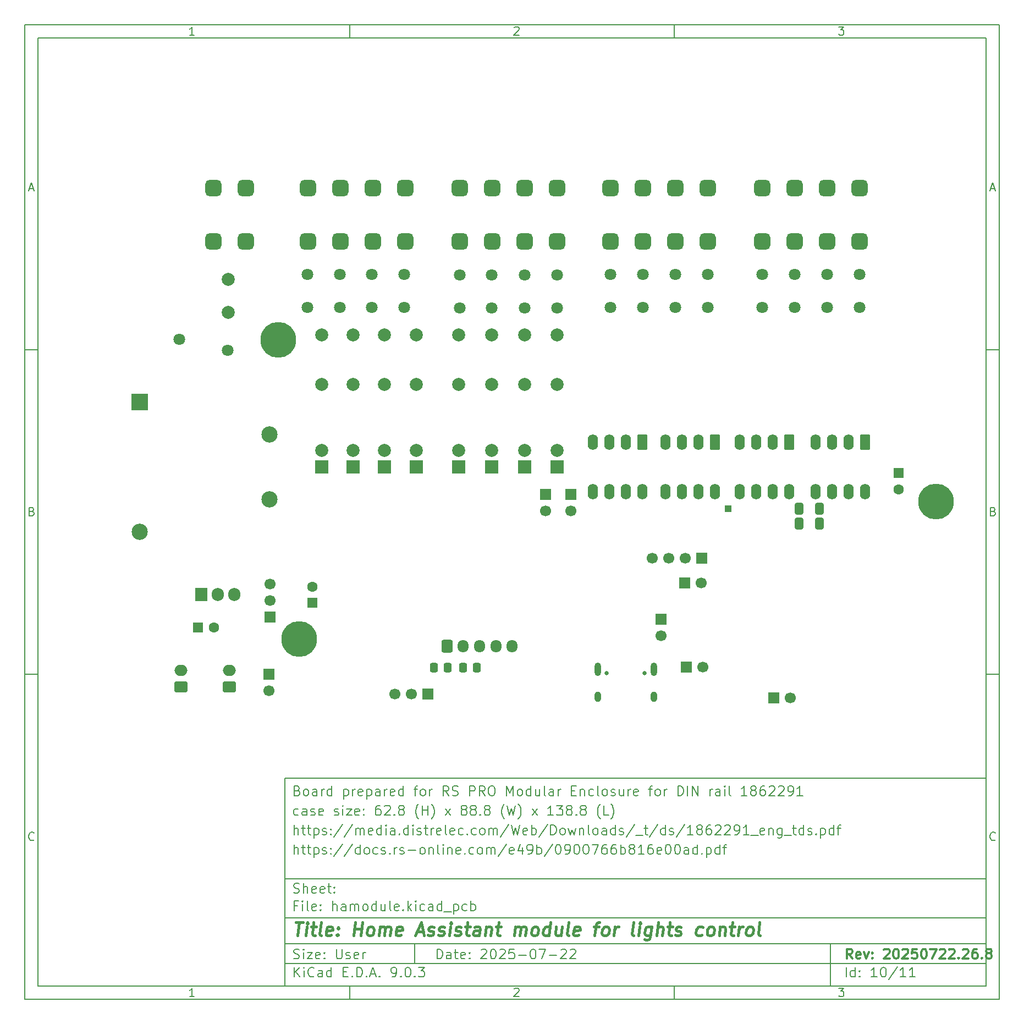
<source format=gbs>
%TF.GenerationSoftware,KiCad,Pcbnew,9.0.3*%
%TF.CreationDate,2025-07-28T22:00:09+02:00*%
%TF.ProjectId,hamodule,68616d6f-6475-46c6-952e-6b696361645f,20250722.26.8*%
%TF.SameCoordinates,Original*%
%TF.FileFunction,Soldermask,Bot*%
%TF.FilePolarity,Negative*%
%FSLAX46Y46*%
G04 Gerber Fmt 4.6, Leading zero omitted, Abs format (unit mm)*
G04 Created by KiCad (PCBNEW 9.0.3) date 2025-07-28 22:00:09*
%MOMM*%
%LPD*%
G01*
G04 APERTURE LIST*
G04 Aperture macros list*
%AMRoundRect*
0 Rectangle with rounded corners*
0 $1 Rounding radius*
0 $2 $3 $4 $5 $6 $7 $8 $9 X,Y pos of 4 corners*
0 Add a 4 corners polygon primitive as box body*
4,1,4,$2,$3,$4,$5,$6,$7,$8,$9,$2,$3,0*
0 Add four circle primitives for the rounded corners*
1,1,$1+$1,$2,$3*
1,1,$1+$1,$4,$5*
1,1,$1+$1,$6,$7*
1,1,$1+$1,$8,$9*
0 Add four rect primitives between the rounded corners*
20,1,$1+$1,$2,$3,$4,$5,0*
20,1,$1+$1,$4,$5,$6,$7,0*
20,1,$1+$1,$6,$7,$8,$9,0*
20,1,$1+$1,$8,$9,$2,$3,0*%
G04 Aperture macros list end*
%ADD10C,0.100000*%
%ADD11C,0.150000*%
%ADD12C,0.300000*%
%ADD13C,0.400000*%
%ADD14C,2.000000*%
%ADD15C,1.800000*%
%ADD16C,5.500000*%
%ADD17C,1.700000*%
%ADD18R,1.700000X1.700000*%
%ADD19RoundRect,0.250000X0.750000X-0.600000X0.750000X0.600000X-0.750000X0.600000X-0.750000X-0.600000X0*%
%ADD20O,2.000000X1.700000*%
%ADD21R,2.500000X2.500000*%
%ADD22C,2.500000*%
%ADD23R,1.905000X2.000000*%
%ADD24O,1.905000X2.000000*%
%ADD25RoundRect,0.625000X0.625000X0.625000X-0.625000X0.625000X-0.625000X-0.625000X0.625000X-0.625000X0*%
%ADD26RoundRect,0.250000X-0.550000X0.950000X-0.550000X-0.950000X0.550000X-0.950000X0.550000X0.950000X0*%
%ADD27O,1.600000X2.400000*%
%ADD28R,1.600000X1.600000*%
%ADD29C,1.600000*%
%ADD30R,2.000000X2.000000*%
%ADD31R,1.000000X1.000000*%
%ADD32C,0.650000*%
%ADD33O,1.000000X2.100000*%
%ADD34O,1.000000X1.600000*%
%ADD35RoundRect,0.250000X-0.600000X-0.725000X0.600000X-0.725000X0.600000X0.725000X-0.600000X0.725000X0*%
%ADD36O,1.700000X1.950000*%
%ADD37RoundRect,0.250000X0.412500X0.650000X-0.412500X0.650000X-0.412500X-0.650000X0.412500X-0.650000X0*%
%ADD38RoundRect,0.250000X0.337500X0.475000X-0.337500X0.475000X-0.337500X-0.475000X0.337500X-0.475000X0*%
%ADD39RoundRect,0.250000X-0.337500X-0.475000X0.337500X-0.475000X0.337500X0.475000X-0.337500X0.475000X0*%
G04 APERTURE END LIST*
D10*
D11*
X50002000Y-126002000D02*
X158002000Y-126002000D01*
X158002000Y-158002000D01*
X50002000Y-158002000D01*
X50002000Y-126002000D01*
D10*
D11*
X10000000Y-10000000D02*
X160002000Y-10000000D01*
X160002000Y-160002000D01*
X10000000Y-160002000D01*
X10000000Y-10000000D01*
D10*
D11*
X12000000Y-12000000D02*
X158002000Y-12000000D01*
X158002000Y-158002000D01*
X12000000Y-158002000D01*
X12000000Y-12000000D01*
D10*
D11*
X60000000Y-12000000D02*
X60000000Y-10000000D01*
D10*
D11*
X110000000Y-12000000D02*
X110000000Y-10000000D01*
D10*
D11*
X160000000Y-12000000D02*
X160000000Y-10000000D01*
D10*
D11*
X36089160Y-11593604D02*
X35346303Y-11593604D01*
X35717731Y-11593604D02*
X35717731Y-10293604D01*
X35717731Y-10293604D02*
X35593922Y-10479319D01*
X35593922Y-10479319D02*
X35470112Y-10603128D01*
X35470112Y-10603128D02*
X35346303Y-10665033D01*
D10*
D11*
X85346303Y-10417414D02*
X85408207Y-10355509D01*
X85408207Y-10355509D02*
X85532017Y-10293604D01*
X85532017Y-10293604D02*
X85841541Y-10293604D01*
X85841541Y-10293604D02*
X85965350Y-10355509D01*
X85965350Y-10355509D02*
X86027255Y-10417414D01*
X86027255Y-10417414D02*
X86089160Y-10541223D01*
X86089160Y-10541223D02*
X86089160Y-10665033D01*
X86089160Y-10665033D02*
X86027255Y-10850747D01*
X86027255Y-10850747D02*
X85284398Y-11593604D01*
X85284398Y-11593604D02*
X86089160Y-11593604D01*
D10*
D11*
X135284398Y-10293604D02*
X136089160Y-10293604D01*
X136089160Y-10293604D02*
X135655826Y-10788842D01*
X135655826Y-10788842D02*
X135841541Y-10788842D01*
X135841541Y-10788842D02*
X135965350Y-10850747D01*
X135965350Y-10850747D02*
X136027255Y-10912652D01*
X136027255Y-10912652D02*
X136089160Y-11036461D01*
X136089160Y-11036461D02*
X136089160Y-11345985D01*
X136089160Y-11345985D02*
X136027255Y-11469795D01*
X136027255Y-11469795D02*
X135965350Y-11531700D01*
X135965350Y-11531700D02*
X135841541Y-11593604D01*
X135841541Y-11593604D02*
X135470112Y-11593604D01*
X135470112Y-11593604D02*
X135346303Y-11531700D01*
X135346303Y-11531700D02*
X135284398Y-11469795D01*
D10*
D11*
X60000000Y-158002000D02*
X60000000Y-160002000D01*
D10*
D11*
X110000000Y-158002000D02*
X110000000Y-160002000D01*
D10*
D11*
X160000000Y-158002000D02*
X160000000Y-160002000D01*
D10*
D11*
X36089160Y-159595604D02*
X35346303Y-159595604D01*
X35717731Y-159595604D02*
X35717731Y-158295604D01*
X35717731Y-158295604D02*
X35593922Y-158481319D01*
X35593922Y-158481319D02*
X35470112Y-158605128D01*
X35470112Y-158605128D02*
X35346303Y-158667033D01*
D10*
D11*
X85346303Y-158419414D02*
X85408207Y-158357509D01*
X85408207Y-158357509D02*
X85532017Y-158295604D01*
X85532017Y-158295604D02*
X85841541Y-158295604D01*
X85841541Y-158295604D02*
X85965350Y-158357509D01*
X85965350Y-158357509D02*
X86027255Y-158419414D01*
X86027255Y-158419414D02*
X86089160Y-158543223D01*
X86089160Y-158543223D02*
X86089160Y-158667033D01*
X86089160Y-158667033D02*
X86027255Y-158852747D01*
X86027255Y-158852747D02*
X85284398Y-159595604D01*
X85284398Y-159595604D02*
X86089160Y-159595604D01*
D10*
D11*
X135284398Y-158295604D02*
X136089160Y-158295604D01*
X136089160Y-158295604D02*
X135655826Y-158790842D01*
X135655826Y-158790842D02*
X135841541Y-158790842D01*
X135841541Y-158790842D02*
X135965350Y-158852747D01*
X135965350Y-158852747D02*
X136027255Y-158914652D01*
X136027255Y-158914652D02*
X136089160Y-159038461D01*
X136089160Y-159038461D02*
X136089160Y-159347985D01*
X136089160Y-159347985D02*
X136027255Y-159471795D01*
X136027255Y-159471795D02*
X135965350Y-159533700D01*
X135965350Y-159533700D02*
X135841541Y-159595604D01*
X135841541Y-159595604D02*
X135470112Y-159595604D01*
X135470112Y-159595604D02*
X135346303Y-159533700D01*
X135346303Y-159533700D02*
X135284398Y-159471795D01*
D10*
D11*
X10000000Y-60000000D02*
X12000000Y-60000000D01*
D10*
D11*
X10000000Y-110000000D02*
X12000000Y-110000000D01*
D10*
D11*
X10000000Y-160000000D02*
X12000000Y-160000000D01*
D10*
D11*
X10690476Y-35222176D02*
X11309523Y-35222176D01*
X10566666Y-35593604D02*
X10999999Y-34293604D01*
X10999999Y-34293604D02*
X11433333Y-35593604D01*
D10*
D11*
X11092857Y-84912652D02*
X11278571Y-84974557D01*
X11278571Y-84974557D02*
X11340476Y-85036461D01*
X11340476Y-85036461D02*
X11402380Y-85160271D01*
X11402380Y-85160271D02*
X11402380Y-85345985D01*
X11402380Y-85345985D02*
X11340476Y-85469795D01*
X11340476Y-85469795D02*
X11278571Y-85531700D01*
X11278571Y-85531700D02*
X11154761Y-85593604D01*
X11154761Y-85593604D02*
X10659523Y-85593604D01*
X10659523Y-85593604D02*
X10659523Y-84293604D01*
X10659523Y-84293604D02*
X11092857Y-84293604D01*
X11092857Y-84293604D02*
X11216666Y-84355509D01*
X11216666Y-84355509D02*
X11278571Y-84417414D01*
X11278571Y-84417414D02*
X11340476Y-84541223D01*
X11340476Y-84541223D02*
X11340476Y-84665033D01*
X11340476Y-84665033D02*
X11278571Y-84788842D01*
X11278571Y-84788842D02*
X11216666Y-84850747D01*
X11216666Y-84850747D02*
X11092857Y-84912652D01*
X11092857Y-84912652D02*
X10659523Y-84912652D01*
D10*
D11*
X11402380Y-135469795D02*
X11340476Y-135531700D01*
X11340476Y-135531700D02*
X11154761Y-135593604D01*
X11154761Y-135593604D02*
X11030952Y-135593604D01*
X11030952Y-135593604D02*
X10845238Y-135531700D01*
X10845238Y-135531700D02*
X10721428Y-135407890D01*
X10721428Y-135407890D02*
X10659523Y-135284080D01*
X10659523Y-135284080D02*
X10597619Y-135036461D01*
X10597619Y-135036461D02*
X10597619Y-134850747D01*
X10597619Y-134850747D02*
X10659523Y-134603128D01*
X10659523Y-134603128D02*
X10721428Y-134479319D01*
X10721428Y-134479319D02*
X10845238Y-134355509D01*
X10845238Y-134355509D02*
X11030952Y-134293604D01*
X11030952Y-134293604D02*
X11154761Y-134293604D01*
X11154761Y-134293604D02*
X11340476Y-134355509D01*
X11340476Y-134355509D02*
X11402380Y-134417414D01*
D10*
D11*
X160002000Y-60000000D02*
X158002000Y-60000000D01*
D10*
D11*
X160002000Y-110000000D02*
X158002000Y-110000000D01*
D10*
D11*
X160002000Y-160000000D02*
X158002000Y-160000000D01*
D10*
D11*
X158692476Y-35222176D02*
X159311523Y-35222176D01*
X158568666Y-35593604D02*
X159001999Y-34293604D01*
X159001999Y-34293604D02*
X159435333Y-35593604D01*
D10*
D11*
X159094857Y-84912652D02*
X159280571Y-84974557D01*
X159280571Y-84974557D02*
X159342476Y-85036461D01*
X159342476Y-85036461D02*
X159404380Y-85160271D01*
X159404380Y-85160271D02*
X159404380Y-85345985D01*
X159404380Y-85345985D02*
X159342476Y-85469795D01*
X159342476Y-85469795D02*
X159280571Y-85531700D01*
X159280571Y-85531700D02*
X159156761Y-85593604D01*
X159156761Y-85593604D02*
X158661523Y-85593604D01*
X158661523Y-85593604D02*
X158661523Y-84293604D01*
X158661523Y-84293604D02*
X159094857Y-84293604D01*
X159094857Y-84293604D02*
X159218666Y-84355509D01*
X159218666Y-84355509D02*
X159280571Y-84417414D01*
X159280571Y-84417414D02*
X159342476Y-84541223D01*
X159342476Y-84541223D02*
X159342476Y-84665033D01*
X159342476Y-84665033D02*
X159280571Y-84788842D01*
X159280571Y-84788842D02*
X159218666Y-84850747D01*
X159218666Y-84850747D02*
X159094857Y-84912652D01*
X159094857Y-84912652D02*
X158661523Y-84912652D01*
D10*
D11*
X159404380Y-135469795D02*
X159342476Y-135531700D01*
X159342476Y-135531700D02*
X159156761Y-135593604D01*
X159156761Y-135593604D02*
X159032952Y-135593604D01*
X159032952Y-135593604D02*
X158847238Y-135531700D01*
X158847238Y-135531700D02*
X158723428Y-135407890D01*
X158723428Y-135407890D02*
X158661523Y-135284080D01*
X158661523Y-135284080D02*
X158599619Y-135036461D01*
X158599619Y-135036461D02*
X158599619Y-134850747D01*
X158599619Y-134850747D02*
X158661523Y-134603128D01*
X158661523Y-134603128D02*
X158723428Y-134479319D01*
X158723428Y-134479319D02*
X158847238Y-134355509D01*
X158847238Y-134355509D02*
X159032952Y-134293604D01*
X159032952Y-134293604D02*
X159156761Y-134293604D01*
X159156761Y-134293604D02*
X159342476Y-134355509D01*
X159342476Y-134355509D02*
X159404380Y-134417414D01*
D10*
D11*
X73457826Y-153788128D02*
X73457826Y-152288128D01*
X73457826Y-152288128D02*
X73814969Y-152288128D01*
X73814969Y-152288128D02*
X74029255Y-152359557D01*
X74029255Y-152359557D02*
X74172112Y-152502414D01*
X74172112Y-152502414D02*
X74243541Y-152645271D01*
X74243541Y-152645271D02*
X74314969Y-152930985D01*
X74314969Y-152930985D02*
X74314969Y-153145271D01*
X74314969Y-153145271D02*
X74243541Y-153430985D01*
X74243541Y-153430985D02*
X74172112Y-153573842D01*
X74172112Y-153573842D02*
X74029255Y-153716700D01*
X74029255Y-153716700D02*
X73814969Y-153788128D01*
X73814969Y-153788128D02*
X73457826Y-153788128D01*
X75600684Y-153788128D02*
X75600684Y-153002414D01*
X75600684Y-153002414D02*
X75529255Y-152859557D01*
X75529255Y-152859557D02*
X75386398Y-152788128D01*
X75386398Y-152788128D02*
X75100684Y-152788128D01*
X75100684Y-152788128D02*
X74957826Y-152859557D01*
X75600684Y-153716700D02*
X75457826Y-153788128D01*
X75457826Y-153788128D02*
X75100684Y-153788128D01*
X75100684Y-153788128D02*
X74957826Y-153716700D01*
X74957826Y-153716700D02*
X74886398Y-153573842D01*
X74886398Y-153573842D02*
X74886398Y-153430985D01*
X74886398Y-153430985D02*
X74957826Y-153288128D01*
X74957826Y-153288128D02*
X75100684Y-153216700D01*
X75100684Y-153216700D02*
X75457826Y-153216700D01*
X75457826Y-153216700D02*
X75600684Y-153145271D01*
X76100684Y-152788128D02*
X76672112Y-152788128D01*
X76314969Y-152288128D02*
X76314969Y-153573842D01*
X76314969Y-153573842D02*
X76386398Y-153716700D01*
X76386398Y-153716700D02*
X76529255Y-153788128D01*
X76529255Y-153788128D02*
X76672112Y-153788128D01*
X77743541Y-153716700D02*
X77600684Y-153788128D01*
X77600684Y-153788128D02*
X77314970Y-153788128D01*
X77314970Y-153788128D02*
X77172112Y-153716700D01*
X77172112Y-153716700D02*
X77100684Y-153573842D01*
X77100684Y-153573842D02*
X77100684Y-153002414D01*
X77100684Y-153002414D02*
X77172112Y-152859557D01*
X77172112Y-152859557D02*
X77314970Y-152788128D01*
X77314970Y-152788128D02*
X77600684Y-152788128D01*
X77600684Y-152788128D02*
X77743541Y-152859557D01*
X77743541Y-152859557D02*
X77814970Y-153002414D01*
X77814970Y-153002414D02*
X77814970Y-153145271D01*
X77814970Y-153145271D02*
X77100684Y-153288128D01*
X78457826Y-153645271D02*
X78529255Y-153716700D01*
X78529255Y-153716700D02*
X78457826Y-153788128D01*
X78457826Y-153788128D02*
X78386398Y-153716700D01*
X78386398Y-153716700D02*
X78457826Y-153645271D01*
X78457826Y-153645271D02*
X78457826Y-153788128D01*
X78457826Y-152859557D02*
X78529255Y-152930985D01*
X78529255Y-152930985D02*
X78457826Y-153002414D01*
X78457826Y-153002414D02*
X78386398Y-152930985D01*
X78386398Y-152930985D02*
X78457826Y-152859557D01*
X78457826Y-152859557D02*
X78457826Y-153002414D01*
X80243541Y-152430985D02*
X80314969Y-152359557D01*
X80314969Y-152359557D02*
X80457827Y-152288128D01*
X80457827Y-152288128D02*
X80814969Y-152288128D01*
X80814969Y-152288128D02*
X80957827Y-152359557D01*
X80957827Y-152359557D02*
X81029255Y-152430985D01*
X81029255Y-152430985D02*
X81100684Y-152573842D01*
X81100684Y-152573842D02*
X81100684Y-152716700D01*
X81100684Y-152716700D02*
X81029255Y-152930985D01*
X81029255Y-152930985D02*
X80172112Y-153788128D01*
X80172112Y-153788128D02*
X81100684Y-153788128D01*
X82029255Y-152288128D02*
X82172112Y-152288128D01*
X82172112Y-152288128D02*
X82314969Y-152359557D01*
X82314969Y-152359557D02*
X82386398Y-152430985D01*
X82386398Y-152430985D02*
X82457826Y-152573842D01*
X82457826Y-152573842D02*
X82529255Y-152859557D01*
X82529255Y-152859557D02*
X82529255Y-153216700D01*
X82529255Y-153216700D02*
X82457826Y-153502414D01*
X82457826Y-153502414D02*
X82386398Y-153645271D01*
X82386398Y-153645271D02*
X82314969Y-153716700D01*
X82314969Y-153716700D02*
X82172112Y-153788128D01*
X82172112Y-153788128D02*
X82029255Y-153788128D01*
X82029255Y-153788128D02*
X81886398Y-153716700D01*
X81886398Y-153716700D02*
X81814969Y-153645271D01*
X81814969Y-153645271D02*
X81743540Y-153502414D01*
X81743540Y-153502414D02*
X81672112Y-153216700D01*
X81672112Y-153216700D02*
X81672112Y-152859557D01*
X81672112Y-152859557D02*
X81743540Y-152573842D01*
X81743540Y-152573842D02*
X81814969Y-152430985D01*
X81814969Y-152430985D02*
X81886398Y-152359557D01*
X81886398Y-152359557D02*
X82029255Y-152288128D01*
X83100683Y-152430985D02*
X83172111Y-152359557D01*
X83172111Y-152359557D02*
X83314969Y-152288128D01*
X83314969Y-152288128D02*
X83672111Y-152288128D01*
X83672111Y-152288128D02*
X83814969Y-152359557D01*
X83814969Y-152359557D02*
X83886397Y-152430985D01*
X83886397Y-152430985D02*
X83957826Y-152573842D01*
X83957826Y-152573842D02*
X83957826Y-152716700D01*
X83957826Y-152716700D02*
X83886397Y-152930985D01*
X83886397Y-152930985D02*
X83029254Y-153788128D01*
X83029254Y-153788128D02*
X83957826Y-153788128D01*
X85314968Y-152288128D02*
X84600682Y-152288128D01*
X84600682Y-152288128D02*
X84529254Y-153002414D01*
X84529254Y-153002414D02*
X84600682Y-152930985D01*
X84600682Y-152930985D02*
X84743540Y-152859557D01*
X84743540Y-152859557D02*
X85100682Y-152859557D01*
X85100682Y-152859557D02*
X85243540Y-152930985D01*
X85243540Y-152930985D02*
X85314968Y-153002414D01*
X85314968Y-153002414D02*
X85386397Y-153145271D01*
X85386397Y-153145271D02*
X85386397Y-153502414D01*
X85386397Y-153502414D02*
X85314968Y-153645271D01*
X85314968Y-153645271D02*
X85243540Y-153716700D01*
X85243540Y-153716700D02*
X85100682Y-153788128D01*
X85100682Y-153788128D02*
X84743540Y-153788128D01*
X84743540Y-153788128D02*
X84600682Y-153716700D01*
X84600682Y-153716700D02*
X84529254Y-153645271D01*
X86029253Y-153216700D02*
X87172111Y-153216700D01*
X88172111Y-152288128D02*
X88314968Y-152288128D01*
X88314968Y-152288128D02*
X88457825Y-152359557D01*
X88457825Y-152359557D02*
X88529254Y-152430985D01*
X88529254Y-152430985D02*
X88600682Y-152573842D01*
X88600682Y-152573842D02*
X88672111Y-152859557D01*
X88672111Y-152859557D02*
X88672111Y-153216700D01*
X88672111Y-153216700D02*
X88600682Y-153502414D01*
X88600682Y-153502414D02*
X88529254Y-153645271D01*
X88529254Y-153645271D02*
X88457825Y-153716700D01*
X88457825Y-153716700D02*
X88314968Y-153788128D01*
X88314968Y-153788128D02*
X88172111Y-153788128D01*
X88172111Y-153788128D02*
X88029254Y-153716700D01*
X88029254Y-153716700D02*
X87957825Y-153645271D01*
X87957825Y-153645271D02*
X87886396Y-153502414D01*
X87886396Y-153502414D02*
X87814968Y-153216700D01*
X87814968Y-153216700D02*
X87814968Y-152859557D01*
X87814968Y-152859557D02*
X87886396Y-152573842D01*
X87886396Y-152573842D02*
X87957825Y-152430985D01*
X87957825Y-152430985D02*
X88029254Y-152359557D01*
X88029254Y-152359557D02*
X88172111Y-152288128D01*
X89172110Y-152288128D02*
X90172110Y-152288128D01*
X90172110Y-152288128D02*
X89529253Y-153788128D01*
X90743538Y-153216700D02*
X91886396Y-153216700D01*
X92529253Y-152430985D02*
X92600681Y-152359557D01*
X92600681Y-152359557D02*
X92743539Y-152288128D01*
X92743539Y-152288128D02*
X93100681Y-152288128D01*
X93100681Y-152288128D02*
X93243539Y-152359557D01*
X93243539Y-152359557D02*
X93314967Y-152430985D01*
X93314967Y-152430985D02*
X93386396Y-152573842D01*
X93386396Y-152573842D02*
X93386396Y-152716700D01*
X93386396Y-152716700D02*
X93314967Y-152930985D01*
X93314967Y-152930985D02*
X92457824Y-153788128D01*
X92457824Y-153788128D02*
X93386396Y-153788128D01*
X93957824Y-152430985D02*
X94029252Y-152359557D01*
X94029252Y-152359557D02*
X94172110Y-152288128D01*
X94172110Y-152288128D02*
X94529252Y-152288128D01*
X94529252Y-152288128D02*
X94672110Y-152359557D01*
X94672110Y-152359557D02*
X94743538Y-152430985D01*
X94743538Y-152430985D02*
X94814967Y-152573842D01*
X94814967Y-152573842D02*
X94814967Y-152716700D01*
X94814967Y-152716700D02*
X94743538Y-152930985D01*
X94743538Y-152930985D02*
X93886395Y-153788128D01*
X93886395Y-153788128D02*
X94814967Y-153788128D01*
D10*
D11*
X50002000Y-154502000D02*
X158002000Y-154502000D01*
D10*
D11*
X51457826Y-156588128D02*
X51457826Y-155088128D01*
X52314969Y-156588128D02*
X51672112Y-155730985D01*
X52314969Y-155088128D02*
X51457826Y-155945271D01*
X52957826Y-156588128D02*
X52957826Y-155588128D01*
X52957826Y-155088128D02*
X52886398Y-155159557D01*
X52886398Y-155159557D02*
X52957826Y-155230985D01*
X52957826Y-155230985D02*
X53029255Y-155159557D01*
X53029255Y-155159557D02*
X52957826Y-155088128D01*
X52957826Y-155088128D02*
X52957826Y-155230985D01*
X54529255Y-156445271D02*
X54457827Y-156516700D01*
X54457827Y-156516700D02*
X54243541Y-156588128D01*
X54243541Y-156588128D02*
X54100684Y-156588128D01*
X54100684Y-156588128D02*
X53886398Y-156516700D01*
X53886398Y-156516700D02*
X53743541Y-156373842D01*
X53743541Y-156373842D02*
X53672112Y-156230985D01*
X53672112Y-156230985D02*
X53600684Y-155945271D01*
X53600684Y-155945271D02*
X53600684Y-155730985D01*
X53600684Y-155730985D02*
X53672112Y-155445271D01*
X53672112Y-155445271D02*
X53743541Y-155302414D01*
X53743541Y-155302414D02*
X53886398Y-155159557D01*
X53886398Y-155159557D02*
X54100684Y-155088128D01*
X54100684Y-155088128D02*
X54243541Y-155088128D01*
X54243541Y-155088128D02*
X54457827Y-155159557D01*
X54457827Y-155159557D02*
X54529255Y-155230985D01*
X55814970Y-156588128D02*
X55814970Y-155802414D01*
X55814970Y-155802414D02*
X55743541Y-155659557D01*
X55743541Y-155659557D02*
X55600684Y-155588128D01*
X55600684Y-155588128D02*
X55314970Y-155588128D01*
X55314970Y-155588128D02*
X55172112Y-155659557D01*
X55814970Y-156516700D02*
X55672112Y-156588128D01*
X55672112Y-156588128D02*
X55314970Y-156588128D01*
X55314970Y-156588128D02*
X55172112Y-156516700D01*
X55172112Y-156516700D02*
X55100684Y-156373842D01*
X55100684Y-156373842D02*
X55100684Y-156230985D01*
X55100684Y-156230985D02*
X55172112Y-156088128D01*
X55172112Y-156088128D02*
X55314970Y-156016700D01*
X55314970Y-156016700D02*
X55672112Y-156016700D01*
X55672112Y-156016700D02*
X55814970Y-155945271D01*
X57172113Y-156588128D02*
X57172113Y-155088128D01*
X57172113Y-156516700D02*
X57029255Y-156588128D01*
X57029255Y-156588128D02*
X56743541Y-156588128D01*
X56743541Y-156588128D02*
X56600684Y-156516700D01*
X56600684Y-156516700D02*
X56529255Y-156445271D01*
X56529255Y-156445271D02*
X56457827Y-156302414D01*
X56457827Y-156302414D02*
X56457827Y-155873842D01*
X56457827Y-155873842D02*
X56529255Y-155730985D01*
X56529255Y-155730985D02*
X56600684Y-155659557D01*
X56600684Y-155659557D02*
X56743541Y-155588128D01*
X56743541Y-155588128D02*
X57029255Y-155588128D01*
X57029255Y-155588128D02*
X57172113Y-155659557D01*
X59029255Y-155802414D02*
X59529255Y-155802414D01*
X59743541Y-156588128D02*
X59029255Y-156588128D01*
X59029255Y-156588128D02*
X59029255Y-155088128D01*
X59029255Y-155088128D02*
X59743541Y-155088128D01*
X60386398Y-156445271D02*
X60457827Y-156516700D01*
X60457827Y-156516700D02*
X60386398Y-156588128D01*
X60386398Y-156588128D02*
X60314970Y-156516700D01*
X60314970Y-156516700D02*
X60386398Y-156445271D01*
X60386398Y-156445271D02*
X60386398Y-156588128D01*
X61100684Y-156588128D02*
X61100684Y-155088128D01*
X61100684Y-155088128D02*
X61457827Y-155088128D01*
X61457827Y-155088128D02*
X61672113Y-155159557D01*
X61672113Y-155159557D02*
X61814970Y-155302414D01*
X61814970Y-155302414D02*
X61886399Y-155445271D01*
X61886399Y-155445271D02*
X61957827Y-155730985D01*
X61957827Y-155730985D02*
X61957827Y-155945271D01*
X61957827Y-155945271D02*
X61886399Y-156230985D01*
X61886399Y-156230985D02*
X61814970Y-156373842D01*
X61814970Y-156373842D02*
X61672113Y-156516700D01*
X61672113Y-156516700D02*
X61457827Y-156588128D01*
X61457827Y-156588128D02*
X61100684Y-156588128D01*
X62600684Y-156445271D02*
X62672113Y-156516700D01*
X62672113Y-156516700D02*
X62600684Y-156588128D01*
X62600684Y-156588128D02*
X62529256Y-156516700D01*
X62529256Y-156516700D02*
X62600684Y-156445271D01*
X62600684Y-156445271D02*
X62600684Y-156588128D01*
X63243542Y-156159557D02*
X63957828Y-156159557D01*
X63100685Y-156588128D02*
X63600685Y-155088128D01*
X63600685Y-155088128D02*
X64100685Y-156588128D01*
X64600684Y-156445271D02*
X64672113Y-156516700D01*
X64672113Y-156516700D02*
X64600684Y-156588128D01*
X64600684Y-156588128D02*
X64529256Y-156516700D01*
X64529256Y-156516700D02*
X64600684Y-156445271D01*
X64600684Y-156445271D02*
X64600684Y-156588128D01*
X66529256Y-156588128D02*
X66814970Y-156588128D01*
X66814970Y-156588128D02*
X66957827Y-156516700D01*
X66957827Y-156516700D02*
X67029256Y-156445271D01*
X67029256Y-156445271D02*
X67172113Y-156230985D01*
X67172113Y-156230985D02*
X67243542Y-155945271D01*
X67243542Y-155945271D02*
X67243542Y-155373842D01*
X67243542Y-155373842D02*
X67172113Y-155230985D01*
X67172113Y-155230985D02*
X67100685Y-155159557D01*
X67100685Y-155159557D02*
X66957827Y-155088128D01*
X66957827Y-155088128D02*
X66672113Y-155088128D01*
X66672113Y-155088128D02*
X66529256Y-155159557D01*
X66529256Y-155159557D02*
X66457827Y-155230985D01*
X66457827Y-155230985D02*
X66386399Y-155373842D01*
X66386399Y-155373842D02*
X66386399Y-155730985D01*
X66386399Y-155730985D02*
X66457827Y-155873842D01*
X66457827Y-155873842D02*
X66529256Y-155945271D01*
X66529256Y-155945271D02*
X66672113Y-156016700D01*
X66672113Y-156016700D02*
X66957827Y-156016700D01*
X66957827Y-156016700D02*
X67100685Y-155945271D01*
X67100685Y-155945271D02*
X67172113Y-155873842D01*
X67172113Y-155873842D02*
X67243542Y-155730985D01*
X67886398Y-156445271D02*
X67957827Y-156516700D01*
X67957827Y-156516700D02*
X67886398Y-156588128D01*
X67886398Y-156588128D02*
X67814970Y-156516700D01*
X67814970Y-156516700D02*
X67886398Y-156445271D01*
X67886398Y-156445271D02*
X67886398Y-156588128D01*
X68886399Y-155088128D02*
X69029256Y-155088128D01*
X69029256Y-155088128D02*
X69172113Y-155159557D01*
X69172113Y-155159557D02*
X69243542Y-155230985D01*
X69243542Y-155230985D02*
X69314970Y-155373842D01*
X69314970Y-155373842D02*
X69386399Y-155659557D01*
X69386399Y-155659557D02*
X69386399Y-156016700D01*
X69386399Y-156016700D02*
X69314970Y-156302414D01*
X69314970Y-156302414D02*
X69243542Y-156445271D01*
X69243542Y-156445271D02*
X69172113Y-156516700D01*
X69172113Y-156516700D02*
X69029256Y-156588128D01*
X69029256Y-156588128D02*
X68886399Y-156588128D01*
X68886399Y-156588128D02*
X68743542Y-156516700D01*
X68743542Y-156516700D02*
X68672113Y-156445271D01*
X68672113Y-156445271D02*
X68600684Y-156302414D01*
X68600684Y-156302414D02*
X68529256Y-156016700D01*
X68529256Y-156016700D02*
X68529256Y-155659557D01*
X68529256Y-155659557D02*
X68600684Y-155373842D01*
X68600684Y-155373842D02*
X68672113Y-155230985D01*
X68672113Y-155230985D02*
X68743542Y-155159557D01*
X68743542Y-155159557D02*
X68886399Y-155088128D01*
X70029255Y-156445271D02*
X70100684Y-156516700D01*
X70100684Y-156516700D02*
X70029255Y-156588128D01*
X70029255Y-156588128D02*
X69957827Y-156516700D01*
X69957827Y-156516700D02*
X70029255Y-156445271D01*
X70029255Y-156445271D02*
X70029255Y-156588128D01*
X70600684Y-155088128D02*
X71529256Y-155088128D01*
X71529256Y-155088128D02*
X71029256Y-155659557D01*
X71029256Y-155659557D02*
X71243541Y-155659557D01*
X71243541Y-155659557D02*
X71386399Y-155730985D01*
X71386399Y-155730985D02*
X71457827Y-155802414D01*
X71457827Y-155802414D02*
X71529256Y-155945271D01*
X71529256Y-155945271D02*
X71529256Y-156302414D01*
X71529256Y-156302414D02*
X71457827Y-156445271D01*
X71457827Y-156445271D02*
X71386399Y-156516700D01*
X71386399Y-156516700D02*
X71243541Y-156588128D01*
X71243541Y-156588128D02*
X70814970Y-156588128D01*
X70814970Y-156588128D02*
X70672113Y-156516700D01*
X70672113Y-156516700D02*
X70600684Y-156445271D01*
D10*
D11*
X50002000Y-151502000D02*
X158002000Y-151502000D01*
D10*
D12*
X137413653Y-153780328D02*
X136913653Y-153066042D01*
X136556510Y-153780328D02*
X136556510Y-152280328D01*
X136556510Y-152280328D02*
X137127939Y-152280328D01*
X137127939Y-152280328D02*
X137270796Y-152351757D01*
X137270796Y-152351757D02*
X137342225Y-152423185D01*
X137342225Y-152423185D02*
X137413653Y-152566042D01*
X137413653Y-152566042D02*
X137413653Y-152780328D01*
X137413653Y-152780328D02*
X137342225Y-152923185D01*
X137342225Y-152923185D02*
X137270796Y-152994614D01*
X137270796Y-152994614D02*
X137127939Y-153066042D01*
X137127939Y-153066042D02*
X136556510Y-153066042D01*
X138627939Y-153708900D02*
X138485082Y-153780328D01*
X138485082Y-153780328D02*
X138199368Y-153780328D01*
X138199368Y-153780328D02*
X138056510Y-153708900D01*
X138056510Y-153708900D02*
X137985082Y-153566042D01*
X137985082Y-153566042D02*
X137985082Y-152994614D01*
X137985082Y-152994614D02*
X138056510Y-152851757D01*
X138056510Y-152851757D02*
X138199368Y-152780328D01*
X138199368Y-152780328D02*
X138485082Y-152780328D01*
X138485082Y-152780328D02*
X138627939Y-152851757D01*
X138627939Y-152851757D02*
X138699368Y-152994614D01*
X138699368Y-152994614D02*
X138699368Y-153137471D01*
X138699368Y-153137471D02*
X137985082Y-153280328D01*
X139199367Y-152780328D02*
X139556510Y-153780328D01*
X139556510Y-153780328D02*
X139913653Y-152780328D01*
X140485081Y-153637471D02*
X140556510Y-153708900D01*
X140556510Y-153708900D02*
X140485081Y-153780328D01*
X140485081Y-153780328D02*
X140413653Y-153708900D01*
X140413653Y-153708900D02*
X140485081Y-153637471D01*
X140485081Y-153637471D02*
X140485081Y-153780328D01*
X140485081Y-152851757D02*
X140556510Y-152923185D01*
X140556510Y-152923185D02*
X140485081Y-152994614D01*
X140485081Y-152994614D02*
X140413653Y-152923185D01*
X140413653Y-152923185D02*
X140485081Y-152851757D01*
X140485081Y-152851757D02*
X140485081Y-152994614D01*
X142270796Y-152423185D02*
X142342224Y-152351757D01*
X142342224Y-152351757D02*
X142485082Y-152280328D01*
X142485082Y-152280328D02*
X142842224Y-152280328D01*
X142842224Y-152280328D02*
X142985082Y-152351757D01*
X142985082Y-152351757D02*
X143056510Y-152423185D01*
X143056510Y-152423185D02*
X143127939Y-152566042D01*
X143127939Y-152566042D02*
X143127939Y-152708900D01*
X143127939Y-152708900D02*
X143056510Y-152923185D01*
X143056510Y-152923185D02*
X142199367Y-153780328D01*
X142199367Y-153780328D02*
X143127939Y-153780328D01*
X144056510Y-152280328D02*
X144199367Y-152280328D01*
X144199367Y-152280328D02*
X144342224Y-152351757D01*
X144342224Y-152351757D02*
X144413653Y-152423185D01*
X144413653Y-152423185D02*
X144485081Y-152566042D01*
X144485081Y-152566042D02*
X144556510Y-152851757D01*
X144556510Y-152851757D02*
X144556510Y-153208900D01*
X144556510Y-153208900D02*
X144485081Y-153494614D01*
X144485081Y-153494614D02*
X144413653Y-153637471D01*
X144413653Y-153637471D02*
X144342224Y-153708900D01*
X144342224Y-153708900D02*
X144199367Y-153780328D01*
X144199367Y-153780328D02*
X144056510Y-153780328D01*
X144056510Y-153780328D02*
X143913653Y-153708900D01*
X143913653Y-153708900D02*
X143842224Y-153637471D01*
X143842224Y-153637471D02*
X143770795Y-153494614D01*
X143770795Y-153494614D02*
X143699367Y-153208900D01*
X143699367Y-153208900D02*
X143699367Y-152851757D01*
X143699367Y-152851757D02*
X143770795Y-152566042D01*
X143770795Y-152566042D02*
X143842224Y-152423185D01*
X143842224Y-152423185D02*
X143913653Y-152351757D01*
X143913653Y-152351757D02*
X144056510Y-152280328D01*
X145127938Y-152423185D02*
X145199366Y-152351757D01*
X145199366Y-152351757D02*
X145342224Y-152280328D01*
X145342224Y-152280328D02*
X145699366Y-152280328D01*
X145699366Y-152280328D02*
X145842224Y-152351757D01*
X145842224Y-152351757D02*
X145913652Y-152423185D01*
X145913652Y-152423185D02*
X145985081Y-152566042D01*
X145985081Y-152566042D02*
X145985081Y-152708900D01*
X145985081Y-152708900D02*
X145913652Y-152923185D01*
X145913652Y-152923185D02*
X145056509Y-153780328D01*
X145056509Y-153780328D02*
X145985081Y-153780328D01*
X147342223Y-152280328D02*
X146627937Y-152280328D01*
X146627937Y-152280328D02*
X146556509Y-152994614D01*
X146556509Y-152994614D02*
X146627937Y-152923185D01*
X146627937Y-152923185D02*
X146770795Y-152851757D01*
X146770795Y-152851757D02*
X147127937Y-152851757D01*
X147127937Y-152851757D02*
X147270795Y-152923185D01*
X147270795Y-152923185D02*
X147342223Y-152994614D01*
X147342223Y-152994614D02*
X147413652Y-153137471D01*
X147413652Y-153137471D02*
X147413652Y-153494614D01*
X147413652Y-153494614D02*
X147342223Y-153637471D01*
X147342223Y-153637471D02*
X147270795Y-153708900D01*
X147270795Y-153708900D02*
X147127937Y-153780328D01*
X147127937Y-153780328D02*
X146770795Y-153780328D01*
X146770795Y-153780328D02*
X146627937Y-153708900D01*
X146627937Y-153708900D02*
X146556509Y-153637471D01*
X148342223Y-152280328D02*
X148485080Y-152280328D01*
X148485080Y-152280328D02*
X148627937Y-152351757D01*
X148627937Y-152351757D02*
X148699366Y-152423185D01*
X148699366Y-152423185D02*
X148770794Y-152566042D01*
X148770794Y-152566042D02*
X148842223Y-152851757D01*
X148842223Y-152851757D02*
X148842223Y-153208900D01*
X148842223Y-153208900D02*
X148770794Y-153494614D01*
X148770794Y-153494614D02*
X148699366Y-153637471D01*
X148699366Y-153637471D02*
X148627937Y-153708900D01*
X148627937Y-153708900D02*
X148485080Y-153780328D01*
X148485080Y-153780328D02*
X148342223Y-153780328D01*
X148342223Y-153780328D02*
X148199366Y-153708900D01*
X148199366Y-153708900D02*
X148127937Y-153637471D01*
X148127937Y-153637471D02*
X148056508Y-153494614D01*
X148056508Y-153494614D02*
X147985080Y-153208900D01*
X147985080Y-153208900D02*
X147985080Y-152851757D01*
X147985080Y-152851757D02*
X148056508Y-152566042D01*
X148056508Y-152566042D02*
X148127937Y-152423185D01*
X148127937Y-152423185D02*
X148199366Y-152351757D01*
X148199366Y-152351757D02*
X148342223Y-152280328D01*
X149342222Y-152280328D02*
X150342222Y-152280328D01*
X150342222Y-152280328D02*
X149699365Y-153780328D01*
X150842222Y-152423185D02*
X150913650Y-152351757D01*
X150913650Y-152351757D02*
X151056508Y-152280328D01*
X151056508Y-152280328D02*
X151413650Y-152280328D01*
X151413650Y-152280328D02*
X151556508Y-152351757D01*
X151556508Y-152351757D02*
X151627936Y-152423185D01*
X151627936Y-152423185D02*
X151699365Y-152566042D01*
X151699365Y-152566042D02*
X151699365Y-152708900D01*
X151699365Y-152708900D02*
X151627936Y-152923185D01*
X151627936Y-152923185D02*
X150770793Y-153780328D01*
X150770793Y-153780328D02*
X151699365Y-153780328D01*
X152270793Y-152423185D02*
X152342221Y-152351757D01*
X152342221Y-152351757D02*
X152485079Y-152280328D01*
X152485079Y-152280328D02*
X152842221Y-152280328D01*
X152842221Y-152280328D02*
X152985079Y-152351757D01*
X152985079Y-152351757D02*
X153056507Y-152423185D01*
X153056507Y-152423185D02*
X153127936Y-152566042D01*
X153127936Y-152566042D02*
X153127936Y-152708900D01*
X153127936Y-152708900D02*
X153056507Y-152923185D01*
X153056507Y-152923185D02*
X152199364Y-153780328D01*
X152199364Y-153780328D02*
X153127936Y-153780328D01*
X153770792Y-153637471D02*
X153842221Y-153708900D01*
X153842221Y-153708900D02*
X153770792Y-153780328D01*
X153770792Y-153780328D02*
X153699364Y-153708900D01*
X153699364Y-153708900D02*
X153770792Y-153637471D01*
X153770792Y-153637471D02*
X153770792Y-153780328D01*
X154413650Y-152423185D02*
X154485078Y-152351757D01*
X154485078Y-152351757D02*
X154627936Y-152280328D01*
X154627936Y-152280328D02*
X154985078Y-152280328D01*
X154985078Y-152280328D02*
X155127936Y-152351757D01*
X155127936Y-152351757D02*
X155199364Y-152423185D01*
X155199364Y-152423185D02*
X155270793Y-152566042D01*
X155270793Y-152566042D02*
X155270793Y-152708900D01*
X155270793Y-152708900D02*
X155199364Y-152923185D01*
X155199364Y-152923185D02*
X154342221Y-153780328D01*
X154342221Y-153780328D02*
X155270793Y-153780328D01*
X156556507Y-152280328D02*
X156270792Y-152280328D01*
X156270792Y-152280328D02*
X156127935Y-152351757D01*
X156127935Y-152351757D02*
X156056507Y-152423185D01*
X156056507Y-152423185D02*
X155913649Y-152637471D01*
X155913649Y-152637471D02*
X155842221Y-152923185D01*
X155842221Y-152923185D02*
X155842221Y-153494614D01*
X155842221Y-153494614D02*
X155913649Y-153637471D01*
X155913649Y-153637471D02*
X155985078Y-153708900D01*
X155985078Y-153708900D02*
X156127935Y-153780328D01*
X156127935Y-153780328D02*
X156413649Y-153780328D01*
X156413649Y-153780328D02*
X156556507Y-153708900D01*
X156556507Y-153708900D02*
X156627935Y-153637471D01*
X156627935Y-153637471D02*
X156699364Y-153494614D01*
X156699364Y-153494614D02*
X156699364Y-153137471D01*
X156699364Y-153137471D02*
X156627935Y-152994614D01*
X156627935Y-152994614D02*
X156556507Y-152923185D01*
X156556507Y-152923185D02*
X156413649Y-152851757D01*
X156413649Y-152851757D02*
X156127935Y-152851757D01*
X156127935Y-152851757D02*
X155985078Y-152923185D01*
X155985078Y-152923185D02*
X155913649Y-152994614D01*
X155913649Y-152994614D02*
X155842221Y-153137471D01*
X157342220Y-153637471D02*
X157413649Y-153708900D01*
X157413649Y-153708900D02*
X157342220Y-153780328D01*
X157342220Y-153780328D02*
X157270792Y-153708900D01*
X157270792Y-153708900D02*
X157342220Y-153637471D01*
X157342220Y-153637471D02*
X157342220Y-153780328D01*
X158270792Y-152923185D02*
X158127935Y-152851757D01*
X158127935Y-152851757D02*
X158056506Y-152780328D01*
X158056506Y-152780328D02*
X157985078Y-152637471D01*
X157985078Y-152637471D02*
X157985078Y-152566042D01*
X157985078Y-152566042D02*
X158056506Y-152423185D01*
X158056506Y-152423185D02*
X158127935Y-152351757D01*
X158127935Y-152351757D02*
X158270792Y-152280328D01*
X158270792Y-152280328D02*
X158556506Y-152280328D01*
X158556506Y-152280328D02*
X158699364Y-152351757D01*
X158699364Y-152351757D02*
X158770792Y-152423185D01*
X158770792Y-152423185D02*
X158842221Y-152566042D01*
X158842221Y-152566042D02*
X158842221Y-152637471D01*
X158842221Y-152637471D02*
X158770792Y-152780328D01*
X158770792Y-152780328D02*
X158699364Y-152851757D01*
X158699364Y-152851757D02*
X158556506Y-152923185D01*
X158556506Y-152923185D02*
X158270792Y-152923185D01*
X158270792Y-152923185D02*
X158127935Y-152994614D01*
X158127935Y-152994614D02*
X158056506Y-153066042D01*
X158056506Y-153066042D02*
X157985078Y-153208900D01*
X157985078Y-153208900D02*
X157985078Y-153494614D01*
X157985078Y-153494614D02*
X158056506Y-153637471D01*
X158056506Y-153637471D02*
X158127935Y-153708900D01*
X158127935Y-153708900D02*
X158270792Y-153780328D01*
X158270792Y-153780328D02*
X158556506Y-153780328D01*
X158556506Y-153780328D02*
X158699364Y-153708900D01*
X158699364Y-153708900D02*
X158770792Y-153637471D01*
X158770792Y-153637471D02*
X158842221Y-153494614D01*
X158842221Y-153494614D02*
X158842221Y-153208900D01*
X158842221Y-153208900D02*
X158770792Y-153066042D01*
X158770792Y-153066042D02*
X158699364Y-152994614D01*
X158699364Y-152994614D02*
X158556506Y-152923185D01*
D10*
D11*
X51386398Y-153716700D02*
X51600684Y-153788128D01*
X51600684Y-153788128D02*
X51957826Y-153788128D01*
X51957826Y-153788128D02*
X52100684Y-153716700D01*
X52100684Y-153716700D02*
X52172112Y-153645271D01*
X52172112Y-153645271D02*
X52243541Y-153502414D01*
X52243541Y-153502414D02*
X52243541Y-153359557D01*
X52243541Y-153359557D02*
X52172112Y-153216700D01*
X52172112Y-153216700D02*
X52100684Y-153145271D01*
X52100684Y-153145271D02*
X51957826Y-153073842D01*
X51957826Y-153073842D02*
X51672112Y-153002414D01*
X51672112Y-153002414D02*
X51529255Y-152930985D01*
X51529255Y-152930985D02*
X51457826Y-152859557D01*
X51457826Y-152859557D02*
X51386398Y-152716700D01*
X51386398Y-152716700D02*
X51386398Y-152573842D01*
X51386398Y-152573842D02*
X51457826Y-152430985D01*
X51457826Y-152430985D02*
X51529255Y-152359557D01*
X51529255Y-152359557D02*
X51672112Y-152288128D01*
X51672112Y-152288128D02*
X52029255Y-152288128D01*
X52029255Y-152288128D02*
X52243541Y-152359557D01*
X52886397Y-153788128D02*
X52886397Y-152788128D01*
X52886397Y-152288128D02*
X52814969Y-152359557D01*
X52814969Y-152359557D02*
X52886397Y-152430985D01*
X52886397Y-152430985D02*
X52957826Y-152359557D01*
X52957826Y-152359557D02*
X52886397Y-152288128D01*
X52886397Y-152288128D02*
X52886397Y-152430985D01*
X53457826Y-152788128D02*
X54243541Y-152788128D01*
X54243541Y-152788128D02*
X53457826Y-153788128D01*
X53457826Y-153788128D02*
X54243541Y-153788128D01*
X55386398Y-153716700D02*
X55243541Y-153788128D01*
X55243541Y-153788128D02*
X54957827Y-153788128D01*
X54957827Y-153788128D02*
X54814969Y-153716700D01*
X54814969Y-153716700D02*
X54743541Y-153573842D01*
X54743541Y-153573842D02*
X54743541Y-153002414D01*
X54743541Y-153002414D02*
X54814969Y-152859557D01*
X54814969Y-152859557D02*
X54957827Y-152788128D01*
X54957827Y-152788128D02*
X55243541Y-152788128D01*
X55243541Y-152788128D02*
X55386398Y-152859557D01*
X55386398Y-152859557D02*
X55457827Y-153002414D01*
X55457827Y-153002414D02*
X55457827Y-153145271D01*
X55457827Y-153145271D02*
X54743541Y-153288128D01*
X56100683Y-153645271D02*
X56172112Y-153716700D01*
X56172112Y-153716700D02*
X56100683Y-153788128D01*
X56100683Y-153788128D02*
X56029255Y-153716700D01*
X56029255Y-153716700D02*
X56100683Y-153645271D01*
X56100683Y-153645271D02*
X56100683Y-153788128D01*
X56100683Y-152859557D02*
X56172112Y-152930985D01*
X56172112Y-152930985D02*
X56100683Y-153002414D01*
X56100683Y-153002414D02*
X56029255Y-152930985D01*
X56029255Y-152930985D02*
X56100683Y-152859557D01*
X56100683Y-152859557D02*
X56100683Y-153002414D01*
X57957826Y-152288128D02*
X57957826Y-153502414D01*
X57957826Y-153502414D02*
X58029255Y-153645271D01*
X58029255Y-153645271D02*
X58100684Y-153716700D01*
X58100684Y-153716700D02*
X58243541Y-153788128D01*
X58243541Y-153788128D02*
X58529255Y-153788128D01*
X58529255Y-153788128D02*
X58672112Y-153716700D01*
X58672112Y-153716700D02*
X58743541Y-153645271D01*
X58743541Y-153645271D02*
X58814969Y-153502414D01*
X58814969Y-153502414D02*
X58814969Y-152288128D01*
X59457827Y-153716700D02*
X59600684Y-153788128D01*
X59600684Y-153788128D02*
X59886398Y-153788128D01*
X59886398Y-153788128D02*
X60029255Y-153716700D01*
X60029255Y-153716700D02*
X60100684Y-153573842D01*
X60100684Y-153573842D02*
X60100684Y-153502414D01*
X60100684Y-153502414D02*
X60029255Y-153359557D01*
X60029255Y-153359557D02*
X59886398Y-153288128D01*
X59886398Y-153288128D02*
X59672113Y-153288128D01*
X59672113Y-153288128D02*
X59529255Y-153216700D01*
X59529255Y-153216700D02*
X59457827Y-153073842D01*
X59457827Y-153073842D02*
X59457827Y-153002414D01*
X59457827Y-153002414D02*
X59529255Y-152859557D01*
X59529255Y-152859557D02*
X59672113Y-152788128D01*
X59672113Y-152788128D02*
X59886398Y-152788128D01*
X59886398Y-152788128D02*
X60029255Y-152859557D01*
X61314970Y-153716700D02*
X61172113Y-153788128D01*
X61172113Y-153788128D02*
X60886399Y-153788128D01*
X60886399Y-153788128D02*
X60743541Y-153716700D01*
X60743541Y-153716700D02*
X60672113Y-153573842D01*
X60672113Y-153573842D02*
X60672113Y-153002414D01*
X60672113Y-153002414D02*
X60743541Y-152859557D01*
X60743541Y-152859557D02*
X60886399Y-152788128D01*
X60886399Y-152788128D02*
X61172113Y-152788128D01*
X61172113Y-152788128D02*
X61314970Y-152859557D01*
X61314970Y-152859557D02*
X61386399Y-153002414D01*
X61386399Y-153002414D02*
X61386399Y-153145271D01*
X61386399Y-153145271D02*
X60672113Y-153288128D01*
X62029255Y-153788128D02*
X62029255Y-152788128D01*
X62029255Y-153073842D02*
X62100684Y-152930985D01*
X62100684Y-152930985D02*
X62172113Y-152859557D01*
X62172113Y-152859557D02*
X62314970Y-152788128D01*
X62314970Y-152788128D02*
X62457827Y-152788128D01*
D10*
D11*
X136457826Y-156588128D02*
X136457826Y-155088128D01*
X137814970Y-156588128D02*
X137814970Y-155088128D01*
X137814970Y-156516700D02*
X137672112Y-156588128D01*
X137672112Y-156588128D02*
X137386398Y-156588128D01*
X137386398Y-156588128D02*
X137243541Y-156516700D01*
X137243541Y-156516700D02*
X137172112Y-156445271D01*
X137172112Y-156445271D02*
X137100684Y-156302414D01*
X137100684Y-156302414D02*
X137100684Y-155873842D01*
X137100684Y-155873842D02*
X137172112Y-155730985D01*
X137172112Y-155730985D02*
X137243541Y-155659557D01*
X137243541Y-155659557D02*
X137386398Y-155588128D01*
X137386398Y-155588128D02*
X137672112Y-155588128D01*
X137672112Y-155588128D02*
X137814970Y-155659557D01*
X138529255Y-156445271D02*
X138600684Y-156516700D01*
X138600684Y-156516700D02*
X138529255Y-156588128D01*
X138529255Y-156588128D02*
X138457827Y-156516700D01*
X138457827Y-156516700D02*
X138529255Y-156445271D01*
X138529255Y-156445271D02*
X138529255Y-156588128D01*
X138529255Y-155659557D02*
X138600684Y-155730985D01*
X138600684Y-155730985D02*
X138529255Y-155802414D01*
X138529255Y-155802414D02*
X138457827Y-155730985D01*
X138457827Y-155730985D02*
X138529255Y-155659557D01*
X138529255Y-155659557D02*
X138529255Y-155802414D01*
X141172113Y-156588128D02*
X140314970Y-156588128D01*
X140743541Y-156588128D02*
X140743541Y-155088128D01*
X140743541Y-155088128D02*
X140600684Y-155302414D01*
X140600684Y-155302414D02*
X140457827Y-155445271D01*
X140457827Y-155445271D02*
X140314970Y-155516700D01*
X142100684Y-155088128D02*
X142243541Y-155088128D01*
X142243541Y-155088128D02*
X142386398Y-155159557D01*
X142386398Y-155159557D02*
X142457827Y-155230985D01*
X142457827Y-155230985D02*
X142529255Y-155373842D01*
X142529255Y-155373842D02*
X142600684Y-155659557D01*
X142600684Y-155659557D02*
X142600684Y-156016700D01*
X142600684Y-156016700D02*
X142529255Y-156302414D01*
X142529255Y-156302414D02*
X142457827Y-156445271D01*
X142457827Y-156445271D02*
X142386398Y-156516700D01*
X142386398Y-156516700D02*
X142243541Y-156588128D01*
X142243541Y-156588128D02*
X142100684Y-156588128D01*
X142100684Y-156588128D02*
X141957827Y-156516700D01*
X141957827Y-156516700D02*
X141886398Y-156445271D01*
X141886398Y-156445271D02*
X141814969Y-156302414D01*
X141814969Y-156302414D02*
X141743541Y-156016700D01*
X141743541Y-156016700D02*
X141743541Y-155659557D01*
X141743541Y-155659557D02*
X141814969Y-155373842D01*
X141814969Y-155373842D02*
X141886398Y-155230985D01*
X141886398Y-155230985D02*
X141957827Y-155159557D01*
X141957827Y-155159557D02*
X142100684Y-155088128D01*
X144314969Y-155016700D02*
X143029255Y-156945271D01*
X145600684Y-156588128D02*
X144743541Y-156588128D01*
X145172112Y-156588128D02*
X145172112Y-155088128D01*
X145172112Y-155088128D02*
X145029255Y-155302414D01*
X145029255Y-155302414D02*
X144886398Y-155445271D01*
X144886398Y-155445271D02*
X144743541Y-155516700D01*
X147029255Y-156588128D02*
X146172112Y-156588128D01*
X146600683Y-156588128D02*
X146600683Y-155088128D01*
X146600683Y-155088128D02*
X146457826Y-155302414D01*
X146457826Y-155302414D02*
X146314969Y-155445271D01*
X146314969Y-155445271D02*
X146172112Y-155516700D01*
D10*
D11*
X50002000Y-147502000D02*
X158002000Y-147502000D01*
D10*
D13*
X51693728Y-148206438D02*
X52836585Y-148206438D01*
X52015157Y-150206438D02*
X52265157Y-148206438D01*
X53253252Y-150206438D02*
X53419919Y-148873104D01*
X53503252Y-148206438D02*
X53396109Y-148301676D01*
X53396109Y-148301676D02*
X53479443Y-148396914D01*
X53479443Y-148396914D02*
X53586586Y-148301676D01*
X53586586Y-148301676D02*
X53503252Y-148206438D01*
X53503252Y-148206438D02*
X53479443Y-148396914D01*
X54086586Y-148873104D02*
X54848490Y-148873104D01*
X54455633Y-148206438D02*
X54241348Y-149920723D01*
X54241348Y-149920723D02*
X54312776Y-150111200D01*
X54312776Y-150111200D02*
X54491348Y-150206438D01*
X54491348Y-150206438D02*
X54681824Y-150206438D01*
X55634205Y-150206438D02*
X55455633Y-150111200D01*
X55455633Y-150111200D02*
X55384205Y-149920723D01*
X55384205Y-149920723D02*
X55598490Y-148206438D01*
X57169919Y-150111200D02*
X56967538Y-150206438D01*
X56967538Y-150206438D02*
X56586585Y-150206438D01*
X56586585Y-150206438D02*
X56408014Y-150111200D01*
X56408014Y-150111200D02*
X56336585Y-149920723D01*
X56336585Y-149920723D02*
X56431824Y-149158819D01*
X56431824Y-149158819D02*
X56550871Y-148968342D01*
X56550871Y-148968342D02*
X56753252Y-148873104D01*
X56753252Y-148873104D02*
X57134204Y-148873104D01*
X57134204Y-148873104D02*
X57312776Y-148968342D01*
X57312776Y-148968342D02*
X57384204Y-149158819D01*
X57384204Y-149158819D02*
X57360395Y-149349295D01*
X57360395Y-149349295D02*
X56384204Y-149539771D01*
X58134205Y-150015961D02*
X58217538Y-150111200D01*
X58217538Y-150111200D02*
X58110395Y-150206438D01*
X58110395Y-150206438D02*
X58027062Y-150111200D01*
X58027062Y-150111200D02*
X58134205Y-150015961D01*
X58134205Y-150015961D02*
X58110395Y-150206438D01*
X58265157Y-148968342D02*
X58348490Y-149063580D01*
X58348490Y-149063580D02*
X58241348Y-149158819D01*
X58241348Y-149158819D02*
X58158014Y-149063580D01*
X58158014Y-149063580D02*
X58265157Y-148968342D01*
X58265157Y-148968342D02*
X58241348Y-149158819D01*
X60586586Y-150206438D02*
X60836586Y-148206438D01*
X60717539Y-149158819D02*
X61860396Y-149158819D01*
X61729443Y-150206438D02*
X61979443Y-148206438D01*
X62967539Y-150206438D02*
X62788967Y-150111200D01*
X62788967Y-150111200D02*
X62705634Y-150015961D01*
X62705634Y-150015961D02*
X62634205Y-149825485D01*
X62634205Y-149825485D02*
X62705634Y-149254057D01*
X62705634Y-149254057D02*
X62824681Y-149063580D01*
X62824681Y-149063580D02*
X62931824Y-148968342D01*
X62931824Y-148968342D02*
X63134205Y-148873104D01*
X63134205Y-148873104D02*
X63419919Y-148873104D01*
X63419919Y-148873104D02*
X63598491Y-148968342D01*
X63598491Y-148968342D02*
X63681824Y-149063580D01*
X63681824Y-149063580D02*
X63753253Y-149254057D01*
X63753253Y-149254057D02*
X63681824Y-149825485D01*
X63681824Y-149825485D02*
X63562777Y-150015961D01*
X63562777Y-150015961D02*
X63455634Y-150111200D01*
X63455634Y-150111200D02*
X63253253Y-150206438D01*
X63253253Y-150206438D02*
X62967539Y-150206438D01*
X64491348Y-150206438D02*
X64658015Y-148873104D01*
X64634205Y-149063580D02*
X64741348Y-148968342D01*
X64741348Y-148968342D02*
X64943729Y-148873104D01*
X64943729Y-148873104D02*
X65229443Y-148873104D01*
X65229443Y-148873104D02*
X65408015Y-148968342D01*
X65408015Y-148968342D02*
X65479443Y-149158819D01*
X65479443Y-149158819D02*
X65348491Y-150206438D01*
X65479443Y-149158819D02*
X65598491Y-148968342D01*
X65598491Y-148968342D02*
X65800872Y-148873104D01*
X65800872Y-148873104D02*
X66086586Y-148873104D01*
X66086586Y-148873104D02*
X66265158Y-148968342D01*
X66265158Y-148968342D02*
X66336586Y-149158819D01*
X66336586Y-149158819D02*
X66205634Y-150206438D01*
X67931825Y-150111200D02*
X67729444Y-150206438D01*
X67729444Y-150206438D02*
X67348491Y-150206438D01*
X67348491Y-150206438D02*
X67169920Y-150111200D01*
X67169920Y-150111200D02*
X67098491Y-149920723D01*
X67098491Y-149920723D02*
X67193730Y-149158819D01*
X67193730Y-149158819D02*
X67312777Y-148968342D01*
X67312777Y-148968342D02*
X67515158Y-148873104D01*
X67515158Y-148873104D02*
X67896110Y-148873104D01*
X67896110Y-148873104D02*
X68074682Y-148968342D01*
X68074682Y-148968342D02*
X68146110Y-149158819D01*
X68146110Y-149158819D02*
X68122301Y-149349295D01*
X68122301Y-149349295D02*
X67146110Y-149539771D01*
X70372302Y-149635009D02*
X71324683Y-149635009D01*
X70110397Y-150206438D02*
X71027064Y-148206438D01*
X71027064Y-148206438D02*
X71443730Y-150206438D01*
X72027064Y-150111200D02*
X72205635Y-150206438D01*
X72205635Y-150206438D02*
X72586588Y-150206438D01*
X72586588Y-150206438D02*
X72788969Y-150111200D01*
X72788969Y-150111200D02*
X72908016Y-149920723D01*
X72908016Y-149920723D02*
X72919921Y-149825485D01*
X72919921Y-149825485D02*
X72848492Y-149635009D01*
X72848492Y-149635009D02*
X72669921Y-149539771D01*
X72669921Y-149539771D02*
X72384207Y-149539771D01*
X72384207Y-149539771D02*
X72205635Y-149444533D01*
X72205635Y-149444533D02*
X72134207Y-149254057D01*
X72134207Y-149254057D02*
X72146112Y-149158819D01*
X72146112Y-149158819D02*
X72265159Y-148968342D01*
X72265159Y-148968342D02*
X72467540Y-148873104D01*
X72467540Y-148873104D02*
X72753254Y-148873104D01*
X72753254Y-148873104D02*
X72931826Y-148968342D01*
X73646112Y-150111200D02*
X73824683Y-150206438D01*
X73824683Y-150206438D02*
X74205636Y-150206438D01*
X74205636Y-150206438D02*
X74408017Y-150111200D01*
X74408017Y-150111200D02*
X74527064Y-149920723D01*
X74527064Y-149920723D02*
X74538969Y-149825485D01*
X74538969Y-149825485D02*
X74467540Y-149635009D01*
X74467540Y-149635009D02*
X74288969Y-149539771D01*
X74288969Y-149539771D02*
X74003255Y-149539771D01*
X74003255Y-149539771D02*
X73824683Y-149444533D01*
X73824683Y-149444533D02*
X73753255Y-149254057D01*
X73753255Y-149254057D02*
X73765160Y-149158819D01*
X73765160Y-149158819D02*
X73884207Y-148968342D01*
X73884207Y-148968342D02*
X74086588Y-148873104D01*
X74086588Y-148873104D02*
X74372302Y-148873104D01*
X74372302Y-148873104D02*
X74550874Y-148968342D01*
X75348493Y-150206438D02*
X75515160Y-148873104D01*
X75598493Y-148206438D02*
X75491350Y-148301676D01*
X75491350Y-148301676D02*
X75574684Y-148396914D01*
X75574684Y-148396914D02*
X75681827Y-148301676D01*
X75681827Y-148301676D02*
X75598493Y-148206438D01*
X75598493Y-148206438D02*
X75574684Y-148396914D01*
X76217541Y-150111200D02*
X76396112Y-150206438D01*
X76396112Y-150206438D02*
X76777065Y-150206438D01*
X76777065Y-150206438D02*
X76979446Y-150111200D01*
X76979446Y-150111200D02*
X77098493Y-149920723D01*
X77098493Y-149920723D02*
X77110398Y-149825485D01*
X77110398Y-149825485D02*
X77038969Y-149635009D01*
X77038969Y-149635009D02*
X76860398Y-149539771D01*
X76860398Y-149539771D02*
X76574684Y-149539771D01*
X76574684Y-149539771D02*
X76396112Y-149444533D01*
X76396112Y-149444533D02*
X76324684Y-149254057D01*
X76324684Y-149254057D02*
X76336589Y-149158819D01*
X76336589Y-149158819D02*
X76455636Y-148968342D01*
X76455636Y-148968342D02*
X76658017Y-148873104D01*
X76658017Y-148873104D02*
X76943731Y-148873104D01*
X76943731Y-148873104D02*
X77122303Y-148968342D01*
X77800875Y-148873104D02*
X78562779Y-148873104D01*
X78169922Y-148206438D02*
X77955637Y-149920723D01*
X77955637Y-149920723D02*
X78027065Y-150111200D01*
X78027065Y-150111200D02*
X78205637Y-150206438D01*
X78205637Y-150206438D02*
X78396113Y-150206438D01*
X79919922Y-150206438D02*
X80050874Y-149158819D01*
X80050874Y-149158819D02*
X79979446Y-148968342D01*
X79979446Y-148968342D02*
X79800874Y-148873104D01*
X79800874Y-148873104D02*
X79419922Y-148873104D01*
X79419922Y-148873104D02*
X79217541Y-148968342D01*
X79931827Y-150111200D02*
X79729446Y-150206438D01*
X79729446Y-150206438D02*
X79253255Y-150206438D01*
X79253255Y-150206438D02*
X79074684Y-150111200D01*
X79074684Y-150111200D02*
X79003255Y-149920723D01*
X79003255Y-149920723D02*
X79027065Y-149730247D01*
X79027065Y-149730247D02*
X79146113Y-149539771D01*
X79146113Y-149539771D02*
X79348494Y-149444533D01*
X79348494Y-149444533D02*
X79824684Y-149444533D01*
X79824684Y-149444533D02*
X80027065Y-149349295D01*
X81038970Y-148873104D02*
X80872303Y-150206438D01*
X81015160Y-149063580D02*
X81122303Y-148968342D01*
X81122303Y-148968342D02*
X81324684Y-148873104D01*
X81324684Y-148873104D02*
X81610398Y-148873104D01*
X81610398Y-148873104D02*
X81788970Y-148968342D01*
X81788970Y-148968342D02*
X81860398Y-149158819D01*
X81860398Y-149158819D02*
X81729446Y-150206438D01*
X82562780Y-148873104D02*
X83324684Y-148873104D01*
X82931827Y-148206438D02*
X82717542Y-149920723D01*
X82717542Y-149920723D02*
X82788970Y-150111200D01*
X82788970Y-150111200D02*
X82967542Y-150206438D01*
X82967542Y-150206438D02*
X83158018Y-150206438D01*
X85348494Y-150206438D02*
X85515161Y-148873104D01*
X85491351Y-149063580D02*
X85598494Y-148968342D01*
X85598494Y-148968342D02*
X85800875Y-148873104D01*
X85800875Y-148873104D02*
X86086589Y-148873104D01*
X86086589Y-148873104D02*
X86265161Y-148968342D01*
X86265161Y-148968342D02*
X86336589Y-149158819D01*
X86336589Y-149158819D02*
X86205637Y-150206438D01*
X86336589Y-149158819D02*
X86455637Y-148968342D01*
X86455637Y-148968342D02*
X86658018Y-148873104D01*
X86658018Y-148873104D02*
X86943732Y-148873104D01*
X86943732Y-148873104D02*
X87122304Y-148968342D01*
X87122304Y-148968342D02*
X87193732Y-149158819D01*
X87193732Y-149158819D02*
X87062780Y-150206438D01*
X88300876Y-150206438D02*
X88122304Y-150111200D01*
X88122304Y-150111200D02*
X88038971Y-150015961D01*
X88038971Y-150015961D02*
X87967542Y-149825485D01*
X87967542Y-149825485D02*
X88038971Y-149254057D01*
X88038971Y-149254057D02*
X88158018Y-149063580D01*
X88158018Y-149063580D02*
X88265161Y-148968342D01*
X88265161Y-148968342D02*
X88467542Y-148873104D01*
X88467542Y-148873104D02*
X88753256Y-148873104D01*
X88753256Y-148873104D02*
X88931828Y-148968342D01*
X88931828Y-148968342D02*
X89015161Y-149063580D01*
X89015161Y-149063580D02*
X89086590Y-149254057D01*
X89086590Y-149254057D02*
X89015161Y-149825485D01*
X89015161Y-149825485D02*
X88896114Y-150015961D01*
X88896114Y-150015961D02*
X88788971Y-150111200D01*
X88788971Y-150111200D02*
X88586590Y-150206438D01*
X88586590Y-150206438D02*
X88300876Y-150206438D01*
X90681828Y-150206438D02*
X90931828Y-148206438D01*
X90693733Y-150111200D02*
X90491352Y-150206438D01*
X90491352Y-150206438D02*
X90110400Y-150206438D01*
X90110400Y-150206438D02*
X89931828Y-150111200D01*
X89931828Y-150111200D02*
X89848495Y-150015961D01*
X89848495Y-150015961D02*
X89777066Y-149825485D01*
X89777066Y-149825485D02*
X89848495Y-149254057D01*
X89848495Y-149254057D02*
X89967542Y-149063580D01*
X89967542Y-149063580D02*
X90074685Y-148968342D01*
X90074685Y-148968342D02*
X90277066Y-148873104D01*
X90277066Y-148873104D02*
X90658019Y-148873104D01*
X90658019Y-148873104D02*
X90836590Y-148968342D01*
X92658019Y-148873104D02*
X92491352Y-150206438D01*
X91800876Y-148873104D02*
X91669924Y-149920723D01*
X91669924Y-149920723D02*
X91741352Y-150111200D01*
X91741352Y-150111200D02*
X91919924Y-150206438D01*
X91919924Y-150206438D02*
X92205638Y-150206438D01*
X92205638Y-150206438D02*
X92408019Y-150111200D01*
X92408019Y-150111200D02*
X92515162Y-150015961D01*
X93729448Y-150206438D02*
X93550876Y-150111200D01*
X93550876Y-150111200D02*
X93479448Y-149920723D01*
X93479448Y-149920723D02*
X93693733Y-148206438D01*
X95265162Y-150111200D02*
X95062781Y-150206438D01*
X95062781Y-150206438D02*
X94681828Y-150206438D01*
X94681828Y-150206438D02*
X94503257Y-150111200D01*
X94503257Y-150111200D02*
X94431828Y-149920723D01*
X94431828Y-149920723D02*
X94527067Y-149158819D01*
X94527067Y-149158819D02*
X94646114Y-148968342D01*
X94646114Y-148968342D02*
X94848495Y-148873104D01*
X94848495Y-148873104D02*
X95229447Y-148873104D01*
X95229447Y-148873104D02*
X95408019Y-148968342D01*
X95408019Y-148968342D02*
X95479447Y-149158819D01*
X95479447Y-149158819D02*
X95455638Y-149349295D01*
X95455638Y-149349295D02*
X94479447Y-149539771D01*
X97610401Y-148873104D02*
X98372305Y-148873104D01*
X97729448Y-150206438D02*
X97943734Y-148492152D01*
X97943734Y-148492152D02*
X98062782Y-148301676D01*
X98062782Y-148301676D02*
X98265163Y-148206438D01*
X98265163Y-148206438D02*
X98455639Y-148206438D01*
X99158020Y-150206438D02*
X98979448Y-150111200D01*
X98979448Y-150111200D02*
X98896115Y-150015961D01*
X98896115Y-150015961D02*
X98824686Y-149825485D01*
X98824686Y-149825485D02*
X98896115Y-149254057D01*
X98896115Y-149254057D02*
X99015162Y-149063580D01*
X99015162Y-149063580D02*
X99122305Y-148968342D01*
X99122305Y-148968342D02*
X99324686Y-148873104D01*
X99324686Y-148873104D02*
X99610400Y-148873104D01*
X99610400Y-148873104D02*
X99788972Y-148968342D01*
X99788972Y-148968342D02*
X99872305Y-149063580D01*
X99872305Y-149063580D02*
X99943734Y-149254057D01*
X99943734Y-149254057D02*
X99872305Y-149825485D01*
X99872305Y-149825485D02*
X99753258Y-150015961D01*
X99753258Y-150015961D02*
X99646115Y-150111200D01*
X99646115Y-150111200D02*
X99443734Y-150206438D01*
X99443734Y-150206438D02*
X99158020Y-150206438D01*
X100681829Y-150206438D02*
X100848496Y-148873104D01*
X100800877Y-149254057D02*
X100919924Y-149063580D01*
X100919924Y-149063580D02*
X101027067Y-148968342D01*
X101027067Y-148968342D02*
X101229448Y-148873104D01*
X101229448Y-148873104D02*
X101419924Y-148873104D01*
X103729449Y-150206438D02*
X103550877Y-150111200D01*
X103550877Y-150111200D02*
X103479449Y-149920723D01*
X103479449Y-149920723D02*
X103693734Y-148206438D01*
X104491353Y-150206438D02*
X104658020Y-148873104D01*
X104741353Y-148206438D02*
X104634210Y-148301676D01*
X104634210Y-148301676D02*
X104717544Y-148396914D01*
X104717544Y-148396914D02*
X104824687Y-148301676D01*
X104824687Y-148301676D02*
X104741353Y-148206438D01*
X104741353Y-148206438D02*
X104717544Y-148396914D01*
X106467544Y-148873104D02*
X106265163Y-150492152D01*
X106265163Y-150492152D02*
X106146115Y-150682628D01*
X106146115Y-150682628D02*
X106038972Y-150777866D01*
X106038972Y-150777866D02*
X105836591Y-150873104D01*
X105836591Y-150873104D02*
X105550877Y-150873104D01*
X105550877Y-150873104D02*
X105372306Y-150777866D01*
X106312782Y-150111200D02*
X106110401Y-150206438D01*
X106110401Y-150206438D02*
X105729449Y-150206438D01*
X105729449Y-150206438D02*
X105550877Y-150111200D01*
X105550877Y-150111200D02*
X105467544Y-150015961D01*
X105467544Y-150015961D02*
X105396115Y-149825485D01*
X105396115Y-149825485D02*
X105467544Y-149254057D01*
X105467544Y-149254057D02*
X105586591Y-149063580D01*
X105586591Y-149063580D02*
X105693734Y-148968342D01*
X105693734Y-148968342D02*
X105896115Y-148873104D01*
X105896115Y-148873104D02*
X106277068Y-148873104D01*
X106277068Y-148873104D02*
X106455639Y-148968342D01*
X107253258Y-150206438D02*
X107503258Y-148206438D01*
X108110401Y-150206438D02*
X108241353Y-149158819D01*
X108241353Y-149158819D02*
X108169925Y-148968342D01*
X108169925Y-148968342D02*
X107991353Y-148873104D01*
X107991353Y-148873104D02*
X107705639Y-148873104D01*
X107705639Y-148873104D02*
X107503258Y-148968342D01*
X107503258Y-148968342D02*
X107396115Y-149063580D01*
X108943735Y-148873104D02*
X109705639Y-148873104D01*
X109312782Y-148206438D02*
X109098497Y-149920723D01*
X109098497Y-149920723D02*
X109169925Y-150111200D01*
X109169925Y-150111200D02*
X109348497Y-150206438D01*
X109348497Y-150206438D02*
X109538973Y-150206438D01*
X110122306Y-150111200D02*
X110300877Y-150206438D01*
X110300877Y-150206438D02*
X110681830Y-150206438D01*
X110681830Y-150206438D02*
X110884211Y-150111200D01*
X110884211Y-150111200D02*
X111003258Y-149920723D01*
X111003258Y-149920723D02*
X111015163Y-149825485D01*
X111015163Y-149825485D02*
X110943734Y-149635009D01*
X110943734Y-149635009D02*
X110765163Y-149539771D01*
X110765163Y-149539771D02*
X110479449Y-149539771D01*
X110479449Y-149539771D02*
X110300877Y-149444533D01*
X110300877Y-149444533D02*
X110229449Y-149254057D01*
X110229449Y-149254057D02*
X110241354Y-149158819D01*
X110241354Y-149158819D02*
X110360401Y-148968342D01*
X110360401Y-148968342D02*
X110562782Y-148873104D01*
X110562782Y-148873104D02*
X110848496Y-148873104D01*
X110848496Y-148873104D02*
X111027068Y-148968342D01*
X114217545Y-150111200D02*
X114015164Y-150206438D01*
X114015164Y-150206438D02*
X113634212Y-150206438D01*
X113634212Y-150206438D02*
X113455640Y-150111200D01*
X113455640Y-150111200D02*
X113372307Y-150015961D01*
X113372307Y-150015961D02*
X113300878Y-149825485D01*
X113300878Y-149825485D02*
X113372307Y-149254057D01*
X113372307Y-149254057D02*
X113491354Y-149063580D01*
X113491354Y-149063580D02*
X113598497Y-148968342D01*
X113598497Y-148968342D02*
X113800878Y-148873104D01*
X113800878Y-148873104D02*
X114181831Y-148873104D01*
X114181831Y-148873104D02*
X114360402Y-148968342D01*
X115348498Y-150206438D02*
X115169926Y-150111200D01*
X115169926Y-150111200D02*
X115086593Y-150015961D01*
X115086593Y-150015961D02*
X115015164Y-149825485D01*
X115015164Y-149825485D02*
X115086593Y-149254057D01*
X115086593Y-149254057D02*
X115205640Y-149063580D01*
X115205640Y-149063580D02*
X115312783Y-148968342D01*
X115312783Y-148968342D02*
X115515164Y-148873104D01*
X115515164Y-148873104D02*
X115800878Y-148873104D01*
X115800878Y-148873104D02*
X115979450Y-148968342D01*
X115979450Y-148968342D02*
X116062783Y-149063580D01*
X116062783Y-149063580D02*
X116134212Y-149254057D01*
X116134212Y-149254057D02*
X116062783Y-149825485D01*
X116062783Y-149825485D02*
X115943736Y-150015961D01*
X115943736Y-150015961D02*
X115836593Y-150111200D01*
X115836593Y-150111200D02*
X115634212Y-150206438D01*
X115634212Y-150206438D02*
X115348498Y-150206438D01*
X117038974Y-148873104D02*
X116872307Y-150206438D01*
X117015164Y-149063580D02*
X117122307Y-148968342D01*
X117122307Y-148968342D02*
X117324688Y-148873104D01*
X117324688Y-148873104D02*
X117610402Y-148873104D01*
X117610402Y-148873104D02*
X117788974Y-148968342D01*
X117788974Y-148968342D02*
X117860402Y-149158819D01*
X117860402Y-149158819D02*
X117729450Y-150206438D01*
X118562784Y-148873104D02*
X119324688Y-148873104D01*
X118931831Y-148206438D02*
X118717546Y-149920723D01*
X118717546Y-149920723D02*
X118788974Y-150111200D01*
X118788974Y-150111200D02*
X118967546Y-150206438D01*
X118967546Y-150206438D02*
X119158022Y-150206438D01*
X119824688Y-150206438D02*
X119991355Y-148873104D01*
X119943736Y-149254057D02*
X120062783Y-149063580D01*
X120062783Y-149063580D02*
X120169926Y-148968342D01*
X120169926Y-148968342D02*
X120372307Y-148873104D01*
X120372307Y-148873104D02*
X120562783Y-148873104D01*
X121348498Y-150206438D02*
X121169926Y-150111200D01*
X121169926Y-150111200D02*
X121086593Y-150015961D01*
X121086593Y-150015961D02*
X121015164Y-149825485D01*
X121015164Y-149825485D02*
X121086593Y-149254057D01*
X121086593Y-149254057D02*
X121205640Y-149063580D01*
X121205640Y-149063580D02*
X121312783Y-148968342D01*
X121312783Y-148968342D02*
X121515164Y-148873104D01*
X121515164Y-148873104D02*
X121800878Y-148873104D01*
X121800878Y-148873104D02*
X121979450Y-148968342D01*
X121979450Y-148968342D02*
X122062783Y-149063580D01*
X122062783Y-149063580D02*
X122134212Y-149254057D01*
X122134212Y-149254057D02*
X122062783Y-149825485D01*
X122062783Y-149825485D02*
X121943736Y-150015961D01*
X121943736Y-150015961D02*
X121836593Y-150111200D01*
X121836593Y-150111200D02*
X121634212Y-150206438D01*
X121634212Y-150206438D02*
X121348498Y-150206438D01*
X123158022Y-150206438D02*
X122979450Y-150111200D01*
X122979450Y-150111200D02*
X122908022Y-149920723D01*
X122908022Y-149920723D02*
X123122307Y-148206438D01*
D10*
D11*
X51957826Y-145602414D02*
X51457826Y-145602414D01*
X51457826Y-146388128D02*
X51457826Y-144888128D01*
X51457826Y-144888128D02*
X52172112Y-144888128D01*
X52743540Y-146388128D02*
X52743540Y-145388128D01*
X52743540Y-144888128D02*
X52672112Y-144959557D01*
X52672112Y-144959557D02*
X52743540Y-145030985D01*
X52743540Y-145030985D02*
X52814969Y-144959557D01*
X52814969Y-144959557D02*
X52743540Y-144888128D01*
X52743540Y-144888128D02*
X52743540Y-145030985D01*
X53672112Y-146388128D02*
X53529255Y-146316700D01*
X53529255Y-146316700D02*
X53457826Y-146173842D01*
X53457826Y-146173842D02*
X53457826Y-144888128D01*
X54814969Y-146316700D02*
X54672112Y-146388128D01*
X54672112Y-146388128D02*
X54386398Y-146388128D01*
X54386398Y-146388128D02*
X54243540Y-146316700D01*
X54243540Y-146316700D02*
X54172112Y-146173842D01*
X54172112Y-146173842D02*
X54172112Y-145602414D01*
X54172112Y-145602414D02*
X54243540Y-145459557D01*
X54243540Y-145459557D02*
X54386398Y-145388128D01*
X54386398Y-145388128D02*
X54672112Y-145388128D01*
X54672112Y-145388128D02*
X54814969Y-145459557D01*
X54814969Y-145459557D02*
X54886398Y-145602414D01*
X54886398Y-145602414D02*
X54886398Y-145745271D01*
X54886398Y-145745271D02*
X54172112Y-145888128D01*
X55529254Y-146245271D02*
X55600683Y-146316700D01*
X55600683Y-146316700D02*
X55529254Y-146388128D01*
X55529254Y-146388128D02*
X55457826Y-146316700D01*
X55457826Y-146316700D02*
X55529254Y-146245271D01*
X55529254Y-146245271D02*
X55529254Y-146388128D01*
X55529254Y-145459557D02*
X55600683Y-145530985D01*
X55600683Y-145530985D02*
X55529254Y-145602414D01*
X55529254Y-145602414D02*
X55457826Y-145530985D01*
X55457826Y-145530985D02*
X55529254Y-145459557D01*
X55529254Y-145459557D02*
X55529254Y-145602414D01*
X57386397Y-146388128D02*
X57386397Y-144888128D01*
X58029255Y-146388128D02*
X58029255Y-145602414D01*
X58029255Y-145602414D02*
X57957826Y-145459557D01*
X57957826Y-145459557D02*
X57814969Y-145388128D01*
X57814969Y-145388128D02*
X57600683Y-145388128D01*
X57600683Y-145388128D02*
X57457826Y-145459557D01*
X57457826Y-145459557D02*
X57386397Y-145530985D01*
X59386398Y-146388128D02*
X59386398Y-145602414D01*
X59386398Y-145602414D02*
X59314969Y-145459557D01*
X59314969Y-145459557D02*
X59172112Y-145388128D01*
X59172112Y-145388128D02*
X58886398Y-145388128D01*
X58886398Y-145388128D02*
X58743540Y-145459557D01*
X59386398Y-146316700D02*
X59243540Y-146388128D01*
X59243540Y-146388128D02*
X58886398Y-146388128D01*
X58886398Y-146388128D02*
X58743540Y-146316700D01*
X58743540Y-146316700D02*
X58672112Y-146173842D01*
X58672112Y-146173842D02*
X58672112Y-146030985D01*
X58672112Y-146030985D02*
X58743540Y-145888128D01*
X58743540Y-145888128D02*
X58886398Y-145816700D01*
X58886398Y-145816700D02*
X59243540Y-145816700D01*
X59243540Y-145816700D02*
X59386398Y-145745271D01*
X60100683Y-146388128D02*
X60100683Y-145388128D01*
X60100683Y-145530985D02*
X60172112Y-145459557D01*
X60172112Y-145459557D02*
X60314969Y-145388128D01*
X60314969Y-145388128D02*
X60529255Y-145388128D01*
X60529255Y-145388128D02*
X60672112Y-145459557D01*
X60672112Y-145459557D02*
X60743541Y-145602414D01*
X60743541Y-145602414D02*
X60743541Y-146388128D01*
X60743541Y-145602414D02*
X60814969Y-145459557D01*
X60814969Y-145459557D02*
X60957826Y-145388128D01*
X60957826Y-145388128D02*
X61172112Y-145388128D01*
X61172112Y-145388128D02*
X61314969Y-145459557D01*
X61314969Y-145459557D02*
X61386398Y-145602414D01*
X61386398Y-145602414D02*
X61386398Y-146388128D01*
X62314969Y-146388128D02*
X62172112Y-146316700D01*
X62172112Y-146316700D02*
X62100683Y-146245271D01*
X62100683Y-146245271D02*
X62029255Y-146102414D01*
X62029255Y-146102414D02*
X62029255Y-145673842D01*
X62029255Y-145673842D02*
X62100683Y-145530985D01*
X62100683Y-145530985D02*
X62172112Y-145459557D01*
X62172112Y-145459557D02*
X62314969Y-145388128D01*
X62314969Y-145388128D02*
X62529255Y-145388128D01*
X62529255Y-145388128D02*
X62672112Y-145459557D01*
X62672112Y-145459557D02*
X62743541Y-145530985D01*
X62743541Y-145530985D02*
X62814969Y-145673842D01*
X62814969Y-145673842D02*
X62814969Y-146102414D01*
X62814969Y-146102414D02*
X62743541Y-146245271D01*
X62743541Y-146245271D02*
X62672112Y-146316700D01*
X62672112Y-146316700D02*
X62529255Y-146388128D01*
X62529255Y-146388128D02*
X62314969Y-146388128D01*
X64100684Y-146388128D02*
X64100684Y-144888128D01*
X64100684Y-146316700D02*
X63957826Y-146388128D01*
X63957826Y-146388128D02*
X63672112Y-146388128D01*
X63672112Y-146388128D02*
X63529255Y-146316700D01*
X63529255Y-146316700D02*
X63457826Y-146245271D01*
X63457826Y-146245271D02*
X63386398Y-146102414D01*
X63386398Y-146102414D02*
X63386398Y-145673842D01*
X63386398Y-145673842D02*
X63457826Y-145530985D01*
X63457826Y-145530985D02*
X63529255Y-145459557D01*
X63529255Y-145459557D02*
X63672112Y-145388128D01*
X63672112Y-145388128D02*
X63957826Y-145388128D01*
X63957826Y-145388128D02*
X64100684Y-145459557D01*
X65457827Y-145388128D02*
X65457827Y-146388128D01*
X64814969Y-145388128D02*
X64814969Y-146173842D01*
X64814969Y-146173842D02*
X64886398Y-146316700D01*
X64886398Y-146316700D02*
X65029255Y-146388128D01*
X65029255Y-146388128D02*
X65243541Y-146388128D01*
X65243541Y-146388128D02*
X65386398Y-146316700D01*
X65386398Y-146316700D02*
X65457827Y-146245271D01*
X66386398Y-146388128D02*
X66243541Y-146316700D01*
X66243541Y-146316700D02*
X66172112Y-146173842D01*
X66172112Y-146173842D02*
X66172112Y-144888128D01*
X67529255Y-146316700D02*
X67386398Y-146388128D01*
X67386398Y-146388128D02*
X67100684Y-146388128D01*
X67100684Y-146388128D02*
X66957826Y-146316700D01*
X66957826Y-146316700D02*
X66886398Y-146173842D01*
X66886398Y-146173842D02*
X66886398Y-145602414D01*
X66886398Y-145602414D02*
X66957826Y-145459557D01*
X66957826Y-145459557D02*
X67100684Y-145388128D01*
X67100684Y-145388128D02*
X67386398Y-145388128D01*
X67386398Y-145388128D02*
X67529255Y-145459557D01*
X67529255Y-145459557D02*
X67600684Y-145602414D01*
X67600684Y-145602414D02*
X67600684Y-145745271D01*
X67600684Y-145745271D02*
X66886398Y-145888128D01*
X68243540Y-146245271D02*
X68314969Y-146316700D01*
X68314969Y-146316700D02*
X68243540Y-146388128D01*
X68243540Y-146388128D02*
X68172112Y-146316700D01*
X68172112Y-146316700D02*
X68243540Y-146245271D01*
X68243540Y-146245271D02*
X68243540Y-146388128D01*
X68957826Y-146388128D02*
X68957826Y-144888128D01*
X69100684Y-145816700D02*
X69529255Y-146388128D01*
X69529255Y-145388128D02*
X68957826Y-145959557D01*
X70172112Y-146388128D02*
X70172112Y-145388128D01*
X70172112Y-144888128D02*
X70100684Y-144959557D01*
X70100684Y-144959557D02*
X70172112Y-145030985D01*
X70172112Y-145030985D02*
X70243541Y-144959557D01*
X70243541Y-144959557D02*
X70172112Y-144888128D01*
X70172112Y-144888128D02*
X70172112Y-145030985D01*
X71529256Y-146316700D02*
X71386398Y-146388128D01*
X71386398Y-146388128D02*
X71100684Y-146388128D01*
X71100684Y-146388128D02*
X70957827Y-146316700D01*
X70957827Y-146316700D02*
X70886398Y-146245271D01*
X70886398Y-146245271D02*
X70814970Y-146102414D01*
X70814970Y-146102414D02*
X70814970Y-145673842D01*
X70814970Y-145673842D02*
X70886398Y-145530985D01*
X70886398Y-145530985D02*
X70957827Y-145459557D01*
X70957827Y-145459557D02*
X71100684Y-145388128D01*
X71100684Y-145388128D02*
X71386398Y-145388128D01*
X71386398Y-145388128D02*
X71529256Y-145459557D01*
X72814970Y-146388128D02*
X72814970Y-145602414D01*
X72814970Y-145602414D02*
X72743541Y-145459557D01*
X72743541Y-145459557D02*
X72600684Y-145388128D01*
X72600684Y-145388128D02*
X72314970Y-145388128D01*
X72314970Y-145388128D02*
X72172112Y-145459557D01*
X72814970Y-146316700D02*
X72672112Y-146388128D01*
X72672112Y-146388128D02*
X72314970Y-146388128D01*
X72314970Y-146388128D02*
X72172112Y-146316700D01*
X72172112Y-146316700D02*
X72100684Y-146173842D01*
X72100684Y-146173842D02*
X72100684Y-146030985D01*
X72100684Y-146030985D02*
X72172112Y-145888128D01*
X72172112Y-145888128D02*
X72314970Y-145816700D01*
X72314970Y-145816700D02*
X72672112Y-145816700D01*
X72672112Y-145816700D02*
X72814970Y-145745271D01*
X74172113Y-146388128D02*
X74172113Y-144888128D01*
X74172113Y-146316700D02*
X74029255Y-146388128D01*
X74029255Y-146388128D02*
X73743541Y-146388128D01*
X73743541Y-146388128D02*
X73600684Y-146316700D01*
X73600684Y-146316700D02*
X73529255Y-146245271D01*
X73529255Y-146245271D02*
X73457827Y-146102414D01*
X73457827Y-146102414D02*
X73457827Y-145673842D01*
X73457827Y-145673842D02*
X73529255Y-145530985D01*
X73529255Y-145530985D02*
X73600684Y-145459557D01*
X73600684Y-145459557D02*
X73743541Y-145388128D01*
X73743541Y-145388128D02*
X74029255Y-145388128D01*
X74029255Y-145388128D02*
X74172113Y-145459557D01*
X74529256Y-146530985D02*
X75672113Y-146530985D01*
X76029255Y-145388128D02*
X76029255Y-146888128D01*
X76029255Y-145459557D02*
X76172113Y-145388128D01*
X76172113Y-145388128D02*
X76457827Y-145388128D01*
X76457827Y-145388128D02*
X76600684Y-145459557D01*
X76600684Y-145459557D02*
X76672113Y-145530985D01*
X76672113Y-145530985D02*
X76743541Y-145673842D01*
X76743541Y-145673842D02*
X76743541Y-146102414D01*
X76743541Y-146102414D02*
X76672113Y-146245271D01*
X76672113Y-146245271D02*
X76600684Y-146316700D01*
X76600684Y-146316700D02*
X76457827Y-146388128D01*
X76457827Y-146388128D02*
X76172113Y-146388128D01*
X76172113Y-146388128D02*
X76029255Y-146316700D01*
X78029256Y-146316700D02*
X77886398Y-146388128D01*
X77886398Y-146388128D02*
X77600684Y-146388128D01*
X77600684Y-146388128D02*
X77457827Y-146316700D01*
X77457827Y-146316700D02*
X77386398Y-146245271D01*
X77386398Y-146245271D02*
X77314970Y-146102414D01*
X77314970Y-146102414D02*
X77314970Y-145673842D01*
X77314970Y-145673842D02*
X77386398Y-145530985D01*
X77386398Y-145530985D02*
X77457827Y-145459557D01*
X77457827Y-145459557D02*
X77600684Y-145388128D01*
X77600684Y-145388128D02*
X77886398Y-145388128D01*
X77886398Y-145388128D02*
X78029256Y-145459557D01*
X78672112Y-146388128D02*
X78672112Y-144888128D01*
X78672112Y-145459557D02*
X78814970Y-145388128D01*
X78814970Y-145388128D02*
X79100684Y-145388128D01*
X79100684Y-145388128D02*
X79243541Y-145459557D01*
X79243541Y-145459557D02*
X79314970Y-145530985D01*
X79314970Y-145530985D02*
X79386398Y-145673842D01*
X79386398Y-145673842D02*
X79386398Y-146102414D01*
X79386398Y-146102414D02*
X79314970Y-146245271D01*
X79314970Y-146245271D02*
X79243541Y-146316700D01*
X79243541Y-146316700D02*
X79100684Y-146388128D01*
X79100684Y-146388128D02*
X78814970Y-146388128D01*
X78814970Y-146388128D02*
X78672112Y-146316700D01*
D10*
D11*
X50002000Y-141502000D02*
X158002000Y-141502000D01*
D10*
D11*
X51386398Y-143616700D02*
X51600684Y-143688128D01*
X51600684Y-143688128D02*
X51957826Y-143688128D01*
X51957826Y-143688128D02*
X52100684Y-143616700D01*
X52100684Y-143616700D02*
X52172112Y-143545271D01*
X52172112Y-143545271D02*
X52243541Y-143402414D01*
X52243541Y-143402414D02*
X52243541Y-143259557D01*
X52243541Y-143259557D02*
X52172112Y-143116700D01*
X52172112Y-143116700D02*
X52100684Y-143045271D01*
X52100684Y-143045271D02*
X51957826Y-142973842D01*
X51957826Y-142973842D02*
X51672112Y-142902414D01*
X51672112Y-142902414D02*
X51529255Y-142830985D01*
X51529255Y-142830985D02*
X51457826Y-142759557D01*
X51457826Y-142759557D02*
X51386398Y-142616700D01*
X51386398Y-142616700D02*
X51386398Y-142473842D01*
X51386398Y-142473842D02*
X51457826Y-142330985D01*
X51457826Y-142330985D02*
X51529255Y-142259557D01*
X51529255Y-142259557D02*
X51672112Y-142188128D01*
X51672112Y-142188128D02*
X52029255Y-142188128D01*
X52029255Y-142188128D02*
X52243541Y-142259557D01*
X52886397Y-143688128D02*
X52886397Y-142188128D01*
X53529255Y-143688128D02*
X53529255Y-142902414D01*
X53529255Y-142902414D02*
X53457826Y-142759557D01*
X53457826Y-142759557D02*
X53314969Y-142688128D01*
X53314969Y-142688128D02*
X53100683Y-142688128D01*
X53100683Y-142688128D02*
X52957826Y-142759557D01*
X52957826Y-142759557D02*
X52886397Y-142830985D01*
X54814969Y-143616700D02*
X54672112Y-143688128D01*
X54672112Y-143688128D02*
X54386398Y-143688128D01*
X54386398Y-143688128D02*
X54243540Y-143616700D01*
X54243540Y-143616700D02*
X54172112Y-143473842D01*
X54172112Y-143473842D02*
X54172112Y-142902414D01*
X54172112Y-142902414D02*
X54243540Y-142759557D01*
X54243540Y-142759557D02*
X54386398Y-142688128D01*
X54386398Y-142688128D02*
X54672112Y-142688128D01*
X54672112Y-142688128D02*
X54814969Y-142759557D01*
X54814969Y-142759557D02*
X54886398Y-142902414D01*
X54886398Y-142902414D02*
X54886398Y-143045271D01*
X54886398Y-143045271D02*
X54172112Y-143188128D01*
X56100683Y-143616700D02*
X55957826Y-143688128D01*
X55957826Y-143688128D02*
X55672112Y-143688128D01*
X55672112Y-143688128D02*
X55529254Y-143616700D01*
X55529254Y-143616700D02*
X55457826Y-143473842D01*
X55457826Y-143473842D02*
X55457826Y-142902414D01*
X55457826Y-142902414D02*
X55529254Y-142759557D01*
X55529254Y-142759557D02*
X55672112Y-142688128D01*
X55672112Y-142688128D02*
X55957826Y-142688128D01*
X55957826Y-142688128D02*
X56100683Y-142759557D01*
X56100683Y-142759557D02*
X56172112Y-142902414D01*
X56172112Y-142902414D02*
X56172112Y-143045271D01*
X56172112Y-143045271D02*
X55457826Y-143188128D01*
X56600683Y-142688128D02*
X57172111Y-142688128D01*
X56814968Y-142188128D02*
X56814968Y-143473842D01*
X56814968Y-143473842D02*
X56886397Y-143616700D01*
X56886397Y-143616700D02*
X57029254Y-143688128D01*
X57029254Y-143688128D02*
X57172111Y-143688128D01*
X57672111Y-143545271D02*
X57743540Y-143616700D01*
X57743540Y-143616700D02*
X57672111Y-143688128D01*
X57672111Y-143688128D02*
X57600683Y-143616700D01*
X57600683Y-143616700D02*
X57672111Y-143545271D01*
X57672111Y-143545271D02*
X57672111Y-143688128D01*
X57672111Y-142759557D02*
X57743540Y-142830985D01*
X57743540Y-142830985D02*
X57672111Y-142902414D01*
X57672111Y-142902414D02*
X57600683Y-142830985D01*
X57600683Y-142830985D02*
X57672111Y-142759557D01*
X57672111Y-142759557D02*
X57672111Y-142902414D01*
D10*
D11*
X51457826Y-137688128D02*
X51457826Y-136188128D01*
X52100684Y-137688128D02*
X52100684Y-136902414D01*
X52100684Y-136902414D02*
X52029255Y-136759557D01*
X52029255Y-136759557D02*
X51886398Y-136688128D01*
X51886398Y-136688128D02*
X51672112Y-136688128D01*
X51672112Y-136688128D02*
X51529255Y-136759557D01*
X51529255Y-136759557D02*
X51457826Y-136830985D01*
X52600684Y-136688128D02*
X53172112Y-136688128D01*
X52814969Y-136188128D02*
X52814969Y-137473842D01*
X52814969Y-137473842D02*
X52886398Y-137616700D01*
X52886398Y-137616700D02*
X53029255Y-137688128D01*
X53029255Y-137688128D02*
X53172112Y-137688128D01*
X53457827Y-136688128D02*
X54029255Y-136688128D01*
X53672112Y-136188128D02*
X53672112Y-137473842D01*
X53672112Y-137473842D02*
X53743541Y-137616700D01*
X53743541Y-137616700D02*
X53886398Y-137688128D01*
X53886398Y-137688128D02*
X54029255Y-137688128D01*
X54529255Y-136688128D02*
X54529255Y-138188128D01*
X54529255Y-136759557D02*
X54672113Y-136688128D01*
X54672113Y-136688128D02*
X54957827Y-136688128D01*
X54957827Y-136688128D02*
X55100684Y-136759557D01*
X55100684Y-136759557D02*
X55172113Y-136830985D01*
X55172113Y-136830985D02*
X55243541Y-136973842D01*
X55243541Y-136973842D02*
X55243541Y-137402414D01*
X55243541Y-137402414D02*
X55172113Y-137545271D01*
X55172113Y-137545271D02*
X55100684Y-137616700D01*
X55100684Y-137616700D02*
X54957827Y-137688128D01*
X54957827Y-137688128D02*
X54672113Y-137688128D01*
X54672113Y-137688128D02*
X54529255Y-137616700D01*
X55814970Y-137616700D02*
X55957827Y-137688128D01*
X55957827Y-137688128D02*
X56243541Y-137688128D01*
X56243541Y-137688128D02*
X56386398Y-137616700D01*
X56386398Y-137616700D02*
X56457827Y-137473842D01*
X56457827Y-137473842D02*
X56457827Y-137402414D01*
X56457827Y-137402414D02*
X56386398Y-137259557D01*
X56386398Y-137259557D02*
X56243541Y-137188128D01*
X56243541Y-137188128D02*
X56029256Y-137188128D01*
X56029256Y-137188128D02*
X55886398Y-137116700D01*
X55886398Y-137116700D02*
X55814970Y-136973842D01*
X55814970Y-136973842D02*
X55814970Y-136902414D01*
X55814970Y-136902414D02*
X55886398Y-136759557D01*
X55886398Y-136759557D02*
X56029256Y-136688128D01*
X56029256Y-136688128D02*
X56243541Y-136688128D01*
X56243541Y-136688128D02*
X56386398Y-136759557D01*
X57100684Y-137545271D02*
X57172113Y-137616700D01*
X57172113Y-137616700D02*
X57100684Y-137688128D01*
X57100684Y-137688128D02*
X57029256Y-137616700D01*
X57029256Y-137616700D02*
X57100684Y-137545271D01*
X57100684Y-137545271D02*
X57100684Y-137688128D01*
X57100684Y-136759557D02*
X57172113Y-136830985D01*
X57172113Y-136830985D02*
X57100684Y-136902414D01*
X57100684Y-136902414D02*
X57029256Y-136830985D01*
X57029256Y-136830985D02*
X57100684Y-136759557D01*
X57100684Y-136759557D02*
X57100684Y-136902414D01*
X58886399Y-136116700D02*
X57600685Y-138045271D01*
X60457828Y-136116700D02*
X59172114Y-138045271D01*
X61600686Y-137688128D02*
X61600686Y-136188128D01*
X61600686Y-137616700D02*
X61457828Y-137688128D01*
X61457828Y-137688128D02*
X61172114Y-137688128D01*
X61172114Y-137688128D02*
X61029257Y-137616700D01*
X61029257Y-137616700D02*
X60957828Y-137545271D01*
X60957828Y-137545271D02*
X60886400Y-137402414D01*
X60886400Y-137402414D02*
X60886400Y-136973842D01*
X60886400Y-136973842D02*
X60957828Y-136830985D01*
X60957828Y-136830985D02*
X61029257Y-136759557D01*
X61029257Y-136759557D02*
X61172114Y-136688128D01*
X61172114Y-136688128D02*
X61457828Y-136688128D01*
X61457828Y-136688128D02*
X61600686Y-136759557D01*
X62529257Y-137688128D02*
X62386400Y-137616700D01*
X62386400Y-137616700D02*
X62314971Y-137545271D01*
X62314971Y-137545271D02*
X62243543Y-137402414D01*
X62243543Y-137402414D02*
X62243543Y-136973842D01*
X62243543Y-136973842D02*
X62314971Y-136830985D01*
X62314971Y-136830985D02*
X62386400Y-136759557D01*
X62386400Y-136759557D02*
X62529257Y-136688128D01*
X62529257Y-136688128D02*
X62743543Y-136688128D01*
X62743543Y-136688128D02*
X62886400Y-136759557D01*
X62886400Y-136759557D02*
X62957829Y-136830985D01*
X62957829Y-136830985D02*
X63029257Y-136973842D01*
X63029257Y-136973842D02*
X63029257Y-137402414D01*
X63029257Y-137402414D02*
X62957829Y-137545271D01*
X62957829Y-137545271D02*
X62886400Y-137616700D01*
X62886400Y-137616700D02*
X62743543Y-137688128D01*
X62743543Y-137688128D02*
X62529257Y-137688128D01*
X64314972Y-137616700D02*
X64172114Y-137688128D01*
X64172114Y-137688128D02*
X63886400Y-137688128D01*
X63886400Y-137688128D02*
X63743543Y-137616700D01*
X63743543Y-137616700D02*
X63672114Y-137545271D01*
X63672114Y-137545271D02*
X63600686Y-137402414D01*
X63600686Y-137402414D02*
X63600686Y-136973842D01*
X63600686Y-136973842D02*
X63672114Y-136830985D01*
X63672114Y-136830985D02*
X63743543Y-136759557D01*
X63743543Y-136759557D02*
X63886400Y-136688128D01*
X63886400Y-136688128D02*
X64172114Y-136688128D01*
X64172114Y-136688128D02*
X64314972Y-136759557D01*
X64886400Y-137616700D02*
X65029257Y-137688128D01*
X65029257Y-137688128D02*
X65314971Y-137688128D01*
X65314971Y-137688128D02*
X65457828Y-137616700D01*
X65457828Y-137616700D02*
X65529257Y-137473842D01*
X65529257Y-137473842D02*
X65529257Y-137402414D01*
X65529257Y-137402414D02*
X65457828Y-137259557D01*
X65457828Y-137259557D02*
X65314971Y-137188128D01*
X65314971Y-137188128D02*
X65100686Y-137188128D01*
X65100686Y-137188128D02*
X64957828Y-137116700D01*
X64957828Y-137116700D02*
X64886400Y-136973842D01*
X64886400Y-136973842D02*
X64886400Y-136902414D01*
X64886400Y-136902414D02*
X64957828Y-136759557D01*
X64957828Y-136759557D02*
X65100686Y-136688128D01*
X65100686Y-136688128D02*
X65314971Y-136688128D01*
X65314971Y-136688128D02*
X65457828Y-136759557D01*
X66172114Y-137545271D02*
X66243543Y-137616700D01*
X66243543Y-137616700D02*
X66172114Y-137688128D01*
X66172114Y-137688128D02*
X66100686Y-137616700D01*
X66100686Y-137616700D02*
X66172114Y-137545271D01*
X66172114Y-137545271D02*
X66172114Y-137688128D01*
X66886400Y-137688128D02*
X66886400Y-136688128D01*
X66886400Y-136973842D02*
X66957829Y-136830985D01*
X66957829Y-136830985D02*
X67029258Y-136759557D01*
X67029258Y-136759557D02*
X67172115Y-136688128D01*
X67172115Y-136688128D02*
X67314972Y-136688128D01*
X67743543Y-137616700D02*
X67886400Y-137688128D01*
X67886400Y-137688128D02*
X68172114Y-137688128D01*
X68172114Y-137688128D02*
X68314971Y-137616700D01*
X68314971Y-137616700D02*
X68386400Y-137473842D01*
X68386400Y-137473842D02*
X68386400Y-137402414D01*
X68386400Y-137402414D02*
X68314971Y-137259557D01*
X68314971Y-137259557D02*
X68172114Y-137188128D01*
X68172114Y-137188128D02*
X67957829Y-137188128D01*
X67957829Y-137188128D02*
X67814971Y-137116700D01*
X67814971Y-137116700D02*
X67743543Y-136973842D01*
X67743543Y-136973842D02*
X67743543Y-136902414D01*
X67743543Y-136902414D02*
X67814971Y-136759557D01*
X67814971Y-136759557D02*
X67957829Y-136688128D01*
X67957829Y-136688128D02*
X68172114Y-136688128D01*
X68172114Y-136688128D02*
X68314971Y-136759557D01*
X69029257Y-137116700D02*
X70172115Y-137116700D01*
X71100686Y-137688128D02*
X70957829Y-137616700D01*
X70957829Y-137616700D02*
X70886400Y-137545271D01*
X70886400Y-137545271D02*
X70814972Y-137402414D01*
X70814972Y-137402414D02*
X70814972Y-136973842D01*
X70814972Y-136973842D02*
X70886400Y-136830985D01*
X70886400Y-136830985D02*
X70957829Y-136759557D01*
X70957829Y-136759557D02*
X71100686Y-136688128D01*
X71100686Y-136688128D02*
X71314972Y-136688128D01*
X71314972Y-136688128D02*
X71457829Y-136759557D01*
X71457829Y-136759557D02*
X71529258Y-136830985D01*
X71529258Y-136830985D02*
X71600686Y-136973842D01*
X71600686Y-136973842D02*
X71600686Y-137402414D01*
X71600686Y-137402414D02*
X71529258Y-137545271D01*
X71529258Y-137545271D02*
X71457829Y-137616700D01*
X71457829Y-137616700D02*
X71314972Y-137688128D01*
X71314972Y-137688128D02*
X71100686Y-137688128D01*
X72243543Y-136688128D02*
X72243543Y-137688128D01*
X72243543Y-136830985D02*
X72314972Y-136759557D01*
X72314972Y-136759557D02*
X72457829Y-136688128D01*
X72457829Y-136688128D02*
X72672115Y-136688128D01*
X72672115Y-136688128D02*
X72814972Y-136759557D01*
X72814972Y-136759557D02*
X72886401Y-136902414D01*
X72886401Y-136902414D02*
X72886401Y-137688128D01*
X73814972Y-137688128D02*
X73672115Y-137616700D01*
X73672115Y-137616700D02*
X73600686Y-137473842D01*
X73600686Y-137473842D02*
X73600686Y-136188128D01*
X74386400Y-137688128D02*
X74386400Y-136688128D01*
X74386400Y-136188128D02*
X74314972Y-136259557D01*
X74314972Y-136259557D02*
X74386400Y-136330985D01*
X74386400Y-136330985D02*
X74457829Y-136259557D01*
X74457829Y-136259557D02*
X74386400Y-136188128D01*
X74386400Y-136188128D02*
X74386400Y-136330985D01*
X75100686Y-136688128D02*
X75100686Y-137688128D01*
X75100686Y-136830985D02*
X75172115Y-136759557D01*
X75172115Y-136759557D02*
X75314972Y-136688128D01*
X75314972Y-136688128D02*
X75529258Y-136688128D01*
X75529258Y-136688128D02*
X75672115Y-136759557D01*
X75672115Y-136759557D02*
X75743544Y-136902414D01*
X75743544Y-136902414D02*
X75743544Y-137688128D01*
X77029258Y-137616700D02*
X76886401Y-137688128D01*
X76886401Y-137688128D02*
X76600687Y-137688128D01*
X76600687Y-137688128D02*
X76457829Y-137616700D01*
X76457829Y-137616700D02*
X76386401Y-137473842D01*
X76386401Y-137473842D02*
X76386401Y-136902414D01*
X76386401Y-136902414D02*
X76457829Y-136759557D01*
X76457829Y-136759557D02*
X76600687Y-136688128D01*
X76600687Y-136688128D02*
X76886401Y-136688128D01*
X76886401Y-136688128D02*
X77029258Y-136759557D01*
X77029258Y-136759557D02*
X77100687Y-136902414D01*
X77100687Y-136902414D02*
X77100687Y-137045271D01*
X77100687Y-137045271D02*
X76386401Y-137188128D01*
X77743543Y-137545271D02*
X77814972Y-137616700D01*
X77814972Y-137616700D02*
X77743543Y-137688128D01*
X77743543Y-137688128D02*
X77672115Y-137616700D01*
X77672115Y-137616700D02*
X77743543Y-137545271D01*
X77743543Y-137545271D02*
X77743543Y-137688128D01*
X79100687Y-137616700D02*
X78957829Y-137688128D01*
X78957829Y-137688128D02*
X78672115Y-137688128D01*
X78672115Y-137688128D02*
X78529258Y-137616700D01*
X78529258Y-137616700D02*
X78457829Y-137545271D01*
X78457829Y-137545271D02*
X78386401Y-137402414D01*
X78386401Y-137402414D02*
X78386401Y-136973842D01*
X78386401Y-136973842D02*
X78457829Y-136830985D01*
X78457829Y-136830985D02*
X78529258Y-136759557D01*
X78529258Y-136759557D02*
X78672115Y-136688128D01*
X78672115Y-136688128D02*
X78957829Y-136688128D01*
X78957829Y-136688128D02*
X79100687Y-136759557D01*
X79957829Y-137688128D02*
X79814972Y-137616700D01*
X79814972Y-137616700D02*
X79743543Y-137545271D01*
X79743543Y-137545271D02*
X79672115Y-137402414D01*
X79672115Y-137402414D02*
X79672115Y-136973842D01*
X79672115Y-136973842D02*
X79743543Y-136830985D01*
X79743543Y-136830985D02*
X79814972Y-136759557D01*
X79814972Y-136759557D02*
X79957829Y-136688128D01*
X79957829Y-136688128D02*
X80172115Y-136688128D01*
X80172115Y-136688128D02*
X80314972Y-136759557D01*
X80314972Y-136759557D02*
X80386401Y-136830985D01*
X80386401Y-136830985D02*
X80457829Y-136973842D01*
X80457829Y-136973842D02*
X80457829Y-137402414D01*
X80457829Y-137402414D02*
X80386401Y-137545271D01*
X80386401Y-137545271D02*
X80314972Y-137616700D01*
X80314972Y-137616700D02*
X80172115Y-137688128D01*
X80172115Y-137688128D02*
X79957829Y-137688128D01*
X81100686Y-137688128D02*
X81100686Y-136688128D01*
X81100686Y-136830985D02*
X81172115Y-136759557D01*
X81172115Y-136759557D02*
X81314972Y-136688128D01*
X81314972Y-136688128D02*
X81529258Y-136688128D01*
X81529258Y-136688128D02*
X81672115Y-136759557D01*
X81672115Y-136759557D02*
X81743544Y-136902414D01*
X81743544Y-136902414D02*
X81743544Y-137688128D01*
X81743544Y-136902414D02*
X81814972Y-136759557D01*
X81814972Y-136759557D02*
X81957829Y-136688128D01*
X81957829Y-136688128D02*
X82172115Y-136688128D01*
X82172115Y-136688128D02*
X82314972Y-136759557D01*
X82314972Y-136759557D02*
X82386401Y-136902414D01*
X82386401Y-136902414D02*
X82386401Y-137688128D01*
X84172115Y-136116700D02*
X82886401Y-138045271D01*
X85243544Y-137616700D02*
X85100687Y-137688128D01*
X85100687Y-137688128D02*
X84814973Y-137688128D01*
X84814973Y-137688128D02*
X84672115Y-137616700D01*
X84672115Y-137616700D02*
X84600687Y-137473842D01*
X84600687Y-137473842D02*
X84600687Y-136902414D01*
X84600687Y-136902414D02*
X84672115Y-136759557D01*
X84672115Y-136759557D02*
X84814973Y-136688128D01*
X84814973Y-136688128D02*
X85100687Y-136688128D01*
X85100687Y-136688128D02*
X85243544Y-136759557D01*
X85243544Y-136759557D02*
X85314973Y-136902414D01*
X85314973Y-136902414D02*
X85314973Y-137045271D01*
X85314973Y-137045271D02*
X84600687Y-137188128D01*
X86600687Y-136688128D02*
X86600687Y-137688128D01*
X86243544Y-136116700D02*
X85886401Y-137188128D01*
X85886401Y-137188128D02*
X86814972Y-137188128D01*
X87457829Y-137688128D02*
X87743543Y-137688128D01*
X87743543Y-137688128D02*
X87886400Y-137616700D01*
X87886400Y-137616700D02*
X87957829Y-137545271D01*
X87957829Y-137545271D02*
X88100686Y-137330985D01*
X88100686Y-137330985D02*
X88172115Y-137045271D01*
X88172115Y-137045271D02*
X88172115Y-136473842D01*
X88172115Y-136473842D02*
X88100686Y-136330985D01*
X88100686Y-136330985D02*
X88029258Y-136259557D01*
X88029258Y-136259557D02*
X87886400Y-136188128D01*
X87886400Y-136188128D02*
X87600686Y-136188128D01*
X87600686Y-136188128D02*
X87457829Y-136259557D01*
X87457829Y-136259557D02*
X87386400Y-136330985D01*
X87386400Y-136330985D02*
X87314972Y-136473842D01*
X87314972Y-136473842D02*
X87314972Y-136830985D01*
X87314972Y-136830985D02*
X87386400Y-136973842D01*
X87386400Y-136973842D02*
X87457829Y-137045271D01*
X87457829Y-137045271D02*
X87600686Y-137116700D01*
X87600686Y-137116700D02*
X87886400Y-137116700D01*
X87886400Y-137116700D02*
X88029258Y-137045271D01*
X88029258Y-137045271D02*
X88100686Y-136973842D01*
X88100686Y-136973842D02*
X88172115Y-136830985D01*
X88814971Y-137688128D02*
X88814971Y-136188128D01*
X88814971Y-136759557D02*
X88957829Y-136688128D01*
X88957829Y-136688128D02*
X89243543Y-136688128D01*
X89243543Y-136688128D02*
X89386400Y-136759557D01*
X89386400Y-136759557D02*
X89457829Y-136830985D01*
X89457829Y-136830985D02*
X89529257Y-136973842D01*
X89529257Y-136973842D02*
X89529257Y-137402414D01*
X89529257Y-137402414D02*
X89457829Y-137545271D01*
X89457829Y-137545271D02*
X89386400Y-137616700D01*
X89386400Y-137616700D02*
X89243543Y-137688128D01*
X89243543Y-137688128D02*
X88957829Y-137688128D01*
X88957829Y-137688128D02*
X88814971Y-137616700D01*
X91243543Y-136116700D02*
X89957829Y-138045271D01*
X92029258Y-136188128D02*
X92172115Y-136188128D01*
X92172115Y-136188128D02*
X92314972Y-136259557D01*
X92314972Y-136259557D02*
X92386401Y-136330985D01*
X92386401Y-136330985D02*
X92457829Y-136473842D01*
X92457829Y-136473842D02*
X92529258Y-136759557D01*
X92529258Y-136759557D02*
X92529258Y-137116700D01*
X92529258Y-137116700D02*
X92457829Y-137402414D01*
X92457829Y-137402414D02*
X92386401Y-137545271D01*
X92386401Y-137545271D02*
X92314972Y-137616700D01*
X92314972Y-137616700D02*
X92172115Y-137688128D01*
X92172115Y-137688128D02*
X92029258Y-137688128D01*
X92029258Y-137688128D02*
X91886401Y-137616700D01*
X91886401Y-137616700D02*
X91814972Y-137545271D01*
X91814972Y-137545271D02*
X91743543Y-137402414D01*
X91743543Y-137402414D02*
X91672115Y-137116700D01*
X91672115Y-137116700D02*
X91672115Y-136759557D01*
X91672115Y-136759557D02*
X91743543Y-136473842D01*
X91743543Y-136473842D02*
X91814972Y-136330985D01*
X91814972Y-136330985D02*
X91886401Y-136259557D01*
X91886401Y-136259557D02*
X92029258Y-136188128D01*
X93243543Y-137688128D02*
X93529257Y-137688128D01*
X93529257Y-137688128D02*
X93672114Y-137616700D01*
X93672114Y-137616700D02*
X93743543Y-137545271D01*
X93743543Y-137545271D02*
X93886400Y-137330985D01*
X93886400Y-137330985D02*
X93957829Y-137045271D01*
X93957829Y-137045271D02*
X93957829Y-136473842D01*
X93957829Y-136473842D02*
X93886400Y-136330985D01*
X93886400Y-136330985D02*
X93814972Y-136259557D01*
X93814972Y-136259557D02*
X93672114Y-136188128D01*
X93672114Y-136188128D02*
X93386400Y-136188128D01*
X93386400Y-136188128D02*
X93243543Y-136259557D01*
X93243543Y-136259557D02*
X93172114Y-136330985D01*
X93172114Y-136330985D02*
X93100686Y-136473842D01*
X93100686Y-136473842D02*
X93100686Y-136830985D01*
X93100686Y-136830985D02*
X93172114Y-136973842D01*
X93172114Y-136973842D02*
X93243543Y-137045271D01*
X93243543Y-137045271D02*
X93386400Y-137116700D01*
X93386400Y-137116700D02*
X93672114Y-137116700D01*
X93672114Y-137116700D02*
X93814972Y-137045271D01*
X93814972Y-137045271D02*
X93886400Y-136973842D01*
X93886400Y-136973842D02*
X93957829Y-136830985D01*
X94886400Y-136188128D02*
X95029257Y-136188128D01*
X95029257Y-136188128D02*
X95172114Y-136259557D01*
X95172114Y-136259557D02*
X95243543Y-136330985D01*
X95243543Y-136330985D02*
X95314971Y-136473842D01*
X95314971Y-136473842D02*
X95386400Y-136759557D01*
X95386400Y-136759557D02*
X95386400Y-137116700D01*
X95386400Y-137116700D02*
X95314971Y-137402414D01*
X95314971Y-137402414D02*
X95243543Y-137545271D01*
X95243543Y-137545271D02*
X95172114Y-137616700D01*
X95172114Y-137616700D02*
X95029257Y-137688128D01*
X95029257Y-137688128D02*
X94886400Y-137688128D01*
X94886400Y-137688128D02*
X94743543Y-137616700D01*
X94743543Y-137616700D02*
X94672114Y-137545271D01*
X94672114Y-137545271D02*
X94600685Y-137402414D01*
X94600685Y-137402414D02*
X94529257Y-137116700D01*
X94529257Y-137116700D02*
X94529257Y-136759557D01*
X94529257Y-136759557D02*
X94600685Y-136473842D01*
X94600685Y-136473842D02*
X94672114Y-136330985D01*
X94672114Y-136330985D02*
X94743543Y-136259557D01*
X94743543Y-136259557D02*
X94886400Y-136188128D01*
X96314971Y-136188128D02*
X96457828Y-136188128D01*
X96457828Y-136188128D02*
X96600685Y-136259557D01*
X96600685Y-136259557D02*
X96672114Y-136330985D01*
X96672114Y-136330985D02*
X96743542Y-136473842D01*
X96743542Y-136473842D02*
X96814971Y-136759557D01*
X96814971Y-136759557D02*
X96814971Y-137116700D01*
X96814971Y-137116700D02*
X96743542Y-137402414D01*
X96743542Y-137402414D02*
X96672114Y-137545271D01*
X96672114Y-137545271D02*
X96600685Y-137616700D01*
X96600685Y-137616700D02*
X96457828Y-137688128D01*
X96457828Y-137688128D02*
X96314971Y-137688128D01*
X96314971Y-137688128D02*
X96172114Y-137616700D01*
X96172114Y-137616700D02*
X96100685Y-137545271D01*
X96100685Y-137545271D02*
X96029256Y-137402414D01*
X96029256Y-137402414D02*
X95957828Y-137116700D01*
X95957828Y-137116700D02*
X95957828Y-136759557D01*
X95957828Y-136759557D02*
X96029256Y-136473842D01*
X96029256Y-136473842D02*
X96100685Y-136330985D01*
X96100685Y-136330985D02*
X96172114Y-136259557D01*
X96172114Y-136259557D02*
X96314971Y-136188128D01*
X97314970Y-136188128D02*
X98314970Y-136188128D01*
X98314970Y-136188128D02*
X97672113Y-137688128D01*
X99529256Y-136188128D02*
X99243541Y-136188128D01*
X99243541Y-136188128D02*
X99100684Y-136259557D01*
X99100684Y-136259557D02*
X99029256Y-136330985D01*
X99029256Y-136330985D02*
X98886398Y-136545271D01*
X98886398Y-136545271D02*
X98814970Y-136830985D01*
X98814970Y-136830985D02*
X98814970Y-137402414D01*
X98814970Y-137402414D02*
X98886398Y-137545271D01*
X98886398Y-137545271D02*
X98957827Y-137616700D01*
X98957827Y-137616700D02*
X99100684Y-137688128D01*
X99100684Y-137688128D02*
X99386398Y-137688128D01*
X99386398Y-137688128D02*
X99529256Y-137616700D01*
X99529256Y-137616700D02*
X99600684Y-137545271D01*
X99600684Y-137545271D02*
X99672113Y-137402414D01*
X99672113Y-137402414D02*
X99672113Y-137045271D01*
X99672113Y-137045271D02*
X99600684Y-136902414D01*
X99600684Y-136902414D02*
X99529256Y-136830985D01*
X99529256Y-136830985D02*
X99386398Y-136759557D01*
X99386398Y-136759557D02*
X99100684Y-136759557D01*
X99100684Y-136759557D02*
X98957827Y-136830985D01*
X98957827Y-136830985D02*
X98886398Y-136902414D01*
X98886398Y-136902414D02*
X98814970Y-137045271D01*
X100957827Y-136188128D02*
X100672112Y-136188128D01*
X100672112Y-136188128D02*
X100529255Y-136259557D01*
X100529255Y-136259557D02*
X100457827Y-136330985D01*
X100457827Y-136330985D02*
X100314969Y-136545271D01*
X100314969Y-136545271D02*
X100243541Y-136830985D01*
X100243541Y-136830985D02*
X100243541Y-137402414D01*
X100243541Y-137402414D02*
X100314969Y-137545271D01*
X100314969Y-137545271D02*
X100386398Y-137616700D01*
X100386398Y-137616700D02*
X100529255Y-137688128D01*
X100529255Y-137688128D02*
X100814969Y-137688128D01*
X100814969Y-137688128D02*
X100957827Y-137616700D01*
X100957827Y-137616700D02*
X101029255Y-137545271D01*
X101029255Y-137545271D02*
X101100684Y-137402414D01*
X101100684Y-137402414D02*
X101100684Y-137045271D01*
X101100684Y-137045271D02*
X101029255Y-136902414D01*
X101029255Y-136902414D02*
X100957827Y-136830985D01*
X100957827Y-136830985D02*
X100814969Y-136759557D01*
X100814969Y-136759557D02*
X100529255Y-136759557D01*
X100529255Y-136759557D02*
X100386398Y-136830985D01*
X100386398Y-136830985D02*
X100314969Y-136902414D01*
X100314969Y-136902414D02*
X100243541Y-137045271D01*
X101743540Y-137688128D02*
X101743540Y-136188128D01*
X101743540Y-136759557D02*
X101886398Y-136688128D01*
X101886398Y-136688128D02*
X102172112Y-136688128D01*
X102172112Y-136688128D02*
X102314969Y-136759557D01*
X102314969Y-136759557D02*
X102386398Y-136830985D01*
X102386398Y-136830985D02*
X102457826Y-136973842D01*
X102457826Y-136973842D02*
X102457826Y-137402414D01*
X102457826Y-137402414D02*
X102386398Y-137545271D01*
X102386398Y-137545271D02*
X102314969Y-137616700D01*
X102314969Y-137616700D02*
X102172112Y-137688128D01*
X102172112Y-137688128D02*
X101886398Y-137688128D01*
X101886398Y-137688128D02*
X101743540Y-137616700D01*
X103314969Y-136830985D02*
X103172112Y-136759557D01*
X103172112Y-136759557D02*
X103100683Y-136688128D01*
X103100683Y-136688128D02*
X103029255Y-136545271D01*
X103029255Y-136545271D02*
X103029255Y-136473842D01*
X103029255Y-136473842D02*
X103100683Y-136330985D01*
X103100683Y-136330985D02*
X103172112Y-136259557D01*
X103172112Y-136259557D02*
X103314969Y-136188128D01*
X103314969Y-136188128D02*
X103600683Y-136188128D01*
X103600683Y-136188128D02*
X103743541Y-136259557D01*
X103743541Y-136259557D02*
X103814969Y-136330985D01*
X103814969Y-136330985D02*
X103886398Y-136473842D01*
X103886398Y-136473842D02*
X103886398Y-136545271D01*
X103886398Y-136545271D02*
X103814969Y-136688128D01*
X103814969Y-136688128D02*
X103743541Y-136759557D01*
X103743541Y-136759557D02*
X103600683Y-136830985D01*
X103600683Y-136830985D02*
X103314969Y-136830985D01*
X103314969Y-136830985D02*
X103172112Y-136902414D01*
X103172112Y-136902414D02*
X103100683Y-136973842D01*
X103100683Y-136973842D02*
X103029255Y-137116700D01*
X103029255Y-137116700D02*
X103029255Y-137402414D01*
X103029255Y-137402414D02*
X103100683Y-137545271D01*
X103100683Y-137545271D02*
X103172112Y-137616700D01*
X103172112Y-137616700D02*
X103314969Y-137688128D01*
X103314969Y-137688128D02*
X103600683Y-137688128D01*
X103600683Y-137688128D02*
X103743541Y-137616700D01*
X103743541Y-137616700D02*
X103814969Y-137545271D01*
X103814969Y-137545271D02*
X103886398Y-137402414D01*
X103886398Y-137402414D02*
X103886398Y-137116700D01*
X103886398Y-137116700D02*
X103814969Y-136973842D01*
X103814969Y-136973842D02*
X103743541Y-136902414D01*
X103743541Y-136902414D02*
X103600683Y-136830985D01*
X105314969Y-137688128D02*
X104457826Y-137688128D01*
X104886397Y-137688128D02*
X104886397Y-136188128D01*
X104886397Y-136188128D02*
X104743540Y-136402414D01*
X104743540Y-136402414D02*
X104600683Y-136545271D01*
X104600683Y-136545271D02*
X104457826Y-136616700D01*
X106600683Y-136188128D02*
X106314968Y-136188128D01*
X106314968Y-136188128D02*
X106172111Y-136259557D01*
X106172111Y-136259557D02*
X106100683Y-136330985D01*
X106100683Y-136330985D02*
X105957825Y-136545271D01*
X105957825Y-136545271D02*
X105886397Y-136830985D01*
X105886397Y-136830985D02*
X105886397Y-137402414D01*
X105886397Y-137402414D02*
X105957825Y-137545271D01*
X105957825Y-137545271D02*
X106029254Y-137616700D01*
X106029254Y-137616700D02*
X106172111Y-137688128D01*
X106172111Y-137688128D02*
X106457825Y-137688128D01*
X106457825Y-137688128D02*
X106600683Y-137616700D01*
X106600683Y-137616700D02*
X106672111Y-137545271D01*
X106672111Y-137545271D02*
X106743540Y-137402414D01*
X106743540Y-137402414D02*
X106743540Y-137045271D01*
X106743540Y-137045271D02*
X106672111Y-136902414D01*
X106672111Y-136902414D02*
X106600683Y-136830985D01*
X106600683Y-136830985D02*
X106457825Y-136759557D01*
X106457825Y-136759557D02*
X106172111Y-136759557D01*
X106172111Y-136759557D02*
X106029254Y-136830985D01*
X106029254Y-136830985D02*
X105957825Y-136902414D01*
X105957825Y-136902414D02*
X105886397Y-137045271D01*
X107957825Y-137616700D02*
X107814968Y-137688128D01*
X107814968Y-137688128D02*
X107529254Y-137688128D01*
X107529254Y-137688128D02*
X107386396Y-137616700D01*
X107386396Y-137616700D02*
X107314968Y-137473842D01*
X107314968Y-137473842D02*
X107314968Y-136902414D01*
X107314968Y-136902414D02*
X107386396Y-136759557D01*
X107386396Y-136759557D02*
X107529254Y-136688128D01*
X107529254Y-136688128D02*
X107814968Y-136688128D01*
X107814968Y-136688128D02*
X107957825Y-136759557D01*
X107957825Y-136759557D02*
X108029254Y-136902414D01*
X108029254Y-136902414D02*
X108029254Y-137045271D01*
X108029254Y-137045271D02*
X107314968Y-137188128D01*
X108957825Y-136188128D02*
X109100682Y-136188128D01*
X109100682Y-136188128D02*
X109243539Y-136259557D01*
X109243539Y-136259557D02*
X109314968Y-136330985D01*
X109314968Y-136330985D02*
X109386396Y-136473842D01*
X109386396Y-136473842D02*
X109457825Y-136759557D01*
X109457825Y-136759557D02*
X109457825Y-137116700D01*
X109457825Y-137116700D02*
X109386396Y-137402414D01*
X109386396Y-137402414D02*
X109314968Y-137545271D01*
X109314968Y-137545271D02*
X109243539Y-137616700D01*
X109243539Y-137616700D02*
X109100682Y-137688128D01*
X109100682Y-137688128D02*
X108957825Y-137688128D01*
X108957825Y-137688128D02*
X108814968Y-137616700D01*
X108814968Y-137616700D02*
X108743539Y-137545271D01*
X108743539Y-137545271D02*
X108672110Y-137402414D01*
X108672110Y-137402414D02*
X108600682Y-137116700D01*
X108600682Y-137116700D02*
X108600682Y-136759557D01*
X108600682Y-136759557D02*
X108672110Y-136473842D01*
X108672110Y-136473842D02*
X108743539Y-136330985D01*
X108743539Y-136330985D02*
X108814968Y-136259557D01*
X108814968Y-136259557D02*
X108957825Y-136188128D01*
X110386396Y-136188128D02*
X110529253Y-136188128D01*
X110529253Y-136188128D02*
X110672110Y-136259557D01*
X110672110Y-136259557D02*
X110743539Y-136330985D01*
X110743539Y-136330985D02*
X110814967Y-136473842D01*
X110814967Y-136473842D02*
X110886396Y-136759557D01*
X110886396Y-136759557D02*
X110886396Y-137116700D01*
X110886396Y-137116700D02*
X110814967Y-137402414D01*
X110814967Y-137402414D02*
X110743539Y-137545271D01*
X110743539Y-137545271D02*
X110672110Y-137616700D01*
X110672110Y-137616700D02*
X110529253Y-137688128D01*
X110529253Y-137688128D02*
X110386396Y-137688128D01*
X110386396Y-137688128D02*
X110243539Y-137616700D01*
X110243539Y-137616700D02*
X110172110Y-137545271D01*
X110172110Y-137545271D02*
X110100681Y-137402414D01*
X110100681Y-137402414D02*
X110029253Y-137116700D01*
X110029253Y-137116700D02*
X110029253Y-136759557D01*
X110029253Y-136759557D02*
X110100681Y-136473842D01*
X110100681Y-136473842D02*
X110172110Y-136330985D01*
X110172110Y-136330985D02*
X110243539Y-136259557D01*
X110243539Y-136259557D02*
X110386396Y-136188128D01*
X112172110Y-137688128D02*
X112172110Y-136902414D01*
X112172110Y-136902414D02*
X112100681Y-136759557D01*
X112100681Y-136759557D02*
X111957824Y-136688128D01*
X111957824Y-136688128D02*
X111672110Y-136688128D01*
X111672110Y-136688128D02*
X111529252Y-136759557D01*
X112172110Y-137616700D02*
X112029252Y-137688128D01*
X112029252Y-137688128D02*
X111672110Y-137688128D01*
X111672110Y-137688128D02*
X111529252Y-137616700D01*
X111529252Y-137616700D02*
X111457824Y-137473842D01*
X111457824Y-137473842D02*
X111457824Y-137330985D01*
X111457824Y-137330985D02*
X111529252Y-137188128D01*
X111529252Y-137188128D02*
X111672110Y-137116700D01*
X111672110Y-137116700D02*
X112029252Y-137116700D01*
X112029252Y-137116700D02*
X112172110Y-137045271D01*
X113529253Y-137688128D02*
X113529253Y-136188128D01*
X113529253Y-137616700D02*
X113386395Y-137688128D01*
X113386395Y-137688128D02*
X113100681Y-137688128D01*
X113100681Y-137688128D02*
X112957824Y-137616700D01*
X112957824Y-137616700D02*
X112886395Y-137545271D01*
X112886395Y-137545271D02*
X112814967Y-137402414D01*
X112814967Y-137402414D02*
X112814967Y-136973842D01*
X112814967Y-136973842D02*
X112886395Y-136830985D01*
X112886395Y-136830985D02*
X112957824Y-136759557D01*
X112957824Y-136759557D02*
X113100681Y-136688128D01*
X113100681Y-136688128D02*
X113386395Y-136688128D01*
X113386395Y-136688128D02*
X113529253Y-136759557D01*
X114243538Y-137545271D02*
X114314967Y-137616700D01*
X114314967Y-137616700D02*
X114243538Y-137688128D01*
X114243538Y-137688128D02*
X114172110Y-137616700D01*
X114172110Y-137616700D02*
X114243538Y-137545271D01*
X114243538Y-137545271D02*
X114243538Y-137688128D01*
X114957824Y-136688128D02*
X114957824Y-138188128D01*
X114957824Y-136759557D02*
X115100682Y-136688128D01*
X115100682Y-136688128D02*
X115386396Y-136688128D01*
X115386396Y-136688128D02*
X115529253Y-136759557D01*
X115529253Y-136759557D02*
X115600682Y-136830985D01*
X115600682Y-136830985D02*
X115672110Y-136973842D01*
X115672110Y-136973842D02*
X115672110Y-137402414D01*
X115672110Y-137402414D02*
X115600682Y-137545271D01*
X115600682Y-137545271D02*
X115529253Y-137616700D01*
X115529253Y-137616700D02*
X115386396Y-137688128D01*
X115386396Y-137688128D02*
X115100682Y-137688128D01*
X115100682Y-137688128D02*
X114957824Y-137616700D01*
X116957825Y-137688128D02*
X116957825Y-136188128D01*
X116957825Y-137616700D02*
X116814967Y-137688128D01*
X116814967Y-137688128D02*
X116529253Y-137688128D01*
X116529253Y-137688128D02*
X116386396Y-137616700D01*
X116386396Y-137616700D02*
X116314967Y-137545271D01*
X116314967Y-137545271D02*
X116243539Y-137402414D01*
X116243539Y-137402414D02*
X116243539Y-136973842D01*
X116243539Y-136973842D02*
X116314967Y-136830985D01*
X116314967Y-136830985D02*
X116386396Y-136759557D01*
X116386396Y-136759557D02*
X116529253Y-136688128D01*
X116529253Y-136688128D02*
X116814967Y-136688128D01*
X116814967Y-136688128D02*
X116957825Y-136759557D01*
X117457825Y-136688128D02*
X118029253Y-136688128D01*
X117672110Y-137688128D02*
X117672110Y-136402414D01*
X117672110Y-136402414D02*
X117743539Y-136259557D01*
X117743539Y-136259557D02*
X117886396Y-136188128D01*
X117886396Y-136188128D02*
X118029253Y-136188128D01*
D10*
D11*
X51457826Y-134688128D02*
X51457826Y-133188128D01*
X52100684Y-134688128D02*
X52100684Y-133902414D01*
X52100684Y-133902414D02*
X52029255Y-133759557D01*
X52029255Y-133759557D02*
X51886398Y-133688128D01*
X51886398Y-133688128D02*
X51672112Y-133688128D01*
X51672112Y-133688128D02*
X51529255Y-133759557D01*
X51529255Y-133759557D02*
X51457826Y-133830985D01*
X52600684Y-133688128D02*
X53172112Y-133688128D01*
X52814969Y-133188128D02*
X52814969Y-134473842D01*
X52814969Y-134473842D02*
X52886398Y-134616700D01*
X52886398Y-134616700D02*
X53029255Y-134688128D01*
X53029255Y-134688128D02*
X53172112Y-134688128D01*
X53457827Y-133688128D02*
X54029255Y-133688128D01*
X53672112Y-133188128D02*
X53672112Y-134473842D01*
X53672112Y-134473842D02*
X53743541Y-134616700D01*
X53743541Y-134616700D02*
X53886398Y-134688128D01*
X53886398Y-134688128D02*
X54029255Y-134688128D01*
X54529255Y-133688128D02*
X54529255Y-135188128D01*
X54529255Y-133759557D02*
X54672113Y-133688128D01*
X54672113Y-133688128D02*
X54957827Y-133688128D01*
X54957827Y-133688128D02*
X55100684Y-133759557D01*
X55100684Y-133759557D02*
X55172113Y-133830985D01*
X55172113Y-133830985D02*
X55243541Y-133973842D01*
X55243541Y-133973842D02*
X55243541Y-134402414D01*
X55243541Y-134402414D02*
X55172113Y-134545271D01*
X55172113Y-134545271D02*
X55100684Y-134616700D01*
X55100684Y-134616700D02*
X54957827Y-134688128D01*
X54957827Y-134688128D02*
X54672113Y-134688128D01*
X54672113Y-134688128D02*
X54529255Y-134616700D01*
X55814970Y-134616700D02*
X55957827Y-134688128D01*
X55957827Y-134688128D02*
X56243541Y-134688128D01*
X56243541Y-134688128D02*
X56386398Y-134616700D01*
X56386398Y-134616700D02*
X56457827Y-134473842D01*
X56457827Y-134473842D02*
X56457827Y-134402414D01*
X56457827Y-134402414D02*
X56386398Y-134259557D01*
X56386398Y-134259557D02*
X56243541Y-134188128D01*
X56243541Y-134188128D02*
X56029256Y-134188128D01*
X56029256Y-134188128D02*
X55886398Y-134116700D01*
X55886398Y-134116700D02*
X55814970Y-133973842D01*
X55814970Y-133973842D02*
X55814970Y-133902414D01*
X55814970Y-133902414D02*
X55886398Y-133759557D01*
X55886398Y-133759557D02*
X56029256Y-133688128D01*
X56029256Y-133688128D02*
X56243541Y-133688128D01*
X56243541Y-133688128D02*
X56386398Y-133759557D01*
X57100684Y-134545271D02*
X57172113Y-134616700D01*
X57172113Y-134616700D02*
X57100684Y-134688128D01*
X57100684Y-134688128D02*
X57029256Y-134616700D01*
X57029256Y-134616700D02*
X57100684Y-134545271D01*
X57100684Y-134545271D02*
X57100684Y-134688128D01*
X57100684Y-133759557D02*
X57172113Y-133830985D01*
X57172113Y-133830985D02*
X57100684Y-133902414D01*
X57100684Y-133902414D02*
X57029256Y-133830985D01*
X57029256Y-133830985D02*
X57100684Y-133759557D01*
X57100684Y-133759557D02*
X57100684Y-133902414D01*
X58886399Y-133116700D02*
X57600685Y-135045271D01*
X60457828Y-133116700D02*
X59172114Y-135045271D01*
X60957828Y-134688128D02*
X60957828Y-133688128D01*
X60957828Y-133830985D02*
X61029257Y-133759557D01*
X61029257Y-133759557D02*
X61172114Y-133688128D01*
X61172114Y-133688128D02*
X61386400Y-133688128D01*
X61386400Y-133688128D02*
X61529257Y-133759557D01*
X61529257Y-133759557D02*
X61600686Y-133902414D01*
X61600686Y-133902414D02*
X61600686Y-134688128D01*
X61600686Y-133902414D02*
X61672114Y-133759557D01*
X61672114Y-133759557D02*
X61814971Y-133688128D01*
X61814971Y-133688128D02*
X62029257Y-133688128D01*
X62029257Y-133688128D02*
X62172114Y-133759557D01*
X62172114Y-133759557D02*
X62243543Y-133902414D01*
X62243543Y-133902414D02*
X62243543Y-134688128D01*
X63529257Y-134616700D02*
X63386400Y-134688128D01*
X63386400Y-134688128D02*
X63100686Y-134688128D01*
X63100686Y-134688128D02*
X62957828Y-134616700D01*
X62957828Y-134616700D02*
X62886400Y-134473842D01*
X62886400Y-134473842D02*
X62886400Y-133902414D01*
X62886400Y-133902414D02*
X62957828Y-133759557D01*
X62957828Y-133759557D02*
X63100686Y-133688128D01*
X63100686Y-133688128D02*
X63386400Y-133688128D01*
X63386400Y-133688128D02*
X63529257Y-133759557D01*
X63529257Y-133759557D02*
X63600686Y-133902414D01*
X63600686Y-133902414D02*
X63600686Y-134045271D01*
X63600686Y-134045271D02*
X62886400Y-134188128D01*
X64886400Y-134688128D02*
X64886400Y-133188128D01*
X64886400Y-134616700D02*
X64743542Y-134688128D01*
X64743542Y-134688128D02*
X64457828Y-134688128D01*
X64457828Y-134688128D02*
X64314971Y-134616700D01*
X64314971Y-134616700D02*
X64243542Y-134545271D01*
X64243542Y-134545271D02*
X64172114Y-134402414D01*
X64172114Y-134402414D02*
X64172114Y-133973842D01*
X64172114Y-133973842D02*
X64243542Y-133830985D01*
X64243542Y-133830985D02*
X64314971Y-133759557D01*
X64314971Y-133759557D02*
X64457828Y-133688128D01*
X64457828Y-133688128D02*
X64743542Y-133688128D01*
X64743542Y-133688128D02*
X64886400Y-133759557D01*
X65600685Y-134688128D02*
X65600685Y-133688128D01*
X65600685Y-133188128D02*
X65529257Y-133259557D01*
X65529257Y-133259557D02*
X65600685Y-133330985D01*
X65600685Y-133330985D02*
X65672114Y-133259557D01*
X65672114Y-133259557D02*
X65600685Y-133188128D01*
X65600685Y-133188128D02*
X65600685Y-133330985D01*
X66957829Y-134688128D02*
X66957829Y-133902414D01*
X66957829Y-133902414D02*
X66886400Y-133759557D01*
X66886400Y-133759557D02*
X66743543Y-133688128D01*
X66743543Y-133688128D02*
X66457829Y-133688128D01*
X66457829Y-133688128D02*
X66314971Y-133759557D01*
X66957829Y-134616700D02*
X66814971Y-134688128D01*
X66814971Y-134688128D02*
X66457829Y-134688128D01*
X66457829Y-134688128D02*
X66314971Y-134616700D01*
X66314971Y-134616700D02*
X66243543Y-134473842D01*
X66243543Y-134473842D02*
X66243543Y-134330985D01*
X66243543Y-134330985D02*
X66314971Y-134188128D01*
X66314971Y-134188128D02*
X66457829Y-134116700D01*
X66457829Y-134116700D02*
X66814971Y-134116700D01*
X66814971Y-134116700D02*
X66957829Y-134045271D01*
X67672114Y-134545271D02*
X67743543Y-134616700D01*
X67743543Y-134616700D02*
X67672114Y-134688128D01*
X67672114Y-134688128D02*
X67600686Y-134616700D01*
X67600686Y-134616700D02*
X67672114Y-134545271D01*
X67672114Y-134545271D02*
X67672114Y-134688128D01*
X69029258Y-134688128D02*
X69029258Y-133188128D01*
X69029258Y-134616700D02*
X68886400Y-134688128D01*
X68886400Y-134688128D02*
X68600686Y-134688128D01*
X68600686Y-134688128D02*
X68457829Y-134616700D01*
X68457829Y-134616700D02*
X68386400Y-134545271D01*
X68386400Y-134545271D02*
X68314972Y-134402414D01*
X68314972Y-134402414D02*
X68314972Y-133973842D01*
X68314972Y-133973842D02*
X68386400Y-133830985D01*
X68386400Y-133830985D02*
X68457829Y-133759557D01*
X68457829Y-133759557D02*
X68600686Y-133688128D01*
X68600686Y-133688128D02*
X68886400Y-133688128D01*
X68886400Y-133688128D02*
X69029258Y-133759557D01*
X69743543Y-134688128D02*
X69743543Y-133688128D01*
X69743543Y-133188128D02*
X69672115Y-133259557D01*
X69672115Y-133259557D02*
X69743543Y-133330985D01*
X69743543Y-133330985D02*
X69814972Y-133259557D01*
X69814972Y-133259557D02*
X69743543Y-133188128D01*
X69743543Y-133188128D02*
X69743543Y-133330985D01*
X70386401Y-134616700D02*
X70529258Y-134688128D01*
X70529258Y-134688128D02*
X70814972Y-134688128D01*
X70814972Y-134688128D02*
X70957829Y-134616700D01*
X70957829Y-134616700D02*
X71029258Y-134473842D01*
X71029258Y-134473842D02*
X71029258Y-134402414D01*
X71029258Y-134402414D02*
X70957829Y-134259557D01*
X70957829Y-134259557D02*
X70814972Y-134188128D01*
X70814972Y-134188128D02*
X70600687Y-134188128D01*
X70600687Y-134188128D02*
X70457829Y-134116700D01*
X70457829Y-134116700D02*
X70386401Y-133973842D01*
X70386401Y-133973842D02*
X70386401Y-133902414D01*
X70386401Y-133902414D02*
X70457829Y-133759557D01*
X70457829Y-133759557D02*
X70600687Y-133688128D01*
X70600687Y-133688128D02*
X70814972Y-133688128D01*
X70814972Y-133688128D02*
X70957829Y-133759557D01*
X71457830Y-133688128D02*
X72029258Y-133688128D01*
X71672115Y-133188128D02*
X71672115Y-134473842D01*
X71672115Y-134473842D02*
X71743544Y-134616700D01*
X71743544Y-134616700D02*
X71886401Y-134688128D01*
X71886401Y-134688128D02*
X72029258Y-134688128D01*
X72529258Y-134688128D02*
X72529258Y-133688128D01*
X72529258Y-133973842D02*
X72600687Y-133830985D01*
X72600687Y-133830985D02*
X72672116Y-133759557D01*
X72672116Y-133759557D02*
X72814973Y-133688128D01*
X72814973Y-133688128D02*
X72957830Y-133688128D01*
X74029258Y-134616700D02*
X73886401Y-134688128D01*
X73886401Y-134688128D02*
X73600687Y-134688128D01*
X73600687Y-134688128D02*
X73457829Y-134616700D01*
X73457829Y-134616700D02*
X73386401Y-134473842D01*
X73386401Y-134473842D02*
X73386401Y-133902414D01*
X73386401Y-133902414D02*
X73457829Y-133759557D01*
X73457829Y-133759557D02*
X73600687Y-133688128D01*
X73600687Y-133688128D02*
X73886401Y-133688128D01*
X73886401Y-133688128D02*
X74029258Y-133759557D01*
X74029258Y-133759557D02*
X74100687Y-133902414D01*
X74100687Y-133902414D02*
X74100687Y-134045271D01*
X74100687Y-134045271D02*
X73386401Y-134188128D01*
X74957829Y-134688128D02*
X74814972Y-134616700D01*
X74814972Y-134616700D02*
X74743543Y-134473842D01*
X74743543Y-134473842D02*
X74743543Y-133188128D01*
X76100686Y-134616700D02*
X75957829Y-134688128D01*
X75957829Y-134688128D02*
X75672115Y-134688128D01*
X75672115Y-134688128D02*
X75529257Y-134616700D01*
X75529257Y-134616700D02*
X75457829Y-134473842D01*
X75457829Y-134473842D02*
X75457829Y-133902414D01*
X75457829Y-133902414D02*
X75529257Y-133759557D01*
X75529257Y-133759557D02*
X75672115Y-133688128D01*
X75672115Y-133688128D02*
X75957829Y-133688128D01*
X75957829Y-133688128D02*
X76100686Y-133759557D01*
X76100686Y-133759557D02*
X76172115Y-133902414D01*
X76172115Y-133902414D02*
X76172115Y-134045271D01*
X76172115Y-134045271D02*
X75457829Y-134188128D01*
X77457829Y-134616700D02*
X77314971Y-134688128D01*
X77314971Y-134688128D02*
X77029257Y-134688128D01*
X77029257Y-134688128D02*
X76886400Y-134616700D01*
X76886400Y-134616700D02*
X76814971Y-134545271D01*
X76814971Y-134545271D02*
X76743543Y-134402414D01*
X76743543Y-134402414D02*
X76743543Y-133973842D01*
X76743543Y-133973842D02*
X76814971Y-133830985D01*
X76814971Y-133830985D02*
X76886400Y-133759557D01*
X76886400Y-133759557D02*
X77029257Y-133688128D01*
X77029257Y-133688128D02*
X77314971Y-133688128D01*
X77314971Y-133688128D02*
X77457829Y-133759557D01*
X78100685Y-134545271D02*
X78172114Y-134616700D01*
X78172114Y-134616700D02*
X78100685Y-134688128D01*
X78100685Y-134688128D02*
X78029257Y-134616700D01*
X78029257Y-134616700D02*
X78100685Y-134545271D01*
X78100685Y-134545271D02*
X78100685Y-134688128D01*
X79457829Y-134616700D02*
X79314971Y-134688128D01*
X79314971Y-134688128D02*
X79029257Y-134688128D01*
X79029257Y-134688128D02*
X78886400Y-134616700D01*
X78886400Y-134616700D02*
X78814971Y-134545271D01*
X78814971Y-134545271D02*
X78743543Y-134402414D01*
X78743543Y-134402414D02*
X78743543Y-133973842D01*
X78743543Y-133973842D02*
X78814971Y-133830985D01*
X78814971Y-133830985D02*
X78886400Y-133759557D01*
X78886400Y-133759557D02*
X79029257Y-133688128D01*
X79029257Y-133688128D02*
X79314971Y-133688128D01*
X79314971Y-133688128D02*
X79457829Y-133759557D01*
X80314971Y-134688128D02*
X80172114Y-134616700D01*
X80172114Y-134616700D02*
X80100685Y-134545271D01*
X80100685Y-134545271D02*
X80029257Y-134402414D01*
X80029257Y-134402414D02*
X80029257Y-133973842D01*
X80029257Y-133973842D02*
X80100685Y-133830985D01*
X80100685Y-133830985D02*
X80172114Y-133759557D01*
X80172114Y-133759557D02*
X80314971Y-133688128D01*
X80314971Y-133688128D02*
X80529257Y-133688128D01*
X80529257Y-133688128D02*
X80672114Y-133759557D01*
X80672114Y-133759557D02*
X80743543Y-133830985D01*
X80743543Y-133830985D02*
X80814971Y-133973842D01*
X80814971Y-133973842D02*
X80814971Y-134402414D01*
X80814971Y-134402414D02*
X80743543Y-134545271D01*
X80743543Y-134545271D02*
X80672114Y-134616700D01*
X80672114Y-134616700D02*
X80529257Y-134688128D01*
X80529257Y-134688128D02*
X80314971Y-134688128D01*
X81457828Y-134688128D02*
X81457828Y-133688128D01*
X81457828Y-133830985D02*
X81529257Y-133759557D01*
X81529257Y-133759557D02*
X81672114Y-133688128D01*
X81672114Y-133688128D02*
X81886400Y-133688128D01*
X81886400Y-133688128D02*
X82029257Y-133759557D01*
X82029257Y-133759557D02*
X82100686Y-133902414D01*
X82100686Y-133902414D02*
X82100686Y-134688128D01*
X82100686Y-133902414D02*
X82172114Y-133759557D01*
X82172114Y-133759557D02*
X82314971Y-133688128D01*
X82314971Y-133688128D02*
X82529257Y-133688128D01*
X82529257Y-133688128D02*
X82672114Y-133759557D01*
X82672114Y-133759557D02*
X82743543Y-133902414D01*
X82743543Y-133902414D02*
X82743543Y-134688128D01*
X84529257Y-133116700D02*
X83243543Y-135045271D01*
X84886400Y-133188128D02*
X85243543Y-134688128D01*
X85243543Y-134688128D02*
X85529257Y-133616700D01*
X85529257Y-133616700D02*
X85814972Y-134688128D01*
X85814972Y-134688128D02*
X86172115Y-133188128D01*
X87314972Y-134616700D02*
X87172115Y-134688128D01*
X87172115Y-134688128D02*
X86886401Y-134688128D01*
X86886401Y-134688128D02*
X86743543Y-134616700D01*
X86743543Y-134616700D02*
X86672115Y-134473842D01*
X86672115Y-134473842D02*
X86672115Y-133902414D01*
X86672115Y-133902414D02*
X86743543Y-133759557D01*
X86743543Y-133759557D02*
X86886401Y-133688128D01*
X86886401Y-133688128D02*
X87172115Y-133688128D01*
X87172115Y-133688128D02*
X87314972Y-133759557D01*
X87314972Y-133759557D02*
X87386401Y-133902414D01*
X87386401Y-133902414D02*
X87386401Y-134045271D01*
X87386401Y-134045271D02*
X86672115Y-134188128D01*
X88029257Y-134688128D02*
X88029257Y-133188128D01*
X88029257Y-133759557D02*
X88172115Y-133688128D01*
X88172115Y-133688128D02*
X88457829Y-133688128D01*
X88457829Y-133688128D02*
X88600686Y-133759557D01*
X88600686Y-133759557D02*
X88672115Y-133830985D01*
X88672115Y-133830985D02*
X88743543Y-133973842D01*
X88743543Y-133973842D02*
X88743543Y-134402414D01*
X88743543Y-134402414D02*
X88672115Y-134545271D01*
X88672115Y-134545271D02*
X88600686Y-134616700D01*
X88600686Y-134616700D02*
X88457829Y-134688128D01*
X88457829Y-134688128D02*
X88172115Y-134688128D01*
X88172115Y-134688128D02*
X88029257Y-134616700D01*
X90457829Y-133116700D02*
X89172115Y-135045271D01*
X90957829Y-134688128D02*
X90957829Y-133188128D01*
X90957829Y-133188128D02*
X91314972Y-133188128D01*
X91314972Y-133188128D02*
X91529258Y-133259557D01*
X91529258Y-133259557D02*
X91672115Y-133402414D01*
X91672115Y-133402414D02*
X91743544Y-133545271D01*
X91743544Y-133545271D02*
X91814972Y-133830985D01*
X91814972Y-133830985D02*
X91814972Y-134045271D01*
X91814972Y-134045271D02*
X91743544Y-134330985D01*
X91743544Y-134330985D02*
X91672115Y-134473842D01*
X91672115Y-134473842D02*
X91529258Y-134616700D01*
X91529258Y-134616700D02*
X91314972Y-134688128D01*
X91314972Y-134688128D02*
X90957829Y-134688128D01*
X92672115Y-134688128D02*
X92529258Y-134616700D01*
X92529258Y-134616700D02*
X92457829Y-134545271D01*
X92457829Y-134545271D02*
X92386401Y-134402414D01*
X92386401Y-134402414D02*
X92386401Y-133973842D01*
X92386401Y-133973842D02*
X92457829Y-133830985D01*
X92457829Y-133830985D02*
X92529258Y-133759557D01*
X92529258Y-133759557D02*
X92672115Y-133688128D01*
X92672115Y-133688128D02*
X92886401Y-133688128D01*
X92886401Y-133688128D02*
X93029258Y-133759557D01*
X93029258Y-133759557D02*
X93100687Y-133830985D01*
X93100687Y-133830985D02*
X93172115Y-133973842D01*
X93172115Y-133973842D02*
X93172115Y-134402414D01*
X93172115Y-134402414D02*
X93100687Y-134545271D01*
X93100687Y-134545271D02*
X93029258Y-134616700D01*
X93029258Y-134616700D02*
X92886401Y-134688128D01*
X92886401Y-134688128D02*
X92672115Y-134688128D01*
X93672115Y-133688128D02*
X93957830Y-134688128D01*
X93957830Y-134688128D02*
X94243544Y-133973842D01*
X94243544Y-133973842D02*
X94529258Y-134688128D01*
X94529258Y-134688128D02*
X94814972Y-133688128D01*
X95386401Y-133688128D02*
X95386401Y-134688128D01*
X95386401Y-133830985D02*
X95457830Y-133759557D01*
X95457830Y-133759557D02*
X95600687Y-133688128D01*
X95600687Y-133688128D02*
X95814973Y-133688128D01*
X95814973Y-133688128D02*
X95957830Y-133759557D01*
X95957830Y-133759557D02*
X96029259Y-133902414D01*
X96029259Y-133902414D02*
X96029259Y-134688128D01*
X96957830Y-134688128D02*
X96814973Y-134616700D01*
X96814973Y-134616700D02*
X96743544Y-134473842D01*
X96743544Y-134473842D02*
X96743544Y-133188128D01*
X97743544Y-134688128D02*
X97600687Y-134616700D01*
X97600687Y-134616700D02*
X97529258Y-134545271D01*
X97529258Y-134545271D02*
X97457830Y-134402414D01*
X97457830Y-134402414D02*
X97457830Y-133973842D01*
X97457830Y-133973842D02*
X97529258Y-133830985D01*
X97529258Y-133830985D02*
X97600687Y-133759557D01*
X97600687Y-133759557D02*
X97743544Y-133688128D01*
X97743544Y-133688128D02*
X97957830Y-133688128D01*
X97957830Y-133688128D02*
X98100687Y-133759557D01*
X98100687Y-133759557D02*
X98172116Y-133830985D01*
X98172116Y-133830985D02*
X98243544Y-133973842D01*
X98243544Y-133973842D02*
X98243544Y-134402414D01*
X98243544Y-134402414D02*
X98172116Y-134545271D01*
X98172116Y-134545271D02*
X98100687Y-134616700D01*
X98100687Y-134616700D02*
X97957830Y-134688128D01*
X97957830Y-134688128D02*
X97743544Y-134688128D01*
X99529259Y-134688128D02*
X99529259Y-133902414D01*
X99529259Y-133902414D02*
X99457830Y-133759557D01*
X99457830Y-133759557D02*
X99314973Y-133688128D01*
X99314973Y-133688128D02*
X99029259Y-133688128D01*
X99029259Y-133688128D02*
X98886401Y-133759557D01*
X99529259Y-134616700D02*
X99386401Y-134688128D01*
X99386401Y-134688128D02*
X99029259Y-134688128D01*
X99029259Y-134688128D02*
X98886401Y-134616700D01*
X98886401Y-134616700D02*
X98814973Y-134473842D01*
X98814973Y-134473842D02*
X98814973Y-134330985D01*
X98814973Y-134330985D02*
X98886401Y-134188128D01*
X98886401Y-134188128D02*
X99029259Y-134116700D01*
X99029259Y-134116700D02*
X99386401Y-134116700D01*
X99386401Y-134116700D02*
X99529259Y-134045271D01*
X100886402Y-134688128D02*
X100886402Y-133188128D01*
X100886402Y-134616700D02*
X100743544Y-134688128D01*
X100743544Y-134688128D02*
X100457830Y-134688128D01*
X100457830Y-134688128D02*
X100314973Y-134616700D01*
X100314973Y-134616700D02*
X100243544Y-134545271D01*
X100243544Y-134545271D02*
X100172116Y-134402414D01*
X100172116Y-134402414D02*
X100172116Y-133973842D01*
X100172116Y-133973842D02*
X100243544Y-133830985D01*
X100243544Y-133830985D02*
X100314973Y-133759557D01*
X100314973Y-133759557D02*
X100457830Y-133688128D01*
X100457830Y-133688128D02*
X100743544Y-133688128D01*
X100743544Y-133688128D02*
X100886402Y-133759557D01*
X101529259Y-134616700D02*
X101672116Y-134688128D01*
X101672116Y-134688128D02*
X101957830Y-134688128D01*
X101957830Y-134688128D02*
X102100687Y-134616700D01*
X102100687Y-134616700D02*
X102172116Y-134473842D01*
X102172116Y-134473842D02*
X102172116Y-134402414D01*
X102172116Y-134402414D02*
X102100687Y-134259557D01*
X102100687Y-134259557D02*
X101957830Y-134188128D01*
X101957830Y-134188128D02*
X101743545Y-134188128D01*
X101743545Y-134188128D02*
X101600687Y-134116700D01*
X101600687Y-134116700D02*
X101529259Y-133973842D01*
X101529259Y-133973842D02*
X101529259Y-133902414D01*
X101529259Y-133902414D02*
X101600687Y-133759557D01*
X101600687Y-133759557D02*
X101743545Y-133688128D01*
X101743545Y-133688128D02*
X101957830Y-133688128D01*
X101957830Y-133688128D02*
X102100687Y-133759557D01*
X103886402Y-133116700D02*
X102600688Y-135045271D01*
X104029260Y-134830985D02*
X105172117Y-134830985D01*
X105314974Y-133688128D02*
X105886402Y-133688128D01*
X105529259Y-133188128D02*
X105529259Y-134473842D01*
X105529259Y-134473842D02*
X105600688Y-134616700D01*
X105600688Y-134616700D02*
X105743545Y-134688128D01*
X105743545Y-134688128D02*
X105886402Y-134688128D01*
X107457831Y-133116700D02*
X106172117Y-135045271D01*
X108600689Y-134688128D02*
X108600689Y-133188128D01*
X108600689Y-134616700D02*
X108457831Y-134688128D01*
X108457831Y-134688128D02*
X108172117Y-134688128D01*
X108172117Y-134688128D02*
X108029260Y-134616700D01*
X108029260Y-134616700D02*
X107957831Y-134545271D01*
X107957831Y-134545271D02*
X107886403Y-134402414D01*
X107886403Y-134402414D02*
X107886403Y-133973842D01*
X107886403Y-133973842D02*
X107957831Y-133830985D01*
X107957831Y-133830985D02*
X108029260Y-133759557D01*
X108029260Y-133759557D02*
X108172117Y-133688128D01*
X108172117Y-133688128D02*
X108457831Y-133688128D01*
X108457831Y-133688128D02*
X108600689Y-133759557D01*
X109243546Y-134616700D02*
X109386403Y-134688128D01*
X109386403Y-134688128D02*
X109672117Y-134688128D01*
X109672117Y-134688128D02*
X109814974Y-134616700D01*
X109814974Y-134616700D02*
X109886403Y-134473842D01*
X109886403Y-134473842D02*
X109886403Y-134402414D01*
X109886403Y-134402414D02*
X109814974Y-134259557D01*
X109814974Y-134259557D02*
X109672117Y-134188128D01*
X109672117Y-134188128D02*
X109457832Y-134188128D01*
X109457832Y-134188128D02*
X109314974Y-134116700D01*
X109314974Y-134116700D02*
X109243546Y-133973842D01*
X109243546Y-133973842D02*
X109243546Y-133902414D01*
X109243546Y-133902414D02*
X109314974Y-133759557D01*
X109314974Y-133759557D02*
X109457832Y-133688128D01*
X109457832Y-133688128D02*
X109672117Y-133688128D01*
X109672117Y-133688128D02*
X109814974Y-133759557D01*
X111600689Y-133116700D02*
X110314975Y-135045271D01*
X112886404Y-134688128D02*
X112029261Y-134688128D01*
X112457832Y-134688128D02*
X112457832Y-133188128D01*
X112457832Y-133188128D02*
X112314975Y-133402414D01*
X112314975Y-133402414D02*
X112172118Y-133545271D01*
X112172118Y-133545271D02*
X112029261Y-133616700D01*
X113743546Y-133830985D02*
X113600689Y-133759557D01*
X113600689Y-133759557D02*
X113529260Y-133688128D01*
X113529260Y-133688128D02*
X113457832Y-133545271D01*
X113457832Y-133545271D02*
X113457832Y-133473842D01*
X113457832Y-133473842D02*
X113529260Y-133330985D01*
X113529260Y-133330985D02*
X113600689Y-133259557D01*
X113600689Y-133259557D02*
X113743546Y-133188128D01*
X113743546Y-133188128D02*
X114029260Y-133188128D01*
X114029260Y-133188128D02*
X114172118Y-133259557D01*
X114172118Y-133259557D02*
X114243546Y-133330985D01*
X114243546Y-133330985D02*
X114314975Y-133473842D01*
X114314975Y-133473842D02*
X114314975Y-133545271D01*
X114314975Y-133545271D02*
X114243546Y-133688128D01*
X114243546Y-133688128D02*
X114172118Y-133759557D01*
X114172118Y-133759557D02*
X114029260Y-133830985D01*
X114029260Y-133830985D02*
X113743546Y-133830985D01*
X113743546Y-133830985D02*
X113600689Y-133902414D01*
X113600689Y-133902414D02*
X113529260Y-133973842D01*
X113529260Y-133973842D02*
X113457832Y-134116700D01*
X113457832Y-134116700D02*
X113457832Y-134402414D01*
X113457832Y-134402414D02*
X113529260Y-134545271D01*
X113529260Y-134545271D02*
X113600689Y-134616700D01*
X113600689Y-134616700D02*
X113743546Y-134688128D01*
X113743546Y-134688128D02*
X114029260Y-134688128D01*
X114029260Y-134688128D02*
X114172118Y-134616700D01*
X114172118Y-134616700D02*
X114243546Y-134545271D01*
X114243546Y-134545271D02*
X114314975Y-134402414D01*
X114314975Y-134402414D02*
X114314975Y-134116700D01*
X114314975Y-134116700D02*
X114243546Y-133973842D01*
X114243546Y-133973842D02*
X114172118Y-133902414D01*
X114172118Y-133902414D02*
X114029260Y-133830985D01*
X115600689Y-133188128D02*
X115314974Y-133188128D01*
X115314974Y-133188128D02*
X115172117Y-133259557D01*
X115172117Y-133259557D02*
X115100689Y-133330985D01*
X115100689Y-133330985D02*
X114957831Y-133545271D01*
X114957831Y-133545271D02*
X114886403Y-133830985D01*
X114886403Y-133830985D02*
X114886403Y-134402414D01*
X114886403Y-134402414D02*
X114957831Y-134545271D01*
X114957831Y-134545271D02*
X115029260Y-134616700D01*
X115029260Y-134616700D02*
X115172117Y-134688128D01*
X115172117Y-134688128D02*
X115457831Y-134688128D01*
X115457831Y-134688128D02*
X115600689Y-134616700D01*
X115600689Y-134616700D02*
X115672117Y-134545271D01*
X115672117Y-134545271D02*
X115743546Y-134402414D01*
X115743546Y-134402414D02*
X115743546Y-134045271D01*
X115743546Y-134045271D02*
X115672117Y-133902414D01*
X115672117Y-133902414D02*
X115600689Y-133830985D01*
X115600689Y-133830985D02*
X115457831Y-133759557D01*
X115457831Y-133759557D02*
X115172117Y-133759557D01*
X115172117Y-133759557D02*
X115029260Y-133830985D01*
X115029260Y-133830985D02*
X114957831Y-133902414D01*
X114957831Y-133902414D02*
X114886403Y-134045271D01*
X116314974Y-133330985D02*
X116386402Y-133259557D01*
X116386402Y-133259557D02*
X116529260Y-133188128D01*
X116529260Y-133188128D02*
X116886402Y-133188128D01*
X116886402Y-133188128D02*
X117029260Y-133259557D01*
X117029260Y-133259557D02*
X117100688Y-133330985D01*
X117100688Y-133330985D02*
X117172117Y-133473842D01*
X117172117Y-133473842D02*
X117172117Y-133616700D01*
X117172117Y-133616700D02*
X117100688Y-133830985D01*
X117100688Y-133830985D02*
X116243545Y-134688128D01*
X116243545Y-134688128D02*
X117172117Y-134688128D01*
X117743545Y-133330985D02*
X117814973Y-133259557D01*
X117814973Y-133259557D02*
X117957831Y-133188128D01*
X117957831Y-133188128D02*
X118314973Y-133188128D01*
X118314973Y-133188128D02*
X118457831Y-133259557D01*
X118457831Y-133259557D02*
X118529259Y-133330985D01*
X118529259Y-133330985D02*
X118600688Y-133473842D01*
X118600688Y-133473842D02*
X118600688Y-133616700D01*
X118600688Y-133616700D02*
X118529259Y-133830985D01*
X118529259Y-133830985D02*
X117672116Y-134688128D01*
X117672116Y-134688128D02*
X118600688Y-134688128D01*
X119314973Y-134688128D02*
X119600687Y-134688128D01*
X119600687Y-134688128D02*
X119743544Y-134616700D01*
X119743544Y-134616700D02*
X119814973Y-134545271D01*
X119814973Y-134545271D02*
X119957830Y-134330985D01*
X119957830Y-134330985D02*
X120029259Y-134045271D01*
X120029259Y-134045271D02*
X120029259Y-133473842D01*
X120029259Y-133473842D02*
X119957830Y-133330985D01*
X119957830Y-133330985D02*
X119886402Y-133259557D01*
X119886402Y-133259557D02*
X119743544Y-133188128D01*
X119743544Y-133188128D02*
X119457830Y-133188128D01*
X119457830Y-133188128D02*
X119314973Y-133259557D01*
X119314973Y-133259557D02*
X119243544Y-133330985D01*
X119243544Y-133330985D02*
X119172116Y-133473842D01*
X119172116Y-133473842D02*
X119172116Y-133830985D01*
X119172116Y-133830985D02*
X119243544Y-133973842D01*
X119243544Y-133973842D02*
X119314973Y-134045271D01*
X119314973Y-134045271D02*
X119457830Y-134116700D01*
X119457830Y-134116700D02*
X119743544Y-134116700D01*
X119743544Y-134116700D02*
X119886402Y-134045271D01*
X119886402Y-134045271D02*
X119957830Y-133973842D01*
X119957830Y-133973842D02*
X120029259Y-133830985D01*
X121457830Y-134688128D02*
X120600687Y-134688128D01*
X121029258Y-134688128D02*
X121029258Y-133188128D01*
X121029258Y-133188128D02*
X120886401Y-133402414D01*
X120886401Y-133402414D02*
X120743544Y-133545271D01*
X120743544Y-133545271D02*
X120600687Y-133616700D01*
X121743544Y-134830985D02*
X122886401Y-134830985D01*
X123814972Y-134616700D02*
X123672115Y-134688128D01*
X123672115Y-134688128D02*
X123386401Y-134688128D01*
X123386401Y-134688128D02*
X123243543Y-134616700D01*
X123243543Y-134616700D02*
X123172115Y-134473842D01*
X123172115Y-134473842D02*
X123172115Y-133902414D01*
X123172115Y-133902414D02*
X123243543Y-133759557D01*
X123243543Y-133759557D02*
X123386401Y-133688128D01*
X123386401Y-133688128D02*
X123672115Y-133688128D01*
X123672115Y-133688128D02*
X123814972Y-133759557D01*
X123814972Y-133759557D02*
X123886401Y-133902414D01*
X123886401Y-133902414D02*
X123886401Y-134045271D01*
X123886401Y-134045271D02*
X123172115Y-134188128D01*
X124529257Y-133688128D02*
X124529257Y-134688128D01*
X124529257Y-133830985D02*
X124600686Y-133759557D01*
X124600686Y-133759557D02*
X124743543Y-133688128D01*
X124743543Y-133688128D02*
X124957829Y-133688128D01*
X124957829Y-133688128D02*
X125100686Y-133759557D01*
X125100686Y-133759557D02*
X125172115Y-133902414D01*
X125172115Y-133902414D02*
X125172115Y-134688128D01*
X126529258Y-133688128D02*
X126529258Y-134902414D01*
X126529258Y-134902414D02*
X126457829Y-135045271D01*
X126457829Y-135045271D02*
X126386400Y-135116700D01*
X126386400Y-135116700D02*
X126243543Y-135188128D01*
X126243543Y-135188128D02*
X126029258Y-135188128D01*
X126029258Y-135188128D02*
X125886400Y-135116700D01*
X126529258Y-134616700D02*
X126386400Y-134688128D01*
X126386400Y-134688128D02*
X126100686Y-134688128D01*
X126100686Y-134688128D02*
X125957829Y-134616700D01*
X125957829Y-134616700D02*
X125886400Y-134545271D01*
X125886400Y-134545271D02*
X125814972Y-134402414D01*
X125814972Y-134402414D02*
X125814972Y-133973842D01*
X125814972Y-133973842D02*
X125886400Y-133830985D01*
X125886400Y-133830985D02*
X125957829Y-133759557D01*
X125957829Y-133759557D02*
X126100686Y-133688128D01*
X126100686Y-133688128D02*
X126386400Y-133688128D01*
X126386400Y-133688128D02*
X126529258Y-133759557D01*
X126886401Y-134830985D02*
X128029258Y-134830985D01*
X128172115Y-133688128D02*
X128743543Y-133688128D01*
X128386400Y-133188128D02*
X128386400Y-134473842D01*
X128386400Y-134473842D02*
X128457829Y-134616700D01*
X128457829Y-134616700D02*
X128600686Y-134688128D01*
X128600686Y-134688128D02*
X128743543Y-134688128D01*
X129886401Y-134688128D02*
X129886401Y-133188128D01*
X129886401Y-134616700D02*
X129743543Y-134688128D01*
X129743543Y-134688128D02*
X129457829Y-134688128D01*
X129457829Y-134688128D02*
X129314972Y-134616700D01*
X129314972Y-134616700D02*
X129243543Y-134545271D01*
X129243543Y-134545271D02*
X129172115Y-134402414D01*
X129172115Y-134402414D02*
X129172115Y-133973842D01*
X129172115Y-133973842D02*
X129243543Y-133830985D01*
X129243543Y-133830985D02*
X129314972Y-133759557D01*
X129314972Y-133759557D02*
X129457829Y-133688128D01*
X129457829Y-133688128D02*
X129743543Y-133688128D01*
X129743543Y-133688128D02*
X129886401Y-133759557D01*
X130529258Y-134616700D02*
X130672115Y-134688128D01*
X130672115Y-134688128D02*
X130957829Y-134688128D01*
X130957829Y-134688128D02*
X131100686Y-134616700D01*
X131100686Y-134616700D02*
X131172115Y-134473842D01*
X131172115Y-134473842D02*
X131172115Y-134402414D01*
X131172115Y-134402414D02*
X131100686Y-134259557D01*
X131100686Y-134259557D02*
X130957829Y-134188128D01*
X130957829Y-134188128D02*
X130743544Y-134188128D01*
X130743544Y-134188128D02*
X130600686Y-134116700D01*
X130600686Y-134116700D02*
X130529258Y-133973842D01*
X130529258Y-133973842D02*
X130529258Y-133902414D01*
X130529258Y-133902414D02*
X130600686Y-133759557D01*
X130600686Y-133759557D02*
X130743544Y-133688128D01*
X130743544Y-133688128D02*
X130957829Y-133688128D01*
X130957829Y-133688128D02*
X131100686Y-133759557D01*
X131814972Y-134545271D02*
X131886401Y-134616700D01*
X131886401Y-134616700D02*
X131814972Y-134688128D01*
X131814972Y-134688128D02*
X131743544Y-134616700D01*
X131743544Y-134616700D02*
X131814972Y-134545271D01*
X131814972Y-134545271D02*
X131814972Y-134688128D01*
X132529258Y-133688128D02*
X132529258Y-135188128D01*
X132529258Y-133759557D02*
X132672116Y-133688128D01*
X132672116Y-133688128D02*
X132957830Y-133688128D01*
X132957830Y-133688128D02*
X133100687Y-133759557D01*
X133100687Y-133759557D02*
X133172116Y-133830985D01*
X133172116Y-133830985D02*
X133243544Y-133973842D01*
X133243544Y-133973842D02*
X133243544Y-134402414D01*
X133243544Y-134402414D02*
X133172116Y-134545271D01*
X133172116Y-134545271D02*
X133100687Y-134616700D01*
X133100687Y-134616700D02*
X132957830Y-134688128D01*
X132957830Y-134688128D02*
X132672116Y-134688128D01*
X132672116Y-134688128D02*
X132529258Y-134616700D01*
X134529259Y-134688128D02*
X134529259Y-133188128D01*
X134529259Y-134616700D02*
X134386401Y-134688128D01*
X134386401Y-134688128D02*
X134100687Y-134688128D01*
X134100687Y-134688128D02*
X133957830Y-134616700D01*
X133957830Y-134616700D02*
X133886401Y-134545271D01*
X133886401Y-134545271D02*
X133814973Y-134402414D01*
X133814973Y-134402414D02*
X133814973Y-133973842D01*
X133814973Y-133973842D02*
X133886401Y-133830985D01*
X133886401Y-133830985D02*
X133957830Y-133759557D01*
X133957830Y-133759557D02*
X134100687Y-133688128D01*
X134100687Y-133688128D02*
X134386401Y-133688128D01*
X134386401Y-133688128D02*
X134529259Y-133759557D01*
X135029259Y-133688128D02*
X135600687Y-133688128D01*
X135243544Y-134688128D02*
X135243544Y-133402414D01*
X135243544Y-133402414D02*
X135314973Y-133259557D01*
X135314973Y-133259557D02*
X135457830Y-133188128D01*
X135457830Y-133188128D02*
X135600687Y-133188128D01*
D10*
D11*
X52100684Y-131616700D02*
X51957826Y-131688128D01*
X51957826Y-131688128D02*
X51672112Y-131688128D01*
X51672112Y-131688128D02*
X51529255Y-131616700D01*
X51529255Y-131616700D02*
X51457826Y-131545271D01*
X51457826Y-131545271D02*
X51386398Y-131402414D01*
X51386398Y-131402414D02*
X51386398Y-130973842D01*
X51386398Y-130973842D02*
X51457826Y-130830985D01*
X51457826Y-130830985D02*
X51529255Y-130759557D01*
X51529255Y-130759557D02*
X51672112Y-130688128D01*
X51672112Y-130688128D02*
X51957826Y-130688128D01*
X51957826Y-130688128D02*
X52100684Y-130759557D01*
X53386398Y-131688128D02*
X53386398Y-130902414D01*
X53386398Y-130902414D02*
X53314969Y-130759557D01*
X53314969Y-130759557D02*
X53172112Y-130688128D01*
X53172112Y-130688128D02*
X52886398Y-130688128D01*
X52886398Y-130688128D02*
X52743540Y-130759557D01*
X53386398Y-131616700D02*
X53243540Y-131688128D01*
X53243540Y-131688128D02*
X52886398Y-131688128D01*
X52886398Y-131688128D02*
X52743540Y-131616700D01*
X52743540Y-131616700D02*
X52672112Y-131473842D01*
X52672112Y-131473842D02*
X52672112Y-131330985D01*
X52672112Y-131330985D02*
X52743540Y-131188128D01*
X52743540Y-131188128D02*
X52886398Y-131116700D01*
X52886398Y-131116700D02*
X53243540Y-131116700D01*
X53243540Y-131116700D02*
X53386398Y-131045271D01*
X54029255Y-131616700D02*
X54172112Y-131688128D01*
X54172112Y-131688128D02*
X54457826Y-131688128D01*
X54457826Y-131688128D02*
X54600683Y-131616700D01*
X54600683Y-131616700D02*
X54672112Y-131473842D01*
X54672112Y-131473842D02*
X54672112Y-131402414D01*
X54672112Y-131402414D02*
X54600683Y-131259557D01*
X54600683Y-131259557D02*
X54457826Y-131188128D01*
X54457826Y-131188128D02*
X54243541Y-131188128D01*
X54243541Y-131188128D02*
X54100683Y-131116700D01*
X54100683Y-131116700D02*
X54029255Y-130973842D01*
X54029255Y-130973842D02*
X54029255Y-130902414D01*
X54029255Y-130902414D02*
X54100683Y-130759557D01*
X54100683Y-130759557D02*
X54243541Y-130688128D01*
X54243541Y-130688128D02*
X54457826Y-130688128D01*
X54457826Y-130688128D02*
X54600683Y-130759557D01*
X55886398Y-131616700D02*
X55743541Y-131688128D01*
X55743541Y-131688128D02*
X55457827Y-131688128D01*
X55457827Y-131688128D02*
X55314969Y-131616700D01*
X55314969Y-131616700D02*
X55243541Y-131473842D01*
X55243541Y-131473842D02*
X55243541Y-130902414D01*
X55243541Y-130902414D02*
X55314969Y-130759557D01*
X55314969Y-130759557D02*
X55457827Y-130688128D01*
X55457827Y-130688128D02*
X55743541Y-130688128D01*
X55743541Y-130688128D02*
X55886398Y-130759557D01*
X55886398Y-130759557D02*
X55957827Y-130902414D01*
X55957827Y-130902414D02*
X55957827Y-131045271D01*
X55957827Y-131045271D02*
X55243541Y-131188128D01*
X57672112Y-131616700D02*
X57814969Y-131688128D01*
X57814969Y-131688128D02*
X58100683Y-131688128D01*
X58100683Y-131688128D02*
X58243540Y-131616700D01*
X58243540Y-131616700D02*
X58314969Y-131473842D01*
X58314969Y-131473842D02*
X58314969Y-131402414D01*
X58314969Y-131402414D02*
X58243540Y-131259557D01*
X58243540Y-131259557D02*
X58100683Y-131188128D01*
X58100683Y-131188128D02*
X57886398Y-131188128D01*
X57886398Y-131188128D02*
X57743540Y-131116700D01*
X57743540Y-131116700D02*
X57672112Y-130973842D01*
X57672112Y-130973842D02*
X57672112Y-130902414D01*
X57672112Y-130902414D02*
X57743540Y-130759557D01*
X57743540Y-130759557D02*
X57886398Y-130688128D01*
X57886398Y-130688128D02*
X58100683Y-130688128D01*
X58100683Y-130688128D02*
X58243540Y-130759557D01*
X58957826Y-131688128D02*
X58957826Y-130688128D01*
X58957826Y-130188128D02*
X58886398Y-130259557D01*
X58886398Y-130259557D02*
X58957826Y-130330985D01*
X58957826Y-130330985D02*
X59029255Y-130259557D01*
X59029255Y-130259557D02*
X58957826Y-130188128D01*
X58957826Y-130188128D02*
X58957826Y-130330985D01*
X59529255Y-130688128D02*
X60314970Y-130688128D01*
X60314970Y-130688128D02*
X59529255Y-131688128D01*
X59529255Y-131688128D02*
X60314970Y-131688128D01*
X61457827Y-131616700D02*
X61314970Y-131688128D01*
X61314970Y-131688128D02*
X61029256Y-131688128D01*
X61029256Y-131688128D02*
X60886398Y-131616700D01*
X60886398Y-131616700D02*
X60814970Y-131473842D01*
X60814970Y-131473842D02*
X60814970Y-130902414D01*
X60814970Y-130902414D02*
X60886398Y-130759557D01*
X60886398Y-130759557D02*
X61029256Y-130688128D01*
X61029256Y-130688128D02*
X61314970Y-130688128D01*
X61314970Y-130688128D02*
X61457827Y-130759557D01*
X61457827Y-130759557D02*
X61529256Y-130902414D01*
X61529256Y-130902414D02*
X61529256Y-131045271D01*
X61529256Y-131045271D02*
X60814970Y-131188128D01*
X62172112Y-131545271D02*
X62243541Y-131616700D01*
X62243541Y-131616700D02*
X62172112Y-131688128D01*
X62172112Y-131688128D02*
X62100684Y-131616700D01*
X62100684Y-131616700D02*
X62172112Y-131545271D01*
X62172112Y-131545271D02*
X62172112Y-131688128D01*
X62172112Y-130759557D02*
X62243541Y-130830985D01*
X62243541Y-130830985D02*
X62172112Y-130902414D01*
X62172112Y-130902414D02*
X62100684Y-130830985D01*
X62100684Y-130830985D02*
X62172112Y-130759557D01*
X62172112Y-130759557D02*
X62172112Y-130902414D01*
X64672113Y-130188128D02*
X64386398Y-130188128D01*
X64386398Y-130188128D02*
X64243541Y-130259557D01*
X64243541Y-130259557D02*
X64172113Y-130330985D01*
X64172113Y-130330985D02*
X64029255Y-130545271D01*
X64029255Y-130545271D02*
X63957827Y-130830985D01*
X63957827Y-130830985D02*
X63957827Y-131402414D01*
X63957827Y-131402414D02*
X64029255Y-131545271D01*
X64029255Y-131545271D02*
X64100684Y-131616700D01*
X64100684Y-131616700D02*
X64243541Y-131688128D01*
X64243541Y-131688128D02*
X64529255Y-131688128D01*
X64529255Y-131688128D02*
X64672113Y-131616700D01*
X64672113Y-131616700D02*
X64743541Y-131545271D01*
X64743541Y-131545271D02*
X64814970Y-131402414D01*
X64814970Y-131402414D02*
X64814970Y-131045271D01*
X64814970Y-131045271D02*
X64743541Y-130902414D01*
X64743541Y-130902414D02*
X64672113Y-130830985D01*
X64672113Y-130830985D02*
X64529255Y-130759557D01*
X64529255Y-130759557D02*
X64243541Y-130759557D01*
X64243541Y-130759557D02*
X64100684Y-130830985D01*
X64100684Y-130830985D02*
X64029255Y-130902414D01*
X64029255Y-130902414D02*
X63957827Y-131045271D01*
X65386398Y-130330985D02*
X65457826Y-130259557D01*
X65457826Y-130259557D02*
X65600684Y-130188128D01*
X65600684Y-130188128D02*
X65957826Y-130188128D01*
X65957826Y-130188128D02*
X66100684Y-130259557D01*
X66100684Y-130259557D02*
X66172112Y-130330985D01*
X66172112Y-130330985D02*
X66243541Y-130473842D01*
X66243541Y-130473842D02*
X66243541Y-130616700D01*
X66243541Y-130616700D02*
X66172112Y-130830985D01*
X66172112Y-130830985D02*
X65314969Y-131688128D01*
X65314969Y-131688128D02*
X66243541Y-131688128D01*
X66886397Y-131545271D02*
X66957826Y-131616700D01*
X66957826Y-131616700D02*
X66886397Y-131688128D01*
X66886397Y-131688128D02*
X66814969Y-131616700D01*
X66814969Y-131616700D02*
X66886397Y-131545271D01*
X66886397Y-131545271D02*
X66886397Y-131688128D01*
X67814969Y-130830985D02*
X67672112Y-130759557D01*
X67672112Y-130759557D02*
X67600683Y-130688128D01*
X67600683Y-130688128D02*
X67529255Y-130545271D01*
X67529255Y-130545271D02*
X67529255Y-130473842D01*
X67529255Y-130473842D02*
X67600683Y-130330985D01*
X67600683Y-130330985D02*
X67672112Y-130259557D01*
X67672112Y-130259557D02*
X67814969Y-130188128D01*
X67814969Y-130188128D02*
X68100683Y-130188128D01*
X68100683Y-130188128D02*
X68243541Y-130259557D01*
X68243541Y-130259557D02*
X68314969Y-130330985D01*
X68314969Y-130330985D02*
X68386398Y-130473842D01*
X68386398Y-130473842D02*
X68386398Y-130545271D01*
X68386398Y-130545271D02*
X68314969Y-130688128D01*
X68314969Y-130688128D02*
X68243541Y-130759557D01*
X68243541Y-130759557D02*
X68100683Y-130830985D01*
X68100683Y-130830985D02*
X67814969Y-130830985D01*
X67814969Y-130830985D02*
X67672112Y-130902414D01*
X67672112Y-130902414D02*
X67600683Y-130973842D01*
X67600683Y-130973842D02*
X67529255Y-131116700D01*
X67529255Y-131116700D02*
X67529255Y-131402414D01*
X67529255Y-131402414D02*
X67600683Y-131545271D01*
X67600683Y-131545271D02*
X67672112Y-131616700D01*
X67672112Y-131616700D02*
X67814969Y-131688128D01*
X67814969Y-131688128D02*
X68100683Y-131688128D01*
X68100683Y-131688128D02*
X68243541Y-131616700D01*
X68243541Y-131616700D02*
X68314969Y-131545271D01*
X68314969Y-131545271D02*
X68386398Y-131402414D01*
X68386398Y-131402414D02*
X68386398Y-131116700D01*
X68386398Y-131116700D02*
X68314969Y-130973842D01*
X68314969Y-130973842D02*
X68243541Y-130902414D01*
X68243541Y-130902414D02*
X68100683Y-130830985D01*
X70600683Y-132259557D02*
X70529254Y-132188128D01*
X70529254Y-132188128D02*
X70386397Y-131973842D01*
X70386397Y-131973842D02*
X70314969Y-131830985D01*
X70314969Y-131830985D02*
X70243540Y-131616700D01*
X70243540Y-131616700D02*
X70172111Y-131259557D01*
X70172111Y-131259557D02*
X70172111Y-130973842D01*
X70172111Y-130973842D02*
X70243540Y-130616700D01*
X70243540Y-130616700D02*
X70314969Y-130402414D01*
X70314969Y-130402414D02*
X70386397Y-130259557D01*
X70386397Y-130259557D02*
X70529254Y-130045271D01*
X70529254Y-130045271D02*
X70600683Y-129973842D01*
X71172111Y-131688128D02*
X71172111Y-130188128D01*
X71172111Y-130902414D02*
X72029254Y-130902414D01*
X72029254Y-131688128D02*
X72029254Y-130188128D01*
X72600683Y-132259557D02*
X72672112Y-132188128D01*
X72672112Y-132188128D02*
X72814969Y-131973842D01*
X72814969Y-131973842D02*
X72886398Y-131830985D01*
X72886398Y-131830985D02*
X72957826Y-131616700D01*
X72957826Y-131616700D02*
X73029255Y-131259557D01*
X73029255Y-131259557D02*
X73029255Y-130973842D01*
X73029255Y-130973842D02*
X72957826Y-130616700D01*
X72957826Y-130616700D02*
X72886398Y-130402414D01*
X72886398Y-130402414D02*
X72814969Y-130259557D01*
X72814969Y-130259557D02*
X72672112Y-130045271D01*
X72672112Y-130045271D02*
X72600683Y-129973842D01*
X74743540Y-131688128D02*
X75529255Y-130688128D01*
X74743540Y-130688128D02*
X75529255Y-131688128D01*
X77457826Y-130830985D02*
X77314969Y-130759557D01*
X77314969Y-130759557D02*
X77243540Y-130688128D01*
X77243540Y-130688128D02*
X77172112Y-130545271D01*
X77172112Y-130545271D02*
X77172112Y-130473842D01*
X77172112Y-130473842D02*
X77243540Y-130330985D01*
X77243540Y-130330985D02*
X77314969Y-130259557D01*
X77314969Y-130259557D02*
X77457826Y-130188128D01*
X77457826Y-130188128D02*
X77743540Y-130188128D01*
X77743540Y-130188128D02*
X77886398Y-130259557D01*
X77886398Y-130259557D02*
X77957826Y-130330985D01*
X77957826Y-130330985D02*
X78029255Y-130473842D01*
X78029255Y-130473842D02*
X78029255Y-130545271D01*
X78029255Y-130545271D02*
X77957826Y-130688128D01*
X77957826Y-130688128D02*
X77886398Y-130759557D01*
X77886398Y-130759557D02*
X77743540Y-130830985D01*
X77743540Y-130830985D02*
X77457826Y-130830985D01*
X77457826Y-130830985D02*
X77314969Y-130902414D01*
X77314969Y-130902414D02*
X77243540Y-130973842D01*
X77243540Y-130973842D02*
X77172112Y-131116700D01*
X77172112Y-131116700D02*
X77172112Y-131402414D01*
X77172112Y-131402414D02*
X77243540Y-131545271D01*
X77243540Y-131545271D02*
X77314969Y-131616700D01*
X77314969Y-131616700D02*
X77457826Y-131688128D01*
X77457826Y-131688128D02*
X77743540Y-131688128D01*
X77743540Y-131688128D02*
X77886398Y-131616700D01*
X77886398Y-131616700D02*
X77957826Y-131545271D01*
X77957826Y-131545271D02*
X78029255Y-131402414D01*
X78029255Y-131402414D02*
X78029255Y-131116700D01*
X78029255Y-131116700D02*
X77957826Y-130973842D01*
X77957826Y-130973842D02*
X77886398Y-130902414D01*
X77886398Y-130902414D02*
X77743540Y-130830985D01*
X78886397Y-130830985D02*
X78743540Y-130759557D01*
X78743540Y-130759557D02*
X78672111Y-130688128D01*
X78672111Y-130688128D02*
X78600683Y-130545271D01*
X78600683Y-130545271D02*
X78600683Y-130473842D01*
X78600683Y-130473842D02*
X78672111Y-130330985D01*
X78672111Y-130330985D02*
X78743540Y-130259557D01*
X78743540Y-130259557D02*
X78886397Y-130188128D01*
X78886397Y-130188128D02*
X79172111Y-130188128D01*
X79172111Y-130188128D02*
X79314969Y-130259557D01*
X79314969Y-130259557D02*
X79386397Y-130330985D01*
X79386397Y-130330985D02*
X79457826Y-130473842D01*
X79457826Y-130473842D02*
X79457826Y-130545271D01*
X79457826Y-130545271D02*
X79386397Y-130688128D01*
X79386397Y-130688128D02*
X79314969Y-130759557D01*
X79314969Y-130759557D02*
X79172111Y-130830985D01*
X79172111Y-130830985D02*
X78886397Y-130830985D01*
X78886397Y-130830985D02*
X78743540Y-130902414D01*
X78743540Y-130902414D02*
X78672111Y-130973842D01*
X78672111Y-130973842D02*
X78600683Y-131116700D01*
X78600683Y-131116700D02*
X78600683Y-131402414D01*
X78600683Y-131402414D02*
X78672111Y-131545271D01*
X78672111Y-131545271D02*
X78743540Y-131616700D01*
X78743540Y-131616700D02*
X78886397Y-131688128D01*
X78886397Y-131688128D02*
X79172111Y-131688128D01*
X79172111Y-131688128D02*
X79314969Y-131616700D01*
X79314969Y-131616700D02*
X79386397Y-131545271D01*
X79386397Y-131545271D02*
X79457826Y-131402414D01*
X79457826Y-131402414D02*
X79457826Y-131116700D01*
X79457826Y-131116700D02*
X79386397Y-130973842D01*
X79386397Y-130973842D02*
X79314969Y-130902414D01*
X79314969Y-130902414D02*
X79172111Y-130830985D01*
X80100682Y-131545271D02*
X80172111Y-131616700D01*
X80172111Y-131616700D02*
X80100682Y-131688128D01*
X80100682Y-131688128D02*
X80029254Y-131616700D01*
X80029254Y-131616700D02*
X80100682Y-131545271D01*
X80100682Y-131545271D02*
X80100682Y-131688128D01*
X81029254Y-130830985D02*
X80886397Y-130759557D01*
X80886397Y-130759557D02*
X80814968Y-130688128D01*
X80814968Y-130688128D02*
X80743540Y-130545271D01*
X80743540Y-130545271D02*
X80743540Y-130473842D01*
X80743540Y-130473842D02*
X80814968Y-130330985D01*
X80814968Y-130330985D02*
X80886397Y-130259557D01*
X80886397Y-130259557D02*
X81029254Y-130188128D01*
X81029254Y-130188128D02*
X81314968Y-130188128D01*
X81314968Y-130188128D02*
X81457826Y-130259557D01*
X81457826Y-130259557D02*
X81529254Y-130330985D01*
X81529254Y-130330985D02*
X81600683Y-130473842D01*
X81600683Y-130473842D02*
X81600683Y-130545271D01*
X81600683Y-130545271D02*
X81529254Y-130688128D01*
X81529254Y-130688128D02*
X81457826Y-130759557D01*
X81457826Y-130759557D02*
X81314968Y-130830985D01*
X81314968Y-130830985D02*
X81029254Y-130830985D01*
X81029254Y-130830985D02*
X80886397Y-130902414D01*
X80886397Y-130902414D02*
X80814968Y-130973842D01*
X80814968Y-130973842D02*
X80743540Y-131116700D01*
X80743540Y-131116700D02*
X80743540Y-131402414D01*
X80743540Y-131402414D02*
X80814968Y-131545271D01*
X80814968Y-131545271D02*
X80886397Y-131616700D01*
X80886397Y-131616700D02*
X81029254Y-131688128D01*
X81029254Y-131688128D02*
X81314968Y-131688128D01*
X81314968Y-131688128D02*
X81457826Y-131616700D01*
X81457826Y-131616700D02*
X81529254Y-131545271D01*
X81529254Y-131545271D02*
X81600683Y-131402414D01*
X81600683Y-131402414D02*
X81600683Y-131116700D01*
X81600683Y-131116700D02*
X81529254Y-130973842D01*
X81529254Y-130973842D02*
X81457826Y-130902414D01*
X81457826Y-130902414D02*
X81314968Y-130830985D01*
X83814968Y-132259557D02*
X83743539Y-132188128D01*
X83743539Y-132188128D02*
X83600682Y-131973842D01*
X83600682Y-131973842D02*
X83529254Y-131830985D01*
X83529254Y-131830985D02*
X83457825Y-131616700D01*
X83457825Y-131616700D02*
X83386396Y-131259557D01*
X83386396Y-131259557D02*
X83386396Y-130973842D01*
X83386396Y-130973842D02*
X83457825Y-130616700D01*
X83457825Y-130616700D02*
X83529254Y-130402414D01*
X83529254Y-130402414D02*
X83600682Y-130259557D01*
X83600682Y-130259557D02*
X83743539Y-130045271D01*
X83743539Y-130045271D02*
X83814968Y-129973842D01*
X84243539Y-130188128D02*
X84600682Y-131688128D01*
X84600682Y-131688128D02*
X84886396Y-130616700D01*
X84886396Y-130616700D02*
X85172111Y-131688128D01*
X85172111Y-131688128D02*
X85529254Y-130188128D01*
X85957825Y-132259557D02*
X86029254Y-132188128D01*
X86029254Y-132188128D02*
X86172111Y-131973842D01*
X86172111Y-131973842D02*
X86243540Y-131830985D01*
X86243540Y-131830985D02*
X86314968Y-131616700D01*
X86314968Y-131616700D02*
X86386397Y-131259557D01*
X86386397Y-131259557D02*
X86386397Y-130973842D01*
X86386397Y-130973842D02*
X86314968Y-130616700D01*
X86314968Y-130616700D02*
X86243540Y-130402414D01*
X86243540Y-130402414D02*
X86172111Y-130259557D01*
X86172111Y-130259557D02*
X86029254Y-130045271D01*
X86029254Y-130045271D02*
X85957825Y-129973842D01*
X88100682Y-131688128D02*
X88886397Y-130688128D01*
X88100682Y-130688128D02*
X88886397Y-131688128D01*
X91386397Y-131688128D02*
X90529254Y-131688128D01*
X90957825Y-131688128D02*
X90957825Y-130188128D01*
X90957825Y-130188128D02*
X90814968Y-130402414D01*
X90814968Y-130402414D02*
X90672111Y-130545271D01*
X90672111Y-130545271D02*
X90529254Y-130616700D01*
X91886396Y-130188128D02*
X92814968Y-130188128D01*
X92814968Y-130188128D02*
X92314968Y-130759557D01*
X92314968Y-130759557D02*
X92529253Y-130759557D01*
X92529253Y-130759557D02*
X92672111Y-130830985D01*
X92672111Y-130830985D02*
X92743539Y-130902414D01*
X92743539Y-130902414D02*
X92814968Y-131045271D01*
X92814968Y-131045271D02*
X92814968Y-131402414D01*
X92814968Y-131402414D02*
X92743539Y-131545271D01*
X92743539Y-131545271D02*
X92672111Y-131616700D01*
X92672111Y-131616700D02*
X92529253Y-131688128D01*
X92529253Y-131688128D02*
X92100682Y-131688128D01*
X92100682Y-131688128D02*
X91957825Y-131616700D01*
X91957825Y-131616700D02*
X91886396Y-131545271D01*
X93672110Y-130830985D02*
X93529253Y-130759557D01*
X93529253Y-130759557D02*
X93457824Y-130688128D01*
X93457824Y-130688128D02*
X93386396Y-130545271D01*
X93386396Y-130545271D02*
X93386396Y-130473842D01*
X93386396Y-130473842D02*
X93457824Y-130330985D01*
X93457824Y-130330985D02*
X93529253Y-130259557D01*
X93529253Y-130259557D02*
X93672110Y-130188128D01*
X93672110Y-130188128D02*
X93957824Y-130188128D01*
X93957824Y-130188128D02*
X94100682Y-130259557D01*
X94100682Y-130259557D02*
X94172110Y-130330985D01*
X94172110Y-130330985D02*
X94243539Y-130473842D01*
X94243539Y-130473842D02*
X94243539Y-130545271D01*
X94243539Y-130545271D02*
X94172110Y-130688128D01*
X94172110Y-130688128D02*
X94100682Y-130759557D01*
X94100682Y-130759557D02*
X93957824Y-130830985D01*
X93957824Y-130830985D02*
X93672110Y-130830985D01*
X93672110Y-130830985D02*
X93529253Y-130902414D01*
X93529253Y-130902414D02*
X93457824Y-130973842D01*
X93457824Y-130973842D02*
X93386396Y-131116700D01*
X93386396Y-131116700D02*
X93386396Y-131402414D01*
X93386396Y-131402414D02*
X93457824Y-131545271D01*
X93457824Y-131545271D02*
X93529253Y-131616700D01*
X93529253Y-131616700D02*
X93672110Y-131688128D01*
X93672110Y-131688128D02*
X93957824Y-131688128D01*
X93957824Y-131688128D02*
X94100682Y-131616700D01*
X94100682Y-131616700D02*
X94172110Y-131545271D01*
X94172110Y-131545271D02*
X94243539Y-131402414D01*
X94243539Y-131402414D02*
X94243539Y-131116700D01*
X94243539Y-131116700D02*
X94172110Y-130973842D01*
X94172110Y-130973842D02*
X94100682Y-130902414D01*
X94100682Y-130902414D02*
X93957824Y-130830985D01*
X94886395Y-131545271D02*
X94957824Y-131616700D01*
X94957824Y-131616700D02*
X94886395Y-131688128D01*
X94886395Y-131688128D02*
X94814967Y-131616700D01*
X94814967Y-131616700D02*
X94886395Y-131545271D01*
X94886395Y-131545271D02*
X94886395Y-131688128D01*
X95814967Y-130830985D02*
X95672110Y-130759557D01*
X95672110Y-130759557D02*
X95600681Y-130688128D01*
X95600681Y-130688128D02*
X95529253Y-130545271D01*
X95529253Y-130545271D02*
X95529253Y-130473842D01*
X95529253Y-130473842D02*
X95600681Y-130330985D01*
X95600681Y-130330985D02*
X95672110Y-130259557D01*
X95672110Y-130259557D02*
X95814967Y-130188128D01*
X95814967Y-130188128D02*
X96100681Y-130188128D01*
X96100681Y-130188128D02*
X96243539Y-130259557D01*
X96243539Y-130259557D02*
X96314967Y-130330985D01*
X96314967Y-130330985D02*
X96386396Y-130473842D01*
X96386396Y-130473842D02*
X96386396Y-130545271D01*
X96386396Y-130545271D02*
X96314967Y-130688128D01*
X96314967Y-130688128D02*
X96243539Y-130759557D01*
X96243539Y-130759557D02*
X96100681Y-130830985D01*
X96100681Y-130830985D02*
X95814967Y-130830985D01*
X95814967Y-130830985D02*
X95672110Y-130902414D01*
X95672110Y-130902414D02*
X95600681Y-130973842D01*
X95600681Y-130973842D02*
X95529253Y-131116700D01*
X95529253Y-131116700D02*
X95529253Y-131402414D01*
X95529253Y-131402414D02*
X95600681Y-131545271D01*
X95600681Y-131545271D02*
X95672110Y-131616700D01*
X95672110Y-131616700D02*
X95814967Y-131688128D01*
X95814967Y-131688128D02*
X96100681Y-131688128D01*
X96100681Y-131688128D02*
X96243539Y-131616700D01*
X96243539Y-131616700D02*
X96314967Y-131545271D01*
X96314967Y-131545271D02*
X96386396Y-131402414D01*
X96386396Y-131402414D02*
X96386396Y-131116700D01*
X96386396Y-131116700D02*
X96314967Y-130973842D01*
X96314967Y-130973842D02*
X96243539Y-130902414D01*
X96243539Y-130902414D02*
X96100681Y-130830985D01*
X98600681Y-132259557D02*
X98529252Y-132188128D01*
X98529252Y-132188128D02*
X98386395Y-131973842D01*
X98386395Y-131973842D02*
X98314967Y-131830985D01*
X98314967Y-131830985D02*
X98243538Y-131616700D01*
X98243538Y-131616700D02*
X98172109Y-131259557D01*
X98172109Y-131259557D02*
X98172109Y-130973842D01*
X98172109Y-130973842D02*
X98243538Y-130616700D01*
X98243538Y-130616700D02*
X98314967Y-130402414D01*
X98314967Y-130402414D02*
X98386395Y-130259557D01*
X98386395Y-130259557D02*
X98529252Y-130045271D01*
X98529252Y-130045271D02*
X98600681Y-129973842D01*
X99886395Y-131688128D02*
X99172109Y-131688128D01*
X99172109Y-131688128D02*
X99172109Y-130188128D01*
X100243538Y-132259557D02*
X100314967Y-132188128D01*
X100314967Y-132188128D02*
X100457824Y-131973842D01*
X100457824Y-131973842D02*
X100529253Y-131830985D01*
X100529253Y-131830985D02*
X100600681Y-131616700D01*
X100600681Y-131616700D02*
X100672110Y-131259557D01*
X100672110Y-131259557D02*
X100672110Y-130973842D01*
X100672110Y-130973842D02*
X100600681Y-130616700D01*
X100600681Y-130616700D02*
X100529253Y-130402414D01*
X100529253Y-130402414D02*
X100457824Y-130259557D01*
X100457824Y-130259557D02*
X100314967Y-130045271D01*
X100314967Y-130045271D02*
X100243538Y-129973842D01*
D10*
D11*
X51957826Y-127902414D02*
X52172112Y-127973842D01*
X52172112Y-127973842D02*
X52243541Y-128045271D01*
X52243541Y-128045271D02*
X52314969Y-128188128D01*
X52314969Y-128188128D02*
X52314969Y-128402414D01*
X52314969Y-128402414D02*
X52243541Y-128545271D01*
X52243541Y-128545271D02*
X52172112Y-128616700D01*
X52172112Y-128616700D02*
X52029255Y-128688128D01*
X52029255Y-128688128D02*
X51457826Y-128688128D01*
X51457826Y-128688128D02*
X51457826Y-127188128D01*
X51457826Y-127188128D02*
X51957826Y-127188128D01*
X51957826Y-127188128D02*
X52100684Y-127259557D01*
X52100684Y-127259557D02*
X52172112Y-127330985D01*
X52172112Y-127330985D02*
X52243541Y-127473842D01*
X52243541Y-127473842D02*
X52243541Y-127616700D01*
X52243541Y-127616700D02*
X52172112Y-127759557D01*
X52172112Y-127759557D02*
X52100684Y-127830985D01*
X52100684Y-127830985D02*
X51957826Y-127902414D01*
X51957826Y-127902414D02*
X51457826Y-127902414D01*
X53172112Y-128688128D02*
X53029255Y-128616700D01*
X53029255Y-128616700D02*
X52957826Y-128545271D01*
X52957826Y-128545271D02*
X52886398Y-128402414D01*
X52886398Y-128402414D02*
X52886398Y-127973842D01*
X52886398Y-127973842D02*
X52957826Y-127830985D01*
X52957826Y-127830985D02*
X53029255Y-127759557D01*
X53029255Y-127759557D02*
X53172112Y-127688128D01*
X53172112Y-127688128D02*
X53386398Y-127688128D01*
X53386398Y-127688128D02*
X53529255Y-127759557D01*
X53529255Y-127759557D02*
X53600684Y-127830985D01*
X53600684Y-127830985D02*
X53672112Y-127973842D01*
X53672112Y-127973842D02*
X53672112Y-128402414D01*
X53672112Y-128402414D02*
X53600684Y-128545271D01*
X53600684Y-128545271D02*
X53529255Y-128616700D01*
X53529255Y-128616700D02*
X53386398Y-128688128D01*
X53386398Y-128688128D02*
X53172112Y-128688128D01*
X54957827Y-128688128D02*
X54957827Y-127902414D01*
X54957827Y-127902414D02*
X54886398Y-127759557D01*
X54886398Y-127759557D02*
X54743541Y-127688128D01*
X54743541Y-127688128D02*
X54457827Y-127688128D01*
X54457827Y-127688128D02*
X54314969Y-127759557D01*
X54957827Y-128616700D02*
X54814969Y-128688128D01*
X54814969Y-128688128D02*
X54457827Y-128688128D01*
X54457827Y-128688128D02*
X54314969Y-128616700D01*
X54314969Y-128616700D02*
X54243541Y-128473842D01*
X54243541Y-128473842D02*
X54243541Y-128330985D01*
X54243541Y-128330985D02*
X54314969Y-128188128D01*
X54314969Y-128188128D02*
X54457827Y-128116700D01*
X54457827Y-128116700D02*
X54814969Y-128116700D01*
X54814969Y-128116700D02*
X54957827Y-128045271D01*
X55672112Y-128688128D02*
X55672112Y-127688128D01*
X55672112Y-127973842D02*
X55743541Y-127830985D01*
X55743541Y-127830985D02*
X55814970Y-127759557D01*
X55814970Y-127759557D02*
X55957827Y-127688128D01*
X55957827Y-127688128D02*
X56100684Y-127688128D01*
X57243541Y-128688128D02*
X57243541Y-127188128D01*
X57243541Y-128616700D02*
X57100683Y-128688128D01*
X57100683Y-128688128D02*
X56814969Y-128688128D01*
X56814969Y-128688128D02*
X56672112Y-128616700D01*
X56672112Y-128616700D02*
X56600683Y-128545271D01*
X56600683Y-128545271D02*
X56529255Y-128402414D01*
X56529255Y-128402414D02*
X56529255Y-127973842D01*
X56529255Y-127973842D02*
X56600683Y-127830985D01*
X56600683Y-127830985D02*
X56672112Y-127759557D01*
X56672112Y-127759557D02*
X56814969Y-127688128D01*
X56814969Y-127688128D02*
X57100683Y-127688128D01*
X57100683Y-127688128D02*
X57243541Y-127759557D01*
X59100683Y-127688128D02*
X59100683Y-129188128D01*
X59100683Y-127759557D02*
X59243541Y-127688128D01*
X59243541Y-127688128D02*
X59529255Y-127688128D01*
X59529255Y-127688128D02*
X59672112Y-127759557D01*
X59672112Y-127759557D02*
X59743541Y-127830985D01*
X59743541Y-127830985D02*
X59814969Y-127973842D01*
X59814969Y-127973842D02*
X59814969Y-128402414D01*
X59814969Y-128402414D02*
X59743541Y-128545271D01*
X59743541Y-128545271D02*
X59672112Y-128616700D01*
X59672112Y-128616700D02*
X59529255Y-128688128D01*
X59529255Y-128688128D02*
X59243541Y-128688128D01*
X59243541Y-128688128D02*
X59100683Y-128616700D01*
X60457826Y-128688128D02*
X60457826Y-127688128D01*
X60457826Y-127973842D02*
X60529255Y-127830985D01*
X60529255Y-127830985D02*
X60600684Y-127759557D01*
X60600684Y-127759557D02*
X60743541Y-127688128D01*
X60743541Y-127688128D02*
X60886398Y-127688128D01*
X61957826Y-128616700D02*
X61814969Y-128688128D01*
X61814969Y-128688128D02*
X61529255Y-128688128D01*
X61529255Y-128688128D02*
X61386397Y-128616700D01*
X61386397Y-128616700D02*
X61314969Y-128473842D01*
X61314969Y-128473842D02*
X61314969Y-127902414D01*
X61314969Y-127902414D02*
X61386397Y-127759557D01*
X61386397Y-127759557D02*
X61529255Y-127688128D01*
X61529255Y-127688128D02*
X61814969Y-127688128D01*
X61814969Y-127688128D02*
X61957826Y-127759557D01*
X61957826Y-127759557D02*
X62029255Y-127902414D01*
X62029255Y-127902414D02*
X62029255Y-128045271D01*
X62029255Y-128045271D02*
X61314969Y-128188128D01*
X62672111Y-127688128D02*
X62672111Y-129188128D01*
X62672111Y-127759557D02*
X62814969Y-127688128D01*
X62814969Y-127688128D02*
X63100683Y-127688128D01*
X63100683Y-127688128D02*
X63243540Y-127759557D01*
X63243540Y-127759557D02*
X63314969Y-127830985D01*
X63314969Y-127830985D02*
X63386397Y-127973842D01*
X63386397Y-127973842D02*
X63386397Y-128402414D01*
X63386397Y-128402414D02*
X63314969Y-128545271D01*
X63314969Y-128545271D02*
X63243540Y-128616700D01*
X63243540Y-128616700D02*
X63100683Y-128688128D01*
X63100683Y-128688128D02*
X62814969Y-128688128D01*
X62814969Y-128688128D02*
X62672111Y-128616700D01*
X64672112Y-128688128D02*
X64672112Y-127902414D01*
X64672112Y-127902414D02*
X64600683Y-127759557D01*
X64600683Y-127759557D02*
X64457826Y-127688128D01*
X64457826Y-127688128D02*
X64172112Y-127688128D01*
X64172112Y-127688128D02*
X64029254Y-127759557D01*
X64672112Y-128616700D02*
X64529254Y-128688128D01*
X64529254Y-128688128D02*
X64172112Y-128688128D01*
X64172112Y-128688128D02*
X64029254Y-128616700D01*
X64029254Y-128616700D02*
X63957826Y-128473842D01*
X63957826Y-128473842D02*
X63957826Y-128330985D01*
X63957826Y-128330985D02*
X64029254Y-128188128D01*
X64029254Y-128188128D02*
X64172112Y-128116700D01*
X64172112Y-128116700D02*
X64529254Y-128116700D01*
X64529254Y-128116700D02*
X64672112Y-128045271D01*
X65386397Y-128688128D02*
X65386397Y-127688128D01*
X65386397Y-127973842D02*
X65457826Y-127830985D01*
X65457826Y-127830985D02*
X65529255Y-127759557D01*
X65529255Y-127759557D02*
X65672112Y-127688128D01*
X65672112Y-127688128D02*
X65814969Y-127688128D01*
X66886397Y-128616700D02*
X66743540Y-128688128D01*
X66743540Y-128688128D02*
X66457826Y-128688128D01*
X66457826Y-128688128D02*
X66314968Y-128616700D01*
X66314968Y-128616700D02*
X66243540Y-128473842D01*
X66243540Y-128473842D02*
X66243540Y-127902414D01*
X66243540Y-127902414D02*
X66314968Y-127759557D01*
X66314968Y-127759557D02*
X66457826Y-127688128D01*
X66457826Y-127688128D02*
X66743540Y-127688128D01*
X66743540Y-127688128D02*
X66886397Y-127759557D01*
X66886397Y-127759557D02*
X66957826Y-127902414D01*
X66957826Y-127902414D02*
X66957826Y-128045271D01*
X66957826Y-128045271D02*
X66243540Y-128188128D01*
X68243540Y-128688128D02*
X68243540Y-127188128D01*
X68243540Y-128616700D02*
X68100682Y-128688128D01*
X68100682Y-128688128D02*
X67814968Y-128688128D01*
X67814968Y-128688128D02*
X67672111Y-128616700D01*
X67672111Y-128616700D02*
X67600682Y-128545271D01*
X67600682Y-128545271D02*
X67529254Y-128402414D01*
X67529254Y-128402414D02*
X67529254Y-127973842D01*
X67529254Y-127973842D02*
X67600682Y-127830985D01*
X67600682Y-127830985D02*
X67672111Y-127759557D01*
X67672111Y-127759557D02*
X67814968Y-127688128D01*
X67814968Y-127688128D02*
X68100682Y-127688128D01*
X68100682Y-127688128D02*
X68243540Y-127759557D01*
X69886397Y-127688128D02*
X70457825Y-127688128D01*
X70100682Y-128688128D02*
X70100682Y-127402414D01*
X70100682Y-127402414D02*
X70172111Y-127259557D01*
X70172111Y-127259557D02*
X70314968Y-127188128D01*
X70314968Y-127188128D02*
X70457825Y-127188128D01*
X71172111Y-128688128D02*
X71029254Y-128616700D01*
X71029254Y-128616700D02*
X70957825Y-128545271D01*
X70957825Y-128545271D02*
X70886397Y-128402414D01*
X70886397Y-128402414D02*
X70886397Y-127973842D01*
X70886397Y-127973842D02*
X70957825Y-127830985D01*
X70957825Y-127830985D02*
X71029254Y-127759557D01*
X71029254Y-127759557D02*
X71172111Y-127688128D01*
X71172111Y-127688128D02*
X71386397Y-127688128D01*
X71386397Y-127688128D02*
X71529254Y-127759557D01*
X71529254Y-127759557D02*
X71600683Y-127830985D01*
X71600683Y-127830985D02*
X71672111Y-127973842D01*
X71672111Y-127973842D02*
X71672111Y-128402414D01*
X71672111Y-128402414D02*
X71600683Y-128545271D01*
X71600683Y-128545271D02*
X71529254Y-128616700D01*
X71529254Y-128616700D02*
X71386397Y-128688128D01*
X71386397Y-128688128D02*
X71172111Y-128688128D01*
X72314968Y-128688128D02*
X72314968Y-127688128D01*
X72314968Y-127973842D02*
X72386397Y-127830985D01*
X72386397Y-127830985D02*
X72457826Y-127759557D01*
X72457826Y-127759557D02*
X72600683Y-127688128D01*
X72600683Y-127688128D02*
X72743540Y-127688128D01*
X75243539Y-128688128D02*
X74743539Y-127973842D01*
X74386396Y-128688128D02*
X74386396Y-127188128D01*
X74386396Y-127188128D02*
X74957825Y-127188128D01*
X74957825Y-127188128D02*
X75100682Y-127259557D01*
X75100682Y-127259557D02*
X75172111Y-127330985D01*
X75172111Y-127330985D02*
X75243539Y-127473842D01*
X75243539Y-127473842D02*
X75243539Y-127688128D01*
X75243539Y-127688128D02*
X75172111Y-127830985D01*
X75172111Y-127830985D02*
X75100682Y-127902414D01*
X75100682Y-127902414D02*
X74957825Y-127973842D01*
X74957825Y-127973842D02*
X74386396Y-127973842D01*
X75814968Y-128616700D02*
X76029254Y-128688128D01*
X76029254Y-128688128D02*
X76386396Y-128688128D01*
X76386396Y-128688128D02*
X76529254Y-128616700D01*
X76529254Y-128616700D02*
X76600682Y-128545271D01*
X76600682Y-128545271D02*
X76672111Y-128402414D01*
X76672111Y-128402414D02*
X76672111Y-128259557D01*
X76672111Y-128259557D02*
X76600682Y-128116700D01*
X76600682Y-128116700D02*
X76529254Y-128045271D01*
X76529254Y-128045271D02*
X76386396Y-127973842D01*
X76386396Y-127973842D02*
X76100682Y-127902414D01*
X76100682Y-127902414D02*
X75957825Y-127830985D01*
X75957825Y-127830985D02*
X75886396Y-127759557D01*
X75886396Y-127759557D02*
X75814968Y-127616700D01*
X75814968Y-127616700D02*
X75814968Y-127473842D01*
X75814968Y-127473842D02*
X75886396Y-127330985D01*
X75886396Y-127330985D02*
X75957825Y-127259557D01*
X75957825Y-127259557D02*
X76100682Y-127188128D01*
X76100682Y-127188128D02*
X76457825Y-127188128D01*
X76457825Y-127188128D02*
X76672111Y-127259557D01*
X78457824Y-128688128D02*
X78457824Y-127188128D01*
X78457824Y-127188128D02*
X79029253Y-127188128D01*
X79029253Y-127188128D02*
X79172110Y-127259557D01*
X79172110Y-127259557D02*
X79243539Y-127330985D01*
X79243539Y-127330985D02*
X79314967Y-127473842D01*
X79314967Y-127473842D02*
X79314967Y-127688128D01*
X79314967Y-127688128D02*
X79243539Y-127830985D01*
X79243539Y-127830985D02*
X79172110Y-127902414D01*
X79172110Y-127902414D02*
X79029253Y-127973842D01*
X79029253Y-127973842D02*
X78457824Y-127973842D01*
X80814967Y-128688128D02*
X80314967Y-127973842D01*
X79957824Y-128688128D02*
X79957824Y-127188128D01*
X79957824Y-127188128D02*
X80529253Y-127188128D01*
X80529253Y-127188128D02*
X80672110Y-127259557D01*
X80672110Y-127259557D02*
X80743539Y-127330985D01*
X80743539Y-127330985D02*
X80814967Y-127473842D01*
X80814967Y-127473842D02*
X80814967Y-127688128D01*
X80814967Y-127688128D02*
X80743539Y-127830985D01*
X80743539Y-127830985D02*
X80672110Y-127902414D01*
X80672110Y-127902414D02*
X80529253Y-127973842D01*
X80529253Y-127973842D02*
X79957824Y-127973842D01*
X81743539Y-127188128D02*
X82029253Y-127188128D01*
X82029253Y-127188128D02*
X82172110Y-127259557D01*
X82172110Y-127259557D02*
X82314967Y-127402414D01*
X82314967Y-127402414D02*
X82386396Y-127688128D01*
X82386396Y-127688128D02*
X82386396Y-128188128D01*
X82386396Y-128188128D02*
X82314967Y-128473842D01*
X82314967Y-128473842D02*
X82172110Y-128616700D01*
X82172110Y-128616700D02*
X82029253Y-128688128D01*
X82029253Y-128688128D02*
X81743539Y-128688128D01*
X81743539Y-128688128D02*
X81600682Y-128616700D01*
X81600682Y-128616700D02*
X81457824Y-128473842D01*
X81457824Y-128473842D02*
X81386396Y-128188128D01*
X81386396Y-128188128D02*
X81386396Y-127688128D01*
X81386396Y-127688128D02*
X81457824Y-127402414D01*
X81457824Y-127402414D02*
X81600682Y-127259557D01*
X81600682Y-127259557D02*
X81743539Y-127188128D01*
X84172110Y-128688128D02*
X84172110Y-127188128D01*
X84172110Y-127188128D02*
X84672110Y-128259557D01*
X84672110Y-128259557D02*
X85172110Y-127188128D01*
X85172110Y-127188128D02*
X85172110Y-128688128D01*
X86100682Y-128688128D02*
X85957825Y-128616700D01*
X85957825Y-128616700D02*
X85886396Y-128545271D01*
X85886396Y-128545271D02*
X85814968Y-128402414D01*
X85814968Y-128402414D02*
X85814968Y-127973842D01*
X85814968Y-127973842D02*
X85886396Y-127830985D01*
X85886396Y-127830985D02*
X85957825Y-127759557D01*
X85957825Y-127759557D02*
X86100682Y-127688128D01*
X86100682Y-127688128D02*
X86314968Y-127688128D01*
X86314968Y-127688128D02*
X86457825Y-127759557D01*
X86457825Y-127759557D02*
X86529254Y-127830985D01*
X86529254Y-127830985D02*
X86600682Y-127973842D01*
X86600682Y-127973842D02*
X86600682Y-128402414D01*
X86600682Y-128402414D02*
X86529254Y-128545271D01*
X86529254Y-128545271D02*
X86457825Y-128616700D01*
X86457825Y-128616700D02*
X86314968Y-128688128D01*
X86314968Y-128688128D02*
X86100682Y-128688128D01*
X87886397Y-128688128D02*
X87886397Y-127188128D01*
X87886397Y-128616700D02*
X87743539Y-128688128D01*
X87743539Y-128688128D02*
X87457825Y-128688128D01*
X87457825Y-128688128D02*
X87314968Y-128616700D01*
X87314968Y-128616700D02*
X87243539Y-128545271D01*
X87243539Y-128545271D02*
X87172111Y-128402414D01*
X87172111Y-128402414D02*
X87172111Y-127973842D01*
X87172111Y-127973842D02*
X87243539Y-127830985D01*
X87243539Y-127830985D02*
X87314968Y-127759557D01*
X87314968Y-127759557D02*
X87457825Y-127688128D01*
X87457825Y-127688128D02*
X87743539Y-127688128D01*
X87743539Y-127688128D02*
X87886397Y-127759557D01*
X89243540Y-127688128D02*
X89243540Y-128688128D01*
X88600682Y-127688128D02*
X88600682Y-128473842D01*
X88600682Y-128473842D02*
X88672111Y-128616700D01*
X88672111Y-128616700D02*
X88814968Y-128688128D01*
X88814968Y-128688128D02*
X89029254Y-128688128D01*
X89029254Y-128688128D02*
X89172111Y-128616700D01*
X89172111Y-128616700D02*
X89243540Y-128545271D01*
X90172111Y-128688128D02*
X90029254Y-128616700D01*
X90029254Y-128616700D02*
X89957825Y-128473842D01*
X89957825Y-128473842D02*
X89957825Y-127188128D01*
X91386397Y-128688128D02*
X91386397Y-127902414D01*
X91386397Y-127902414D02*
X91314968Y-127759557D01*
X91314968Y-127759557D02*
X91172111Y-127688128D01*
X91172111Y-127688128D02*
X90886397Y-127688128D01*
X90886397Y-127688128D02*
X90743539Y-127759557D01*
X91386397Y-128616700D02*
X91243539Y-128688128D01*
X91243539Y-128688128D02*
X90886397Y-128688128D01*
X90886397Y-128688128D02*
X90743539Y-128616700D01*
X90743539Y-128616700D02*
X90672111Y-128473842D01*
X90672111Y-128473842D02*
X90672111Y-128330985D01*
X90672111Y-128330985D02*
X90743539Y-128188128D01*
X90743539Y-128188128D02*
X90886397Y-128116700D01*
X90886397Y-128116700D02*
X91243539Y-128116700D01*
X91243539Y-128116700D02*
X91386397Y-128045271D01*
X92100682Y-128688128D02*
X92100682Y-127688128D01*
X92100682Y-127973842D02*
X92172111Y-127830985D01*
X92172111Y-127830985D02*
X92243540Y-127759557D01*
X92243540Y-127759557D02*
X92386397Y-127688128D01*
X92386397Y-127688128D02*
X92529254Y-127688128D01*
X94172110Y-127902414D02*
X94672110Y-127902414D01*
X94886396Y-128688128D02*
X94172110Y-128688128D01*
X94172110Y-128688128D02*
X94172110Y-127188128D01*
X94172110Y-127188128D02*
X94886396Y-127188128D01*
X95529253Y-127688128D02*
X95529253Y-128688128D01*
X95529253Y-127830985D02*
X95600682Y-127759557D01*
X95600682Y-127759557D02*
X95743539Y-127688128D01*
X95743539Y-127688128D02*
X95957825Y-127688128D01*
X95957825Y-127688128D02*
X96100682Y-127759557D01*
X96100682Y-127759557D02*
X96172111Y-127902414D01*
X96172111Y-127902414D02*
X96172111Y-128688128D01*
X97529254Y-128616700D02*
X97386396Y-128688128D01*
X97386396Y-128688128D02*
X97100682Y-128688128D01*
X97100682Y-128688128D02*
X96957825Y-128616700D01*
X96957825Y-128616700D02*
X96886396Y-128545271D01*
X96886396Y-128545271D02*
X96814968Y-128402414D01*
X96814968Y-128402414D02*
X96814968Y-127973842D01*
X96814968Y-127973842D02*
X96886396Y-127830985D01*
X96886396Y-127830985D02*
X96957825Y-127759557D01*
X96957825Y-127759557D02*
X97100682Y-127688128D01*
X97100682Y-127688128D02*
X97386396Y-127688128D01*
X97386396Y-127688128D02*
X97529254Y-127759557D01*
X98386396Y-128688128D02*
X98243539Y-128616700D01*
X98243539Y-128616700D02*
X98172110Y-128473842D01*
X98172110Y-128473842D02*
X98172110Y-127188128D01*
X99172110Y-128688128D02*
X99029253Y-128616700D01*
X99029253Y-128616700D02*
X98957824Y-128545271D01*
X98957824Y-128545271D02*
X98886396Y-128402414D01*
X98886396Y-128402414D02*
X98886396Y-127973842D01*
X98886396Y-127973842D02*
X98957824Y-127830985D01*
X98957824Y-127830985D02*
X99029253Y-127759557D01*
X99029253Y-127759557D02*
X99172110Y-127688128D01*
X99172110Y-127688128D02*
X99386396Y-127688128D01*
X99386396Y-127688128D02*
X99529253Y-127759557D01*
X99529253Y-127759557D02*
X99600682Y-127830985D01*
X99600682Y-127830985D02*
X99672110Y-127973842D01*
X99672110Y-127973842D02*
X99672110Y-128402414D01*
X99672110Y-128402414D02*
X99600682Y-128545271D01*
X99600682Y-128545271D02*
X99529253Y-128616700D01*
X99529253Y-128616700D02*
X99386396Y-128688128D01*
X99386396Y-128688128D02*
X99172110Y-128688128D01*
X100243539Y-128616700D02*
X100386396Y-128688128D01*
X100386396Y-128688128D02*
X100672110Y-128688128D01*
X100672110Y-128688128D02*
X100814967Y-128616700D01*
X100814967Y-128616700D02*
X100886396Y-128473842D01*
X100886396Y-128473842D02*
X100886396Y-128402414D01*
X100886396Y-128402414D02*
X100814967Y-128259557D01*
X100814967Y-128259557D02*
X100672110Y-128188128D01*
X100672110Y-128188128D02*
X100457825Y-128188128D01*
X100457825Y-128188128D02*
X100314967Y-128116700D01*
X100314967Y-128116700D02*
X100243539Y-127973842D01*
X100243539Y-127973842D02*
X100243539Y-127902414D01*
X100243539Y-127902414D02*
X100314967Y-127759557D01*
X100314967Y-127759557D02*
X100457825Y-127688128D01*
X100457825Y-127688128D02*
X100672110Y-127688128D01*
X100672110Y-127688128D02*
X100814967Y-127759557D01*
X102172111Y-127688128D02*
X102172111Y-128688128D01*
X101529253Y-127688128D02*
X101529253Y-128473842D01*
X101529253Y-128473842D02*
X101600682Y-128616700D01*
X101600682Y-128616700D02*
X101743539Y-128688128D01*
X101743539Y-128688128D02*
X101957825Y-128688128D01*
X101957825Y-128688128D02*
X102100682Y-128616700D01*
X102100682Y-128616700D02*
X102172111Y-128545271D01*
X102886396Y-128688128D02*
X102886396Y-127688128D01*
X102886396Y-127973842D02*
X102957825Y-127830985D01*
X102957825Y-127830985D02*
X103029254Y-127759557D01*
X103029254Y-127759557D02*
X103172111Y-127688128D01*
X103172111Y-127688128D02*
X103314968Y-127688128D01*
X104386396Y-128616700D02*
X104243539Y-128688128D01*
X104243539Y-128688128D02*
X103957825Y-128688128D01*
X103957825Y-128688128D02*
X103814967Y-128616700D01*
X103814967Y-128616700D02*
X103743539Y-128473842D01*
X103743539Y-128473842D02*
X103743539Y-127902414D01*
X103743539Y-127902414D02*
X103814967Y-127759557D01*
X103814967Y-127759557D02*
X103957825Y-127688128D01*
X103957825Y-127688128D02*
X104243539Y-127688128D01*
X104243539Y-127688128D02*
X104386396Y-127759557D01*
X104386396Y-127759557D02*
X104457825Y-127902414D01*
X104457825Y-127902414D02*
X104457825Y-128045271D01*
X104457825Y-128045271D02*
X103743539Y-128188128D01*
X106029253Y-127688128D02*
X106600681Y-127688128D01*
X106243538Y-128688128D02*
X106243538Y-127402414D01*
X106243538Y-127402414D02*
X106314967Y-127259557D01*
X106314967Y-127259557D02*
X106457824Y-127188128D01*
X106457824Y-127188128D02*
X106600681Y-127188128D01*
X107314967Y-128688128D02*
X107172110Y-128616700D01*
X107172110Y-128616700D02*
X107100681Y-128545271D01*
X107100681Y-128545271D02*
X107029253Y-128402414D01*
X107029253Y-128402414D02*
X107029253Y-127973842D01*
X107029253Y-127973842D02*
X107100681Y-127830985D01*
X107100681Y-127830985D02*
X107172110Y-127759557D01*
X107172110Y-127759557D02*
X107314967Y-127688128D01*
X107314967Y-127688128D02*
X107529253Y-127688128D01*
X107529253Y-127688128D02*
X107672110Y-127759557D01*
X107672110Y-127759557D02*
X107743539Y-127830985D01*
X107743539Y-127830985D02*
X107814967Y-127973842D01*
X107814967Y-127973842D02*
X107814967Y-128402414D01*
X107814967Y-128402414D02*
X107743539Y-128545271D01*
X107743539Y-128545271D02*
X107672110Y-128616700D01*
X107672110Y-128616700D02*
X107529253Y-128688128D01*
X107529253Y-128688128D02*
X107314967Y-128688128D01*
X108457824Y-128688128D02*
X108457824Y-127688128D01*
X108457824Y-127973842D02*
X108529253Y-127830985D01*
X108529253Y-127830985D02*
X108600682Y-127759557D01*
X108600682Y-127759557D02*
X108743539Y-127688128D01*
X108743539Y-127688128D02*
X108886396Y-127688128D01*
X110529252Y-128688128D02*
X110529252Y-127188128D01*
X110529252Y-127188128D02*
X110886395Y-127188128D01*
X110886395Y-127188128D02*
X111100681Y-127259557D01*
X111100681Y-127259557D02*
X111243538Y-127402414D01*
X111243538Y-127402414D02*
X111314967Y-127545271D01*
X111314967Y-127545271D02*
X111386395Y-127830985D01*
X111386395Y-127830985D02*
X111386395Y-128045271D01*
X111386395Y-128045271D02*
X111314967Y-128330985D01*
X111314967Y-128330985D02*
X111243538Y-128473842D01*
X111243538Y-128473842D02*
X111100681Y-128616700D01*
X111100681Y-128616700D02*
X110886395Y-128688128D01*
X110886395Y-128688128D02*
X110529252Y-128688128D01*
X112029252Y-128688128D02*
X112029252Y-127188128D01*
X112743538Y-128688128D02*
X112743538Y-127188128D01*
X112743538Y-127188128D02*
X113600681Y-128688128D01*
X113600681Y-128688128D02*
X113600681Y-127188128D01*
X115457824Y-128688128D02*
X115457824Y-127688128D01*
X115457824Y-127973842D02*
X115529253Y-127830985D01*
X115529253Y-127830985D02*
X115600682Y-127759557D01*
X115600682Y-127759557D02*
X115743539Y-127688128D01*
X115743539Y-127688128D02*
X115886396Y-127688128D01*
X117029253Y-128688128D02*
X117029253Y-127902414D01*
X117029253Y-127902414D02*
X116957824Y-127759557D01*
X116957824Y-127759557D02*
X116814967Y-127688128D01*
X116814967Y-127688128D02*
X116529253Y-127688128D01*
X116529253Y-127688128D02*
X116386395Y-127759557D01*
X117029253Y-128616700D02*
X116886395Y-128688128D01*
X116886395Y-128688128D02*
X116529253Y-128688128D01*
X116529253Y-128688128D02*
X116386395Y-128616700D01*
X116386395Y-128616700D02*
X116314967Y-128473842D01*
X116314967Y-128473842D02*
X116314967Y-128330985D01*
X116314967Y-128330985D02*
X116386395Y-128188128D01*
X116386395Y-128188128D02*
X116529253Y-128116700D01*
X116529253Y-128116700D02*
X116886395Y-128116700D01*
X116886395Y-128116700D02*
X117029253Y-128045271D01*
X117743538Y-128688128D02*
X117743538Y-127688128D01*
X117743538Y-127188128D02*
X117672110Y-127259557D01*
X117672110Y-127259557D02*
X117743538Y-127330985D01*
X117743538Y-127330985D02*
X117814967Y-127259557D01*
X117814967Y-127259557D02*
X117743538Y-127188128D01*
X117743538Y-127188128D02*
X117743538Y-127330985D01*
X118672110Y-128688128D02*
X118529253Y-128616700D01*
X118529253Y-128616700D02*
X118457824Y-128473842D01*
X118457824Y-128473842D02*
X118457824Y-127188128D01*
X121172110Y-128688128D02*
X120314967Y-128688128D01*
X120743538Y-128688128D02*
X120743538Y-127188128D01*
X120743538Y-127188128D02*
X120600681Y-127402414D01*
X120600681Y-127402414D02*
X120457824Y-127545271D01*
X120457824Y-127545271D02*
X120314967Y-127616700D01*
X122029252Y-127830985D02*
X121886395Y-127759557D01*
X121886395Y-127759557D02*
X121814966Y-127688128D01*
X121814966Y-127688128D02*
X121743538Y-127545271D01*
X121743538Y-127545271D02*
X121743538Y-127473842D01*
X121743538Y-127473842D02*
X121814966Y-127330985D01*
X121814966Y-127330985D02*
X121886395Y-127259557D01*
X121886395Y-127259557D02*
X122029252Y-127188128D01*
X122029252Y-127188128D02*
X122314966Y-127188128D01*
X122314966Y-127188128D02*
X122457824Y-127259557D01*
X122457824Y-127259557D02*
X122529252Y-127330985D01*
X122529252Y-127330985D02*
X122600681Y-127473842D01*
X122600681Y-127473842D02*
X122600681Y-127545271D01*
X122600681Y-127545271D02*
X122529252Y-127688128D01*
X122529252Y-127688128D02*
X122457824Y-127759557D01*
X122457824Y-127759557D02*
X122314966Y-127830985D01*
X122314966Y-127830985D02*
X122029252Y-127830985D01*
X122029252Y-127830985D02*
X121886395Y-127902414D01*
X121886395Y-127902414D02*
X121814966Y-127973842D01*
X121814966Y-127973842D02*
X121743538Y-128116700D01*
X121743538Y-128116700D02*
X121743538Y-128402414D01*
X121743538Y-128402414D02*
X121814966Y-128545271D01*
X121814966Y-128545271D02*
X121886395Y-128616700D01*
X121886395Y-128616700D02*
X122029252Y-128688128D01*
X122029252Y-128688128D02*
X122314966Y-128688128D01*
X122314966Y-128688128D02*
X122457824Y-128616700D01*
X122457824Y-128616700D02*
X122529252Y-128545271D01*
X122529252Y-128545271D02*
X122600681Y-128402414D01*
X122600681Y-128402414D02*
X122600681Y-128116700D01*
X122600681Y-128116700D02*
X122529252Y-127973842D01*
X122529252Y-127973842D02*
X122457824Y-127902414D01*
X122457824Y-127902414D02*
X122314966Y-127830985D01*
X123886395Y-127188128D02*
X123600680Y-127188128D01*
X123600680Y-127188128D02*
X123457823Y-127259557D01*
X123457823Y-127259557D02*
X123386395Y-127330985D01*
X123386395Y-127330985D02*
X123243537Y-127545271D01*
X123243537Y-127545271D02*
X123172109Y-127830985D01*
X123172109Y-127830985D02*
X123172109Y-128402414D01*
X123172109Y-128402414D02*
X123243537Y-128545271D01*
X123243537Y-128545271D02*
X123314966Y-128616700D01*
X123314966Y-128616700D02*
X123457823Y-128688128D01*
X123457823Y-128688128D02*
X123743537Y-128688128D01*
X123743537Y-128688128D02*
X123886395Y-128616700D01*
X123886395Y-128616700D02*
X123957823Y-128545271D01*
X123957823Y-128545271D02*
X124029252Y-128402414D01*
X124029252Y-128402414D02*
X124029252Y-128045271D01*
X124029252Y-128045271D02*
X123957823Y-127902414D01*
X123957823Y-127902414D02*
X123886395Y-127830985D01*
X123886395Y-127830985D02*
X123743537Y-127759557D01*
X123743537Y-127759557D02*
X123457823Y-127759557D01*
X123457823Y-127759557D02*
X123314966Y-127830985D01*
X123314966Y-127830985D02*
X123243537Y-127902414D01*
X123243537Y-127902414D02*
X123172109Y-128045271D01*
X124600680Y-127330985D02*
X124672108Y-127259557D01*
X124672108Y-127259557D02*
X124814966Y-127188128D01*
X124814966Y-127188128D02*
X125172108Y-127188128D01*
X125172108Y-127188128D02*
X125314966Y-127259557D01*
X125314966Y-127259557D02*
X125386394Y-127330985D01*
X125386394Y-127330985D02*
X125457823Y-127473842D01*
X125457823Y-127473842D02*
X125457823Y-127616700D01*
X125457823Y-127616700D02*
X125386394Y-127830985D01*
X125386394Y-127830985D02*
X124529251Y-128688128D01*
X124529251Y-128688128D02*
X125457823Y-128688128D01*
X126029251Y-127330985D02*
X126100679Y-127259557D01*
X126100679Y-127259557D02*
X126243537Y-127188128D01*
X126243537Y-127188128D02*
X126600679Y-127188128D01*
X126600679Y-127188128D02*
X126743537Y-127259557D01*
X126743537Y-127259557D02*
X126814965Y-127330985D01*
X126814965Y-127330985D02*
X126886394Y-127473842D01*
X126886394Y-127473842D02*
X126886394Y-127616700D01*
X126886394Y-127616700D02*
X126814965Y-127830985D01*
X126814965Y-127830985D02*
X125957822Y-128688128D01*
X125957822Y-128688128D02*
X126886394Y-128688128D01*
X127600679Y-128688128D02*
X127886393Y-128688128D01*
X127886393Y-128688128D02*
X128029250Y-128616700D01*
X128029250Y-128616700D02*
X128100679Y-128545271D01*
X128100679Y-128545271D02*
X128243536Y-128330985D01*
X128243536Y-128330985D02*
X128314965Y-128045271D01*
X128314965Y-128045271D02*
X128314965Y-127473842D01*
X128314965Y-127473842D02*
X128243536Y-127330985D01*
X128243536Y-127330985D02*
X128172108Y-127259557D01*
X128172108Y-127259557D02*
X128029250Y-127188128D01*
X128029250Y-127188128D02*
X127743536Y-127188128D01*
X127743536Y-127188128D02*
X127600679Y-127259557D01*
X127600679Y-127259557D02*
X127529250Y-127330985D01*
X127529250Y-127330985D02*
X127457822Y-127473842D01*
X127457822Y-127473842D02*
X127457822Y-127830985D01*
X127457822Y-127830985D02*
X127529250Y-127973842D01*
X127529250Y-127973842D02*
X127600679Y-128045271D01*
X127600679Y-128045271D02*
X127743536Y-128116700D01*
X127743536Y-128116700D02*
X128029250Y-128116700D01*
X128029250Y-128116700D02*
X128172108Y-128045271D01*
X128172108Y-128045271D02*
X128243536Y-127973842D01*
X128243536Y-127973842D02*
X128314965Y-127830985D01*
X129743536Y-128688128D02*
X128886393Y-128688128D01*
X129314964Y-128688128D02*
X129314964Y-127188128D01*
X129314964Y-127188128D02*
X129172107Y-127402414D01*
X129172107Y-127402414D02*
X129029250Y-127545271D01*
X129029250Y-127545271D02*
X128886393Y-127616700D01*
D10*
D11*
X70002000Y-151502000D02*
X70002000Y-154502000D01*
D10*
D11*
X134002000Y-151502000D02*
X134002000Y-158002000D01*
D14*
X41274600Y-54305200D03*
X41284600Y-49225200D03*
D15*
X41250000Y-60096400D03*
X33750000Y-58463070D03*
D16*
X49000000Y-58500000D03*
D17*
X47550000Y-112560000D03*
D18*
X47550000Y-110020000D03*
D19*
X41450000Y-111899700D03*
D20*
X41450000Y-109399700D03*
D21*
X27656000Y-68046600D03*
D22*
X27656000Y-88046600D03*
X47656000Y-83046600D03*
X47656000Y-73046600D03*
D23*
X37118700Y-97739200D03*
D24*
X39658700Y-97739200D03*
X42198700Y-97739200D03*
D25*
X68567800Y-43332400D03*
X68567800Y-35132401D03*
X63567800Y-43332400D03*
X63567800Y-35132401D03*
X58567800Y-43332400D03*
X58567800Y-35132401D03*
X53567800Y-43332400D03*
X53567800Y-35132401D03*
X44020000Y-43355999D03*
X44020000Y-35156000D03*
X39020000Y-43355999D03*
X39020000Y-35156000D03*
X115140000Y-43328199D03*
X115140000Y-35128200D03*
X110140000Y-43328199D03*
X110140000Y-35128200D03*
X105140000Y-43328199D03*
X105140000Y-35128200D03*
X100140000Y-43328199D03*
X100140000Y-35128200D03*
D26*
X139389178Y-74236118D03*
D27*
X136849178Y-74236118D03*
X134309178Y-74236118D03*
X131769178Y-74236118D03*
X131769178Y-81856118D03*
X134309178Y-81856118D03*
X136849178Y-81856118D03*
X139389178Y-81856118D03*
D26*
X105081300Y-74239600D03*
D27*
X102541300Y-74239600D03*
X100001300Y-74239600D03*
X97461300Y-74239600D03*
X97461300Y-81859600D03*
X100001300Y-81859600D03*
X102541300Y-81859600D03*
X105081300Y-81859600D03*
D26*
X116257300Y-74239600D03*
D27*
X113717300Y-74239600D03*
X111177300Y-74239600D03*
X108637300Y-74239600D03*
X108637300Y-81859600D03*
X111177300Y-81859600D03*
X113717300Y-81859600D03*
X116257300Y-81859600D03*
D19*
X34050000Y-111899700D03*
D20*
X34050000Y-109399700D03*
D18*
X125305402Y-113659699D03*
D17*
X127845402Y-113659699D03*
D18*
X94050000Y-82300000D03*
D17*
X94050000Y-84840000D03*
D28*
X144500000Y-79000000D03*
D29*
X144500000Y-81500000D03*
D18*
X114240000Y-92100000D03*
D17*
X111700000Y-92100000D03*
X109160000Y-92100000D03*
X106620000Y-92100000D03*
D25*
X138497702Y-43328199D03*
X138497702Y-35128200D03*
X133497702Y-43328199D03*
X133497702Y-35128200D03*
X128497702Y-43328199D03*
X128497702Y-35128200D03*
X123497702Y-43328199D03*
X123497702Y-35128200D03*
X91935800Y-43332400D03*
X91935800Y-35132401D03*
X86935800Y-43332400D03*
X86935800Y-35132401D03*
X81935800Y-43332400D03*
X81935800Y-35132401D03*
X76935800Y-43332400D03*
X76935800Y-35132401D03*
D15*
X81902800Y-53619400D03*
X81902800Y-48539400D03*
D30*
X76787000Y-78043900D03*
D14*
X76787000Y-75503900D03*
X76787000Y-65343900D03*
X76787000Y-57723900D03*
D18*
X111600000Y-95900000D03*
D17*
X114140000Y-95900000D03*
D15*
X105104000Y-53515900D03*
X105104000Y-48435900D03*
D28*
X54300000Y-98982380D03*
D29*
X54300000Y-96482380D03*
D30*
X81867000Y-78043900D03*
D14*
X81867000Y-75503900D03*
X81867000Y-65343900D03*
X81867000Y-57723900D03*
D15*
X115162400Y-53515900D03*
X115162400Y-48435900D03*
D18*
X90150000Y-82310000D03*
D17*
X90150000Y-84850000D03*
D18*
X107915402Y-101544699D03*
D17*
X107915402Y-104084699D03*
D15*
X133502400Y-53517800D03*
X133502400Y-48437800D03*
D18*
X111805800Y-108889800D03*
D17*
X114345800Y-108889800D03*
D31*
X118300000Y-84500000D03*
D15*
X128497800Y-53517800D03*
X128497800Y-48437800D03*
X68408300Y-53532900D03*
X68408300Y-48452900D03*
D26*
X127705178Y-74236118D03*
D27*
X125165178Y-74236118D03*
X122625178Y-74236118D03*
X120085178Y-74236118D03*
X120085178Y-81856118D03*
X122625178Y-81856118D03*
X125165178Y-81856118D03*
X127705178Y-81856118D03*
D18*
X72040000Y-113000000D03*
D17*
X69500000Y-113000000D03*
X66960000Y-113000000D03*
D15*
X76949800Y-53619400D03*
X76949800Y-48539400D03*
D32*
X99591402Y-109775599D03*
X105371402Y-109775599D03*
D33*
X98161402Y-109245599D03*
D34*
X98161402Y-113425599D03*
D33*
X106801402Y-109245599D03*
D34*
X106801402Y-113425599D03*
D35*
X75000000Y-105700000D03*
D36*
X77500000Y-105700000D03*
X80000000Y-105700000D03*
X82500000Y-105700000D03*
X85000000Y-105700000D03*
D18*
X47710000Y-101170000D03*
D17*
X47710000Y-98630000D03*
X47710000Y-96090000D03*
D15*
X138480800Y-53517800D03*
X138480800Y-48437800D03*
X110133200Y-53515900D03*
X110133200Y-48435900D03*
X86982800Y-53619400D03*
X86982800Y-48539400D03*
D16*
X52250000Y-104600000D03*
D30*
X55694300Y-78043900D03*
D14*
X55694300Y-75503900D03*
X55694300Y-65343900D03*
X55694300Y-57723900D03*
D30*
X60520300Y-78043900D03*
D14*
X60520300Y-75503900D03*
X60520300Y-65343900D03*
X60520300Y-57723900D03*
D15*
X58488300Y-53532900D03*
X58488300Y-48452900D03*
D30*
X70299300Y-78043900D03*
D14*
X70299300Y-75503900D03*
X70299300Y-65343900D03*
X70299300Y-57723900D03*
D30*
X86947000Y-78043900D03*
D14*
X86947000Y-75503900D03*
X86947000Y-65343900D03*
X86947000Y-57723900D03*
D30*
X91900000Y-78043900D03*
D14*
X91900000Y-75503900D03*
X91900000Y-65343900D03*
X91900000Y-57723900D03*
D30*
X65346300Y-78043900D03*
D14*
X65346300Y-75503900D03*
X65346300Y-65343900D03*
X65346300Y-57723900D03*
D16*
X150300000Y-83388200D03*
D28*
X36610700Y-102819200D03*
D29*
X39110700Y-102819200D03*
D15*
X123497800Y-53488400D03*
X123497800Y-48408400D03*
X100125600Y-53515900D03*
X100125600Y-48435900D03*
X91935800Y-53619400D03*
X91935800Y-48539400D03*
X53535300Y-53532900D03*
X53535300Y-48452900D03*
X63408300Y-53532900D03*
X63408300Y-48452900D03*
D37*
X132325000Y-84500000D03*
X129200000Y-84500000D03*
D38*
X75075000Y-109000000D03*
X73000000Y-109000000D03*
D39*
X77462500Y-109000000D03*
X79537500Y-109000000D03*
D37*
X132325000Y-86800000D03*
X129200000Y-86800000D03*
M02*

</source>
